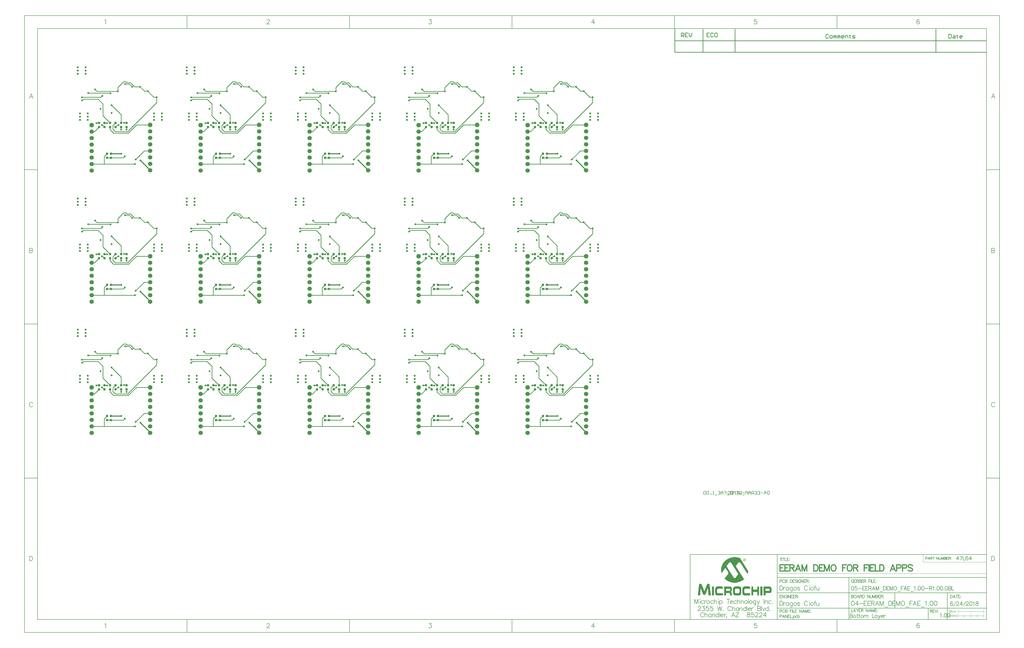
<source format=gbl>
G04*
G04 #@! TF.GenerationSoftware,Altium Limited,Altium Designer,18.1.7 (191)*
G04*
G04 Layer_Physical_Order=2*
G04 Layer_Color=16711680*
%FSLAX43Y43*%
%MOMM*%
G71*
G01*
G75*
%ADD10C,0.150*%
%ADD11C,0.178*%
G04:AMPARAMS|DCode=26|XSize=0.9mm|YSize=0.8mm|CornerRadius=0.2mm|HoleSize=0mm|Usage=FLASHONLY|Rotation=0.000|XOffset=0mm|YOffset=0mm|HoleType=Round|Shape=RoundedRectangle|*
%AMROUNDEDRECTD26*
21,1,0.900,0.400,0,0,0.0*
21,1,0.500,0.800,0,0,0.0*
1,1,0.400,0.250,-0.200*
1,1,0.400,-0.250,-0.200*
1,1,0.400,-0.250,0.200*
1,1,0.400,0.250,0.200*
%
%ADD26ROUNDEDRECTD26*%
%ADD29C,0.381*%
%ADD30C,0.250*%
%ADD31C,0.127*%
%ADD32C,0.254*%
%ADD33C,0.100*%
%ADD34C,0.200*%
%ADD35C,0.178*%
%ADD36C,1.700*%
%ADD37P,1.840X8X292.5*%
%ADD38C,0.787*%
%ADD39C,0.700*%
G36*
X259343Y-135552D02*
X259427Y-135580D01*
X259540Y-135622D01*
X259639Y-135679D01*
X259724Y-135777D01*
X259780Y-135919D01*
X259808Y-136088D01*
X259808Y-136116D01*
X259794Y-136172D01*
X259780Y-136271D01*
X259738Y-136370D01*
X259681Y-136483D01*
X259582Y-136568D01*
X259441Y-136638D01*
X259258Y-136666D01*
X259216Y-136666D01*
X259173Y-136652D01*
X259117Y-136638D01*
X258976Y-136596D01*
X258905Y-136553D01*
X258835Y-136497D01*
X258835Y-136483D01*
X258806Y-136469D01*
X258750Y-136384D01*
X258694Y-136257D01*
X258679Y-136172D01*
X258665Y-136088D01*
X258665Y-136074D01*
X258665Y-136045D01*
X258679Y-136003D01*
X258694Y-135961D01*
X258750Y-135834D01*
X258792Y-135763D01*
X258849Y-135707D01*
X258863Y-135693D01*
X258877Y-135679D01*
X258962Y-135622D01*
X259089Y-135566D01*
X259173Y-135538D01*
X259286Y-135538D01*
X259343Y-135552D01*
X259343Y-135552D02*
G37*
G36*
X255731Y-135058D02*
X255843Y-135072D01*
X255985Y-135072D01*
X256126Y-135100D01*
X256450Y-135142D01*
X256803Y-135227D01*
X257156Y-135326D01*
X257508Y-135467D01*
X260669Y-140504D01*
X260669Y-140518D01*
X260669Y-140546D01*
X260655Y-140603D01*
X260655Y-140659D01*
X260641Y-140744D01*
X260627Y-140843D01*
X260584Y-141054D01*
X260584Y-141069D01*
X260570Y-141111D01*
X260556Y-141167D01*
X260542Y-141238D01*
X260514Y-141337D01*
X260486Y-141435D01*
X260415Y-141675D01*
X257664Y-137372D01*
X257649Y-137358D01*
X257635Y-137315D01*
X257579Y-137259D01*
X257522Y-137202D01*
X257452Y-137146D01*
X257367Y-137090D01*
X257283Y-137047D01*
X257170Y-137033D01*
X257127Y-137033D01*
X257085Y-137047D01*
X257029Y-137076D01*
X256958Y-137118D01*
X256873Y-137174D01*
X256803Y-137245D01*
X256718Y-137358D01*
X255801Y-138613D01*
X259032Y-143707D01*
X259018Y-143721D01*
X258962Y-143764D01*
X258877Y-143834D01*
X258764Y-143919D01*
X258609Y-144032D01*
X258425Y-144144D01*
X258228Y-144271D01*
X257988Y-144398D01*
X257734Y-144525D01*
X257438Y-144652D01*
X257142Y-144765D01*
X256803Y-144878D01*
X256450Y-144963D01*
X256083Y-145033D01*
X255702Y-145076D01*
X255293Y-145090D01*
X255194Y-145090D01*
X255081Y-145076D01*
X254926Y-145062D01*
X254729Y-145033D01*
X254503Y-145005D01*
X254263Y-144949D01*
X253981Y-144878D01*
X253699Y-144794D01*
X253388Y-144681D01*
X253064Y-144554D01*
X252739Y-144398D01*
X252415Y-144201D01*
X252090Y-143989D01*
X251780Y-143735D01*
X251469Y-143439D01*
X252838Y-141548D01*
X252852Y-141534D01*
X252866Y-141478D01*
X252894Y-141393D01*
X252909Y-141323D01*
X252923Y-141238D01*
X252923Y-141210D01*
X252909Y-141139D01*
X252866Y-141012D01*
X252782Y-140857D01*
X251766Y-139263D01*
X250256Y-141365D01*
X250256Y-141351D01*
X250242Y-141337D01*
X250228Y-141252D01*
X250200Y-141125D01*
X250171Y-140956D01*
X250129Y-140744D01*
X250101Y-140518D01*
X250087Y-140250D01*
X250073Y-139982D01*
X250073Y-139954D01*
X250073Y-139897D01*
X250087Y-139785D01*
X250101Y-139658D01*
X250115Y-139488D01*
X250143Y-139291D01*
X250200Y-139065D01*
X250256Y-138825D01*
X250327Y-138571D01*
X250425Y-138289D01*
X250552Y-138007D01*
X250679Y-137725D01*
X250849Y-137442D01*
X251046Y-137146D01*
X251272Y-136864D01*
X251526Y-136596D01*
X251540Y-136582D01*
X251596Y-136525D01*
X251681Y-136455D01*
X251808Y-136356D01*
X251963Y-136229D01*
X252147Y-136102D01*
X252358Y-135961D01*
X252598Y-135820D01*
X252866Y-135679D01*
X253163Y-135538D01*
X253487Y-135396D01*
X253826Y-135284D01*
X254193Y-135185D01*
X254588Y-135114D01*
X254997Y-135058D01*
X255434Y-135044D01*
X255632Y-135044D01*
X255731Y-135058D01*
X255731Y-135058D02*
G37*
G36*
X260979Y-146515D02*
X261050Y-146529D01*
X261106Y-146543D01*
X261120Y-146543D01*
X261149Y-146557D01*
X261247Y-146600D01*
X261304Y-146656D01*
X261346Y-146712D01*
X261389Y-146783D01*
X261417Y-146882D01*
X261417Y-146896D01*
X261431Y-146910D01*
X261431Y-146952D01*
X261445Y-147023D01*
X261445Y-147093D01*
X261459Y-147192D01*
X261459Y-147305D01*
X261459Y-147432D01*
X259568Y-147390D01*
X259554Y-147390D01*
X259498Y-147404D01*
X259427Y-147418D01*
X259357Y-147474D01*
X259272Y-147545D01*
X259202Y-147672D01*
X259173Y-147757D01*
X259145Y-147855D01*
X259131Y-147954D01*
X259131Y-148081D01*
X259131Y-148462D01*
X259131Y-148476D01*
X259131Y-148490D01*
X259145Y-148575D01*
X259159Y-148674D01*
X259187Y-148801D01*
X259230Y-148928D01*
X259314Y-149041D01*
X259413Y-149125D01*
X259484Y-149139D01*
X259554Y-149153D01*
X261487Y-149153D01*
X261487Y-149182D01*
X261487Y-149238D01*
X261487Y-149337D01*
X261473Y-149450D01*
X261459Y-149563D01*
X261445Y-149675D01*
X261417Y-149774D01*
X261374Y-149845D01*
X261374Y-149859D01*
X261346Y-149873D01*
X261304Y-149901D01*
X261247Y-149929D01*
X261163Y-149972D01*
X261050Y-150000D01*
X260909Y-150014D01*
X260739Y-150028D01*
X259329Y-150028D01*
X259216Y-150014D01*
X259075Y-149986D01*
X258933Y-149944D01*
X258778Y-149873D01*
X258651Y-149788D01*
X258552Y-149661D01*
X258552Y-149647D01*
X258524Y-149605D01*
X258496Y-149534D01*
X258468Y-149450D01*
X258440Y-149323D01*
X258411Y-149182D01*
X258397Y-148998D01*
X258383Y-148801D01*
X258383Y-147757D01*
X258383Y-147742D01*
X258383Y-147714D01*
X258383Y-147672D01*
X258397Y-147615D01*
X258411Y-147474D01*
X258440Y-147291D01*
X258482Y-147107D01*
X258567Y-146924D01*
X258665Y-146769D01*
X258736Y-146698D01*
X258806Y-146642D01*
X258821Y-146642D01*
X258849Y-146614D01*
X258891Y-146600D01*
X258962Y-146571D01*
X259046Y-146543D01*
X259159Y-146529D01*
X259286Y-146501D01*
X260810Y-146501D01*
X260979Y-146515D01*
X260979Y-146515D02*
G37*
G36*
X264902Y-150000D02*
X264182Y-150000D01*
X264182Y-148688D01*
X262616Y-148688D01*
X262616Y-150000D01*
X261939Y-150000D01*
X261939Y-146543D01*
X262616Y-146543D01*
X262616Y-147757D01*
X264182Y-147757D01*
X264182Y-146543D01*
X264902Y-146543D01*
X264902Y-150000D01*
X264902Y-150000D02*
G37*
G36*
X245205Y-145414D02*
X245275Y-145428D01*
X245360Y-145471D01*
X245430Y-145527D01*
X245501Y-145626D01*
X245572Y-145753D01*
X245600Y-145936D01*
X246065Y-150000D01*
X245191Y-150000D01*
X244951Y-147079D01*
X244937Y-147079D01*
X244048Y-149421D01*
X244048Y-149436D01*
X244019Y-149478D01*
X243977Y-149548D01*
X243921Y-149619D01*
X243850Y-149690D01*
X243766Y-149760D01*
X243667Y-149802D01*
X243540Y-149817D01*
X243483Y-149817D01*
X243413Y-149788D01*
X243328Y-149760D01*
X243229Y-149718D01*
X243145Y-149647D01*
X243074Y-149548D01*
X243004Y-149421D01*
X242115Y-147122D01*
X242101Y-147122D01*
X241847Y-150000D01*
X241000Y-150000D01*
X241437Y-145894D01*
X241437Y-145866D01*
X241452Y-145809D01*
X241480Y-145739D01*
X241522Y-145640D01*
X241579Y-145555D01*
X241663Y-145471D01*
X241776Y-145414D01*
X241903Y-145400D01*
X241974Y-145400D01*
X242058Y-145428D01*
X242157Y-145457D01*
X242256Y-145513D01*
X242369Y-145598D01*
X242453Y-145711D01*
X242538Y-145866D01*
X243526Y-148377D01*
X243540Y-148377D01*
X244527Y-145866D01*
X244542Y-145852D01*
X244556Y-145795D01*
X244612Y-145725D01*
X244669Y-145626D01*
X244753Y-145541D01*
X244866Y-145471D01*
X244993Y-145414D01*
X245148Y-145400D01*
X245162Y-145400D01*
X245205Y-145414D01*
X245205Y-145414D02*
G37*
G36*
X269036Y-146557D02*
X269149Y-146571D01*
X269276Y-146614D01*
X269417Y-146684D01*
X269544Y-146783D01*
X269657Y-146924D01*
X269741Y-147122D01*
X269741Y-147136D01*
X269756Y-147164D01*
X269756Y-147220D01*
X269770Y-147291D01*
X269784Y-147376D01*
X269784Y-147474D01*
X269798Y-147601D01*
X269798Y-147728D01*
X269798Y-147996D01*
X269798Y-148025D01*
X269798Y-148095D01*
X269784Y-148208D01*
X269770Y-148335D01*
X269741Y-148490D01*
X269713Y-148645D01*
X269657Y-148772D01*
X269586Y-148899D01*
X269586Y-148914D01*
X269558Y-148928D01*
X269516Y-148970D01*
X269473Y-149012D01*
X269403Y-149055D01*
X269318Y-149083D01*
X269234Y-149111D01*
X269121Y-149125D01*
X267399Y-149125D01*
X267399Y-150000D01*
X266694Y-150000D01*
X266694Y-146543D01*
X268965Y-146543D01*
X269036Y-146557D01*
X269036Y-146557D02*
G37*
G36*
X266228Y-150000D02*
X265410Y-150000D01*
X265410Y-146543D01*
X266228Y-146543D01*
X266228Y-150000D01*
X266228Y-150000D02*
G37*
G36*
X253727Y-146557D02*
X253840Y-146600D01*
X253967Y-146670D01*
X254023Y-146727D01*
X254094Y-146797D01*
X254150Y-146882D01*
X254193Y-146981D01*
X254249Y-147093D01*
X254277Y-147234D01*
X254291Y-147390D01*
X254305Y-147573D01*
X254305Y-147785D01*
X254305Y-147799D01*
X254305Y-147813D01*
X254305Y-147898D01*
X254291Y-148025D01*
X254263Y-148166D01*
X254207Y-148307D01*
X254136Y-148448D01*
X254037Y-148561D01*
X253910Y-148645D01*
X253910Y-148660D01*
X253924Y-148660D01*
X253967Y-148688D01*
X254037Y-148730D01*
X254108Y-148801D01*
X254178Y-148899D01*
X254249Y-149026D01*
X254291Y-149196D01*
X254305Y-149421D01*
X254305Y-150000D01*
X253572Y-150000D01*
X253572Y-149591D01*
X253572Y-149577D01*
X253572Y-149548D01*
X253572Y-149492D01*
X253572Y-149436D01*
X253558Y-149323D01*
X253558Y-149266D01*
X253544Y-149224D01*
X253529Y-149210D01*
X253487Y-149153D01*
X253417Y-149111D01*
X253290Y-149097D01*
X252006Y-149097D01*
X252006Y-150000D01*
X251272Y-150000D01*
X251272Y-146543D01*
X253642Y-146543D01*
X253727Y-146557D01*
X253727Y-146557D02*
G37*
G36*
X247307Y-150000D02*
X246503Y-150000D01*
X246503Y-146543D01*
X247307Y-146543D01*
X247307Y-150000D01*
X247307Y-150000D02*
G37*
G36*
X257156Y-146515D02*
X257283Y-146543D01*
X257410Y-146571D01*
X257551Y-146628D01*
X257664Y-146712D01*
X257762Y-146811D01*
X257776Y-146825D01*
X257805Y-146868D01*
X257833Y-146938D01*
X257875Y-147037D01*
X257918Y-147178D01*
X257960Y-147333D01*
X257974Y-147517D01*
X257988Y-147742D01*
X257988Y-148787D01*
X257988Y-148801D01*
X257988Y-148829D01*
X257988Y-148871D01*
X257974Y-148942D01*
X257960Y-149097D01*
X257932Y-149294D01*
X257861Y-149492D01*
X257776Y-149690D01*
X257649Y-149845D01*
X257565Y-149915D01*
X257480Y-149958D01*
X257466Y-149958D01*
X257438Y-149972D01*
X257395Y-149986D01*
X257339Y-149986D01*
X257268Y-150000D01*
X257184Y-150014D01*
X256958Y-150028D01*
X255688Y-150028D01*
X255575Y-150014D01*
X255448Y-149986D01*
X255307Y-149944D01*
X255166Y-149887D01*
X255039Y-149802D01*
X254926Y-149690D01*
X254912Y-149675D01*
X254898Y-149633D01*
X254870Y-149563D01*
X254842Y-149464D01*
X254799Y-149351D01*
X254771Y-149196D01*
X254757Y-148998D01*
X254743Y-148787D01*
X254743Y-147742D01*
X254743Y-147728D01*
X254743Y-147700D01*
X254743Y-147644D01*
X254757Y-147573D01*
X254771Y-147404D01*
X254813Y-147206D01*
X254884Y-146995D01*
X254997Y-146811D01*
X255067Y-146727D01*
X255138Y-146656D01*
X255237Y-146600D01*
X255335Y-146557D01*
X255350Y-146557D01*
X255364Y-146543D01*
X255406Y-146543D01*
X255462Y-146529D01*
X255604Y-146515D01*
X255787Y-146501D01*
X257057Y-146501D01*
X257156Y-146515D01*
X257156Y-146515D02*
G37*
G36*
X250087Y-146515D02*
X250256Y-146515D01*
X250411Y-146529D01*
X250538Y-146557D01*
X250581Y-146571D01*
X250609Y-146585D01*
X250623Y-146585D01*
X250637Y-146614D01*
X250665Y-146656D01*
X250707Y-146727D01*
X250750Y-146825D01*
X250778Y-146966D01*
X250792Y-147150D01*
X250806Y-147390D01*
X248901Y-147390D01*
X248817Y-147404D01*
X248718Y-147446D01*
X248619Y-147531D01*
X248605Y-147559D01*
X248591Y-147587D01*
X248563Y-147644D01*
X248549Y-147714D01*
X248520Y-147813D01*
X248506Y-147940D01*
X248506Y-148081D01*
X248506Y-148462D01*
X248506Y-148476D01*
X248506Y-148533D01*
X248506Y-148603D01*
X248520Y-148674D01*
X248535Y-148857D01*
X248549Y-148928D01*
X248563Y-148984D01*
X248577Y-149012D01*
X248633Y-149069D01*
X248690Y-149097D01*
X248746Y-149125D01*
X248831Y-149139D01*
X248916Y-149153D01*
X250849Y-149153D01*
X250849Y-149182D01*
X250849Y-149238D01*
X250849Y-149323D01*
X250834Y-149421D01*
X250806Y-149647D01*
X250778Y-149746D01*
X250750Y-149817D01*
X250750Y-149831D01*
X250722Y-149845D01*
X250679Y-149887D01*
X250623Y-149915D01*
X250524Y-149958D01*
X250411Y-150000D01*
X250270Y-150014D01*
X250101Y-150028D01*
X248704Y-150028D01*
X248605Y-150014D01*
X248478Y-149986D01*
X248337Y-149958D01*
X248196Y-149915D01*
X248069Y-149845D01*
X247970Y-149746D01*
X247956Y-149732D01*
X247942Y-149690D01*
X247900Y-149619D01*
X247857Y-149520D01*
X247815Y-149393D01*
X247787Y-149224D01*
X247759Y-149026D01*
X247744Y-148787D01*
X247744Y-147742D01*
X247744Y-147728D01*
X247744Y-147700D01*
X247744Y-147644D01*
X247759Y-147573D01*
X247787Y-147390D01*
X247829Y-147178D01*
X247914Y-146966D01*
X248041Y-146769D01*
X248125Y-146684D01*
X248224Y-146614D01*
X248323Y-146557D01*
X248450Y-146529D01*
X248478Y-146529D01*
X248549Y-146515D01*
X248662Y-146501D01*
X249917Y-146501D01*
X250087Y-146515D01*
X250087Y-146515D02*
G37*
%LPC*%
G36*
X259258Y-135636D02*
X259187Y-135636D01*
X259103Y-135665D01*
X259018Y-135693D01*
X258919Y-135749D01*
X258849Y-135820D01*
X258792Y-135933D01*
X258764Y-136088D01*
X258764Y-136102D01*
X258764Y-136116D01*
X258778Y-136201D01*
X258821Y-136314D01*
X258905Y-136441D01*
X258933Y-136469D01*
X259004Y-136511D01*
X259117Y-136553D01*
X259258Y-136582D01*
X259272Y-136582D01*
X259329Y-136568D01*
X259399Y-136553D01*
X259498Y-136525D01*
X259582Y-136455D01*
X259653Y-136370D01*
X259709Y-136257D01*
X259724Y-136088D01*
X259724Y-136074D01*
X259724Y-136017D01*
X259695Y-135947D01*
X259667Y-135862D01*
X259611Y-135777D01*
X259526Y-135707D01*
X259413Y-135650D01*
X259258Y-135636D01*
X259258Y-135636D02*
G37*
%LPD*%
G36*
X259385Y-135792D02*
X259456Y-135848D01*
X259484Y-135890D01*
X259498Y-135961D01*
X259498Y-135975D01*
X259498Y-135989D01*
X259484Y-136060D01*
X259427Y-136116D01*
X259385Y-136144D01*
X259329Y-136158D01*
X259512Y-136441D01*
X259399Y-136441D01*
X259230Y-136158D01*
X259117Y-136158D01*
X259117Y-136441D01*
X259018Y-136441D01*
X259018Y-135763D01*
X259300Y-135763D01*
X259385Y-135792D01*
X259385Y-135792D02*
G37*
%LPC*%
G36*
X259286Y-135862D02*
X259117Y-135862D01*
X259117Y-136074D01*
X259300Y-136074D01*
X259343Y-136060D01*
X259371Y-136031D01*
X259385Y-135961D01*
X259385Y-135947D01*
X259371Y-135904D01*
X259343Y-135876D01*
X259286Y-135862D01*
X259286Y-135862D02*
G37*
G36*
X253600Y-137019D02*
X253558Y-137019D01*
X253501Y-137033D01*
X253445Y-137061D01*
X253374Y-137104D01*
X253290Y-137160D01*
X253205Y-137231D01*
X253120Y-137344D01*
X252231Y-138599D01*
X254926Y-142875D01*
X254940Y-142889D01*
X254969Y-142931D01*
X255011Y-143002D01*
X255067Y-143058D01*
X255138Y-143129D01*
X255223Y-143199D01*
X255293Y-143241D01*
X255378Y-143256D01*
X255420Y-143256D01*
X255477Y-143241D01*
X255533Y-143213D01*
X255604Y-143185D01*
X255688Y-143143D01*
X255773Y-143072D01*
X255843Y-142973D01*
X256789Y-141619D01*
X254080Y-137358D01*
X254066Y-137344D01*
X254037Y-137301D01*
X253995Y-137245D01*
X253939Y-137188D01*
X253868Y-137132D01*
X253783Y-137076D01*
X253699Y-137033D01*
X253600Y-137019D01*
X253600Y-137019D02*
G37*
G36*
X268768Y-147376D02*
X267399Y-147376D01*
X267399Y-148250D01*
X268853Y-148250D01*
X268881Y-148236D01*
X268923Y-148208D01*
X268965Y-148166D01*
X269008Y-148095D01*
X269022Y-148011D01*
X269036Y-147898D01*
X269036Y-147757D01*
X269036Y-147742D01*
X269036Y-147700D01*
X269022Y-147630D01*
X269008Y-147559D01*
X268965Y-147503D01*
X268923Y-147432D01*
X268853Y-147390D01*
X268768Y-147376D01*
X268768Y-147376D02*
G37*
G36*
X253261Y-147376D02*
X252006Y-147376D01*
X252006Y-148236D01*
X253374Y-148236D01*
X253417Y-148222D01*
X253473Y-148194D01*
X253529Y-148152D01*
X253572Y-148081D01*
X253600Y-147996D01*
X253614Y-147869D01*
X253614Y-147757D01*
X253614Y-147742D01*
X253614Y-147700D01*
X253600Y-147630D01*
X253572Y-147559D01*
X253529Y-147503D01*
X253459Y-147432D01*
X253374Y-147390D01*
X253261Y-147376D01*
X253261Y-147376D02*
G37*
G36*
X256859Y-147376D02*
X255900Y-147376D01*
X255815Y-147390D01*
X255702Y-147446D01*
X255646Y-147474D01*
X255604Y-147531D01*
X255589Y-147559D01*
X255575Y-147601D01*
X255547Y-147658D01*
X255533Y-147728D01*
X255505Y-147827D01*
X255491Y-147940D01*
X255491Y-148081D01*
X255491Y-148462D01*
X255491Y-148476D01*
X255491Y-148533D01*
X255491Y-148589D01*
X255505Y-148674D01*
X255519Y-148857D01*
X255533Y-148942D01*
X255561Y-149012D01*
X255575Y-149041D01*
X255632Y-149083D01*
X255731Y-149125D01*
X255801Y-149153D01*
X256831Y-149153D01*
X256888Y-149139D01*
X256958Y-149111D01*
X257043Y-149069D01*
X257127Y-148984D01*
X257198Y-148857D01*
X257226Y-148787D01*
X257254Y-148688D01*
X257268Y-148589D01*
X257268Y-148462D01*
X257268Y-148081D01*
X257268Y-148067D01*
X257268Y-148011D01*
X257268Y-147954D01*
X257254Y-147869D01*
X257212Y-147686D01*
X257170Y-147601D01*
X257127Y-147531D01*
X257127Y-147517D01*
X257099Y-147503D01*
X257029Y-147446D01*
X256930Y-147404D01*
X256859Y-147376D01*
X256859Y-147376D02*
G37*
%LPD*%
D10*
X300500Y-157250D02*
X300500Y-158750D01*
X300500Y-157250D02*
X301143Y-157250D01*
X301357Y-157322D01*
X301428Y-157393D01*
X301500Y-157536D01*
X301500Y-157679D01*
X301428Y-157822D01*
X301357Y-157893D01*
X301143Y-157964D01*
X300500Y-157964D02*
X301143Y-157964D01*
X301357Y-158036D01*
X301428Y-158107D01*
X301500Y-158250D01*
X301500Y-158464D01*
X301428Y-158607D01*
X301357Y-158679D01*
X301143Y-158750D01*
X300500Y-158750D01*
X302193Y-157750D02*
X302050Y-157822D01*
X301907Y-157964D01*
X301835Y-158179D01*
X301835Y-158322D01*
X301907Y-158536D01*
X302050Y-158679D01*
X302193Y-158750D01*
X302407Y-158750D01*
X302550Y-158679D01*
X302692Y-158536D01*
X302764Y-158322D01*
X302764Y-158179D01*
X302692Y-157964D01*
X302550Y-157822D01*
X302407Y-157750D01*
X302193Y-157750D01*
X303307Y-157250D02*
X303307Y-158464D01*
X303378Y-158679D01*
X303521Y-158750D01*
X303664Y-158750D01*
X303092Y-157750D02*
X303592Y-157750D01*
X304092Y-157250D02*
X304092Y-158464D01*
X304164Y-158679D01*
X304306Y-158750D01*
X304449Y-158750D01*
X303878Y-157750D02*
X304378Y-157750D01*
X305020Y-157750D02*
X304878Y-157822D01*
X304735Y-157964D01*
X304663Y-158179D01*
X304663Y-158322D01*
X304735Y-158536D01*
X304878Y-158679D01*
X305020Y-158750D01*
X305235Y-158750D01*
X305378Y-158679D01*
X305520Y-158536D01*
X305592Y-158322D01*
X305592Y-158179D01*
X305520Y-157964D01*
X305378Y-157822D01*
X305235Y-157750D01*
X305020Y-157750D01*
X305920Y-157750D02*
X305920Y-158750D01*
X305920Y-158036D02*
X306135Y-157822D01*
X306277Y-157750D01*
X306492Y-157750D01*
X306634Y-157822D01*
X306706Y-158036D01*
X306706Y-158750D01*
X306706Y-158036D02*
X306920Y-157822D01*
X307063Y-157750D01*
X307277Y-157750D01*
X307420Y-157822D01*
X307491Y-158036D01*
X307491Y-158750D01*
X309141Y-157250D02*
X309141Y-158750D01*
X309998Y-158750D01*
X311019Y-157750D02*
X311019Y-158750D01*
X311019Y-157964D02*
X310876Y-157822D01*
X310734Y-157750D01*
X310519Y-157750D01*
X310376Y-157822D01*
X310234Y-157964D01*
X310162Y-158179D01*
X310162Y-158322D01*
X310234Y-158536D01*
X310376Y-158679D01*
X310519Y-158750D01*
X310734Y-158750D01*
X310876Y-158679D01*
X311019Y-158536D01*
X311491Y-157750D02*
X311919Y-158750D01*
X312347Y-157750D02*
X311919Y-158750D01*
X311776Y-159036D01*
X311633Y-159178D01*
X311491Y-159250D01*
X311419Y-159250D01*
X312597Y-158179D02*
X313454Y-158179D01*
X313454Y-158036D01*
X313383Y-157893D01*
X313312Y-157822D01*
X313169Y-157750D01*
X312954Y-157750D01*
X312812Y-157822D01*
X312669Y-157964D01*
X312597Y-158179D01*
X312597Y-158322D01*
X312669Y-158536D01*
X312812Y-158679D01*
X312954Y-158750D01*
X313169Y-158750D01*
X313312Y-158679D01*
X313454Y-158536D01*
X313776Y-157750D02*
X313776Y-158750D01*
X313776Y-158179D02*
X313847Y-157964D01*
X313990Y-157822D01*
X314133Y-157750D01*
X314347Y-157750D01*
X330000Y-135524D02*
X330428Y-135524D01*
X330571Y-135476D01*
X330619Y-135429D01*
X330667Y-135333D01*
X330667Y-135191D01*
X330619Y-135095D01*
X330571Y-135048D01*
X330428Y-135000D01*
X330000Y-135000D01*
X330000Y-136000D01*
X331652Y-136000D02*
X331271Y-135000D01*
X330890Y-136000D01*
X331033Y-135667D02*
X331509Y-135667D01*
X331885Y-135000D02*
X331885Y-136000D01*
X331885Y-135000D02*
X332314Y-135000D01*
X332457Y-135048D01*
X332504Y-135095D01*
X332552Y-135191D01*
X332552Y-135286D01*
X332504Y-135381D01*
X332457Y-135429D01*
X332314Y-135476D01*
X331885Y-135476D01*
X332219Y-135476D02*
X332552Y-136000D01*
X333109Y-135000D02*
X333109Y-136000D01*
X332776Y-135000D02*
X333442Y-135000D01*
X334347Y-135000D02*
X334347Y-136000D01*
X334347Y-135000D02*
X335013Y-136000D01*
X335013Y-135000D02*
X335013Y-136000D01*
X335289Y-135000D02*
X335289Y-135714D01*
X335337Y-135857D01*
X335432Y-135952D01*
X335575Y-136000D01*
X335670Y-136000D01*
X335813Y-135952D01*
X335908Y-135857D01*
X335956Y-135714D01*
X335956Y-135000D01*
X336232Y-135000D02*
X336232Y-136000D01*
X336232Y-135000D02*
X336613Y-136000D01*
X336994Y-135000D02*
X336613Y-136000D01*
X336994Y-135000D02*
X336994Y-136000D01*
X337279Y-135000D02*
X337279Y-136000D01*
X337279Y-135000D02*
X337708Y-135000D01*
X337851Y-135048D01*
X337898Y-135095D01*
X337946Y-135191D01*
X337946Y-135286D01*
X337898Y-135381D01*
X337851Y-135429D01*
X337708Y-135476D01*
X337279Y-135476D02*
X337708Y-135476D01*
X337851Y-135524D01*
X337898Y-135571D01*
X337946Y-135667D01*
X337946Y-135810D01*
X337898Y-135905D01*
X337851Y-135952D01*
X337708Y-136000D01*
X337279Y-136000D01*
X338789Y-135000D02*
X338170Y-135000D01*
X338170Y-136000D01*
X338789Y-136000D01*
X338170Y-135476D02*
X338551Y-135476D01*
X338955Y-135000D02*
X338955Y-136000D01*
X338955Y-135000D02*
X339384Y-135000D01*
X339527Y-135048D01*
X339574Y-135095D01*
X339622Y-135191D01*
X339622Y-135286D01*
X339574Y-135381D01*
X339527Y-135429D01*
X339384Y-135476D01*
X338955Y-135476D01*
X339289Y-135476D02*
X339622Y-136000D01*
X339893Y-135333D02*
X339846Y-135381D01*
X339893Y-135429D01*
X339941Y-135381D01*
X339893Y-135333D01*
X339893Y-135905D02*
X339846Y-135952D01*
X339893Y-136000D01*
X339941Y-135952D01*
X339893Y-135905D01*
X340557Y-152715D02*
X340486Y-152572D01*
X340271Y-152500D01*
X340128Y-152500D01*
X339914Y-152572D01*
X339771Y-152786D01*
X339700Y-153143D01*
X339700Y-153500D01*
X339771Y-153786D01*
X339914Y-153929D01*
X340128Y-154000D01*
X340200Y-154000D01*
X340414Y-153929D01*
X340557Y-153786D01*
X340628Y-153572D01*
X340628Y-153500D01*
X340557Y-153286D01*
X340414Y-153143D01*
X340200Y-153072D01*
X340128Y-153072D01*
X339914Y-153143D01*
X339771Y-153286D01*
X339700Y-153500D01*
X340957Y-154214D02*
X341957Y-152500D01*
X342128Y-152857D02*
X342128Y-152786D01*
X342199Y-152643D01*
X342271Y-152572D01*
X342414Y-152500D01*
X342699Y-152500D01*
X342842Y-152572D01*
X342914Y-152643D01*
X342985Y-152786D01*
X342985Y-152929D01*
X342914Y-153072D01*
X342771Y-153286D01*
X342057Y-154000D01*
X343056Y-154000D01*
X344106Y-152500D02*
X343392Y-153500D01*
X344463Y-153500D01*
X344106Y-152500D02*
X344106Y-154000D01*
X344728Y-154214D02*
X345727Y-152500D01*
X345899Y-152857D02*
X345899Y-152786D01*
X345970Y-152643D01*
X346042Y-152572D01*
X346184Y-152500D01*
X346470Y-152500D01*
X346613Y-152572D01*
X346684Y-152643D01*
X346756Y-152786D01*
X346756Y-152929D01*
X346684Y-153072D01*
X346541Y-153286D01*
X345827Y-154000D01*
X346827Y-154000D01*
X347591Y-152500D02*
X347377Y-152572D01*
X347234Y-152786D01*
X347163Y-153143D01*
X347163Y-153357D01*
X347234Y-153714D01*
X347377Y-153929D01*
X347591Y-154000D01*
X347734Y-154000D01*
X347948Y-153929D01*
X348091Y-153714D01*
X348162Y-153357D01*
X348162Y-153143D01*
X348091Y-152786D01*
X347948Y-152572D01*
X347734Y-152500D01*
X347591Y-152500D01*
X348498Y-152786D02*
X348641Y-152715D01*
X348855Y-152500D01*
X348855Y-154000D01*
X349955Y-152500D02*
X349741Y-152572D01*
X349669Y-152715D01*
X349669Y-152857D01*
X349741Y-153000D01*
X349884Y-153072D01*
X350169Y-153143D01*
X350383Y-153214D01*
X350526Y-153357D01*
X350598Y-153500D01*
X350598Y-153714D01*
X350526Y-153857D01*
X350455Y-153929D01*
X350241Y-154000D01*
X349955Y-154000D01*
X349741Y-153929D01*
X349669Y-153857D01*
X349598Y-153714D01*
X349598Y-153500D01*
X349669Y-153357D01*
X349812Y-153214D01*
X350026Y-153143D01*
X350312Y-153072D01*
X350455Y-153000D01*
X350526Y-152857D01*
X350526Y-152715D01*
X350455Y-152572D01*
X350241Y-152500D01*
X349955Y-152500D01*
D11*
X335678Y-157358D02*
X335821Y-157287D01*
X336035Y-157073D01*
X336035Y-158572D01*
X336849Y-158429D02*
X336778Y-158501D01*
X336849Y-158572D01*
X336920Y-158501D01*
X336849Y-158429D01*
X337677Y-157073D02*
X337463Y-157144D01*
X337320Y-157358D01*
X337249Y-157715D01*
X337249Y-157930D01*
X337320Y-158287D01*
X337463Y-158501D01*
X337677Y-158572D01*
X337820Y-158572D01*
X338034Y-158501D01*
X338177Y-158287D01*
X338249Y-157930D01*
X338249Y-157715D01*
X338177Y-157358D01*
X338034Y-157144D01*
X337820Y-157073D01*
X337677Y-157073D01*
X339013Y-157073D02*
X338799Y-157144D01*
X338656Y-157358D01*
X338584Y-157715D01*
X338584Y-157930D01*
X338656Y-158287D01*
X338799Y-158501D01*
X339013Y-158572D01*
X339156Y-158572D01*
X339370Y-158501D01*
X339513Y-158287D01*
X339584Y-157930D01*
X339584Y-157715D01*
X339513Y-157358D01*
X339370Y-157144D01*
X339156Y-157073D01*
X339013Y-157073D01*
X335678Y-157358D02*
X335821Y-157287D01*
X336035Y-157073D01*
X336035Y-158572D01*
X336849Y-158429D02*
X336778Y-158501D01*
X336849Y-158572D01*
X336920Y-158501D01*
X336849Y-158429D01*
X337677Y-157073D02*
X337463Y-157144D01*
X337320Y-157358D01*
X337249Y-157715D01*
X337249Y-157930D01*
X337320Y-158287D01*
X337463Y-158501D01*
X337677Y-158572D01*
X337820Y-158572D01*
X338034Y-158501D01*
X338177Y-158287D01*
X338249Y-157930D01*
X338249Y-157715D01*
X338177Y-157358D01*
X338034Y-157144D01*
X337820Y-157073D01*
X337677Y-157073D01*
X339013Y-157073D02*
X338799Y-157144D01*
X338656Y-157358D01*
X338584Y-157715D01*
X338584Y-157930D01*
X338656Y-158287D01*
X338799Y-158501D01*
X339013Y-158572D01*
X339156Y-158572D01*
X339370Y-158501D01*
X339513Y-158287D01*
X339584Y-157930D01*
X339584Y-157715D01*
X339513Y-157358D01*
X339370Y-157144D01*
X339156Y-157073D01*
X339013Y-157073D01*
X335678Y-157358D02*
X335821Y-157287D01*
X336035Y-157073D01*
X336035Y-158572D01*
X336849Y-158429D02*
X336778Y-158501D01*
X336849Y-158572D01*
X336920Y-158501D01*
X336849Y-158429D01*
X337677Y-157073D02*
X337463Y-157144D01*
X337320Y-157358D01*
X337249Y-157715D01*
X337249Y-157930D01*
X337320Y-158287D01*
X337463Y-158501D01*
X337677Y-158572D01*
X337820Y-158572D01*
X338034Y-158501D01*
X338177Y-158287D01*
X338249Y-157930D01*
X338249Y-157715D01*
X338177Y-157358D01*
X338034Y-157144D01*
X337820Y-157073D01*
X337677Y-157073D01*
X339013Y-157073D02*
X338799Y-157144D01*
X338656Y-157358D01*
X338584Y-157715D01*
X338584Y-157930D01*
X338656Y-158287D01*
X338799Y-158501D01*
X339013Y-158572D01*
X339156Y-158572D01*
X339370Y-158501D01*
X339513Y-158287D01*
X339584Y-157930D01*
X339584Y-157715D01*
X339513Y-157358D01*
X339370Y-157144D01*
X339156Y-157073D01*
X339013Y-157073D01*
X301428Y-146500D02*
X301214Y-146572D01*
X301071Y-146786D01*
X301000Y-147143D01*
X301000Y-147357D01*
X301071Y-147714D01*
X301214Y-147929D01*
X301428Y-148000D01*
X301571Y-148000D01*
X301786Y-147929D01*
X301928Y-147714D01*
X302000Y-147357D01*
X302000Y-147143D01*
X301928Y-146786D01*
X301786Y-146572D01*
X301571Y-146500D01*
X301428Y-146500D01*
X303192Y-146500D02*
X302478Y-146500D01*
X302407Y-147143D01*
X302478Y-147072D01*
X302693Y-147000D01*
X302907Y-147000D01*
X303121Y-147072D01*
X303264Y-147214D01*
X303335Y-147429D01*
X303335Y-147572D01*
X303264Y-147786D01*
X303121Y-147929D01*
X302907Y-148000D01*
X302693Y-148000D01*
X302478Y-147929D01*
X302407Y-147857D01*
X302335Y-147714D01*
X303671Y-147357D02*
X304956Y-147357D01*
X306327Y-146500D02*
X305399Y-146500D01*
X305399Y-148000D01*
X306327Y-148000D01*
X305399Y-147214D02*
X305970Y-147214D01*
X307506Y-146500D02*
X306577Y-146500D01*
X306577Y-148000D01*
X307506Y-148000D01*
X306577Y-147214D02*
X307149Y-147214D01*
X307756Y-146500D02*
X307756Y-148000D01*
X307756Y-146500D02*
X308398Y-146500D01*
X308613Y-146572D01*
X308684Y-146643D01*
X308755Y-146786D01*
X308755Y-146929D01*
X308684Y-147072D01*
X308613Y-147143D01*
X308398Y-147214D01*
X307756Y-147214D01*
X308256Y-147214D02*
X308755Y-148000D01*
X310234Y-148000D02*
X309662Y-146500D01*
X309091Y-148000D01*
X309305Y-147500D02*
X310020Y-147500D01*
X310584Y-146500D02*
X310584Y-148000D01*
X310584Y-146500D02*
X311155Y-148000D01*
X311726Y-146500D02*
X311155Y-148000D01*
X311726Y-146500D02*
X311726Y-148000D01*
X312155Y-148500D02*
X313297Y-148500D01*
X313490Y-146500D02*
X313490Y-148000D01*
X313490Y-146500D02*
X313990Y-146500D01*
X314204Y-146572D01*
X314347Y-146715D01*
X314419Y-146857D01*
X314490Y-147072D01*
X314490Y-147429D01*
X314419Y-147643D01*
X314347Y-147786D01*
X314204Y-147929D01*
X313990Y-148000D01*
X313490Y-148000D01*
X315754Y-146500D02*
X314826Y-146500D01*
X314826Y-148000D01*
X315754Y-148000D01*
X314826Y-147214D02*
X315397Y-147214D01*
X316004Y-146500D02*
X316004Y-148000D01*
X316004Y-146500D02*
X316575Y-148000D01*
X317147Y-146500D02*
X316575Y-148000D01*
X317147Y-146500D02*
X317147Y-148000D01*
X318004Y-146500D02*
X317861Y-146572D01*
X317718Y-146715D01*
X317646Y-146857D01*
X317575Y-147072D01*
X317575Y-147429D01*
X317646Y-147643D01*
X317718Y-147786D01*
X317861Y-147929D01*
X318004Y-148000D01*
X318289Y-148000D01*
X318432Y-147929D01*
X318575Y-147786D01*
X318646Y-147643D01*
X318718Y-147429D01*
X318718Y-147072D01*
X318646Y-146857D01*
X318575Y-146715D01*
X318432Y-146572D01*
X318289Y-146500D01*
X318004Y-146500D01*
X319068Y-148500D02*
X320210Y-148500D01*
X320403Y-146500D02*
X320403Y-148000D01*
X320403Y-146500D02*
X321331Y-146500D01*
X320403Y-147214D02*
X320974Y-147214D01*
X322645Y-148000D02*
X322074Y-146500D01*
X321503Y-148000D01*
X321717Y-147500D02*
X322431Y-147500D01*
X323924Y-146500D02*
X322995Y-146500D01*
X322995Y-148000D01*
X323924Y-148000D01*
X322995Y-147214D02*
X323567Y-147214D01*
X324174Y-148500D02*
X325316Y-148500D01*
X325509Y-146786D02*
X325652Y-146715D01*
X325866Y-146500D01*
X325866Y-148000D01*
X326680Y-147857D02*
X326609Y-147929D01*
X326680Y-148000D01*
X326752Y-147929D01*
X326680Y-147857D01*
X327509Y-146500D02*
X327294Y-146572D01*
X327152Y-146786D01*
X327080Y-147143D01*
X327080Y-147357D01*
X327152Y-147714D01*
X327294Y-147929D01*
X327509Y-148000D01*
X327651Y-148000D01*
X327866Y-147929D01*
X328009Y-147714D01*
X328080Y-147357D01*
X328080Y-147143D01*
X328009Y-146786D01*
X327866Y-146572D01*
X327651Y-146500D01*
X327509Y-146500D01*
X328844Y-146500D02*
X328630Y-146572D01*
X328487Y-146786D01*
X328416Y-147143D01*
X328416Y-147357D01*
X328487Y-147714D01*
X328630Y-147929D01*
X328844Y-148000D01*
X328987Y-148000D01*
X329201Y-147929D01*
X329344Y-147714D01*
X329415Y-147357D01*
X329415Y-147143D01*
X329344Y-146786D01*
X329201Y-146572D01*
X328987Y-146500D01*
X328844Y-146500D01*
X329751Y-147357D02*
X331036Y-147357D01*
X331479Y-146500D02*
X331479Y-148000D01*
X331479Y-146500D02*
X332122Y-146500D01*
X332336Y-146572D01*
X332408Y-146643D01*
X332479Y-146786D01*
X332479Y-146929D01*
X332408Y-147072D01*
X332336Y-147143D01*
X332122Y-147214D01*
X331479Y-147214D01*
X331979Y-147214D02*
X332479Y-148000D01*
X332815Y-146786D02*
X332957Y-146715D01*
X333172Y-146500D01*
X333172Y-148000D01*
X333986Y-147857D02*
X333914Y-147929D01*
X333986Y-148000D01*
X334057Y-147929D01*
X333986Y-147857D01*
X334814Y-146500D02*
X334600Y-146572D01*
X334457Y-146786D01*
X334386Y-147143D01*
X334386Y-147357D01*
X334457Y-147714D01*
X334600Y-147929D01*
X334814Y-148000D01*
X334957Y-148000D01*
X335171Y-147929D01*
X335314Y-147714D01*
X335385Y-147357D01*
X335385Y-147143D01*
X335314Y-146786D01*
X335171Y-146572D01*
X334957Y-146500D01*
X334814Y-146500D01*
X336150Y-146500D02*
X335935Y-146572D01*
X335793Y-146786D01*
X335721Y-147143D01*
X335721Y-147357D01*
X335793Y-147714D01*
X335935Y-147929D01*
X336150Y-148000D01*
X336292Y-148000D01*
X336507Y-147929D01*
X336650Y-147714D01*
X336721Y-147357D01*
X336721Y-147143D01*
X336650Y-146786D01*
X336507Y-146572D01*
X336292Y-146500D01*
X336150Y-146500D01*
X337128Y-147857D02*
X337057Y-147929D01*
X337128Y-148000D01*
X337199Y-147929D01*
X337128Y-147857D01*
X338599Y-146857D02*
X338528Y-146715D01*
X338385Y-146572D01*
X338242Y-146500D01*
X337956Y-146500D01*
X337814Y-146572D01*
X337671Y-146715D01*
X337599Y-146857D01*
X337528Y-147072D01*
X337528Y-147429D01*
X337599Y-147643D01*
X337671Y-147786D01*
X337814Y-147929D01*
X337956Y-148000D01*
X338242Y-148000D01*
X338385Y-147929D01*
X338528Y-147786D01*
X338599Y-147643D01*
X338599Y-147429D01*
X338242Y-147429D02*
X338599Y-147429D01*
X338942Y-146500D02*
X338942Y-148000D01*
X338942Y-146500D02*
X339585Y-146500D01*
X339799Y-146572D01*
X339870Y-146643D01*
X339942Y-146786D01*
X339942Y-146929D01*
X339870Y-147072D01*
X339799Y-147143D01*
X339585Y-147214D01*
X338942Y-147214D02*
X339585Y-147214D01*
X339799Y-147286D01*
X339870Y-147357D01*
X339942Y-147500D01*
X339942Y-147714D01*
X339870Y-147857D01*
X339799Y-147929D01*
X339585Y-148000D01*
X338942Y-148000D01*
X340277Y-146500D02*
X340277Y-148000D01*
X341134Y-148000D01*
X273000Y-152222D02*
X273000Y-154000D01*
X273000Y-152222D02*
X273593Y-152222D01*
X273846Y-152307D01*
X274016Y-152476D01*
X274100Y-152646D01*
X274185Y-152900D01*
X274185Y-153323D01*
X274100Y-153577D01*
X274016Y-153746D01*
X273846Y-153915D01*
X273593Y-154000D01*
X273000Y-154000D01*
X274583Y-152815D02*
X274583Y-154000D01*
X274583Y-153323D02*
X274668Y-153069D01*
X274837Y-152900D01*
X275006Y-152815D01*
X275260Y-152815D01*
X276437Y-152815D02*
X276437Y-154000D01*
X276437Y-153069D02*
X276267Y-152900D01*
X276098Y-152815D01*
X275844Y-152815D01*
X275675Y-152900D01*
X275506Y-153069D01*
X275421Y-153323D01*
X275421Y-153492D01*
X275506Y-153746D01*
X275675Y-153915D01*
X275844Y-154000D01*
X276098Y-154000D01*
X276267Y-153915D01*
X276437Y-153746D01*
X277927Y-152815D02*
X277927Y-154169D01*
X277842Y-154423D01*
X277757Y-154508D01*
X277588Y-154593D01*
X277334Y-154593D01*
X277165Y-154508D01*
X277927Y-153069D02*
X277757Y-152900D01*
X277588Y-152815D01*
X277334Y-152815D01*
X277165Y-152900D01*
X276995Y-153069D01*
X276911Y-153323D01*
X276911Y-153492D01*
X276995Y-153746D01*
X277165Y-153915D01*
X277334Y-154000D01*
X277588Y-154000D01*
X277757Y-153915D01*
X277927Y-153746D01*
X278824Y-152815D02*
X278655Y-152900D01*
X278485Y-153069D01*
X278401Y-153323D01*
X278401Y-153492D01*
X278485Y-153746D01*
X278655Y-153915D01*
X278824Y-154000D01*
X279078Y-154000D01*
X279247Y-153915D01*
X279416Y-153746D01*
X279501Y-153492D01*
X279501Y-153323D01*
X279416Y-153069D01*
X279247Y-152900D01*
X279078Y-152815D01*
X278824Y-152815D01*
X280822Y-153069D02*
X280737Y-152900D01*
X280483Y-152815D01*
X280229Y-152815D01*
X279975Y-152900D01*
X279890Y-153069D01*
X279975Y-153238D01*
X280144Y-153323D01*
X280568Y-153407D01*
X280737Y-153492D01*
X280822Y-153661D01*
X280822Y-153746D01*
X280737Y-153915D01*
X280483Y-154000D01*
X280229Y-154000D01*
X279975Y-153915D01*
X279890Y-153746D01*
X283860Y-152646D02*
X283776Y-152476D01*
X283606Y-152307D01*
X283437Y-152222D01*
X283099Y-152222D01*
X282929Y-152307D01*
X282760Y-152476D01*
X282675Y-152646D01*
X282591Y-152900D01*
X282591Y-153323D01*
X282675Y-153577D01*
X282760Y-153746D01*
X282929Y-153915D01*
X283099Y-154000D01*
X283437Y-154000D01*
X283606Y-153915D01*
X283776Y-153746D01*
X283860Y-153577D01*
X284529Y-152222D02*
X284614Y-152307D01*
X284698Y-152222D01*
X284614Y-152138D01*
X284529Y-152222D01*
X284614Y-152815D02*
X284614Y-154000D01*
X285435Y-152815D02*
X285266Y-152900D01*
X285096Y-153069D01*
X285012Y-153323D01*
X285012Y-153492D01*
X285096Y-153746D01*
X285266Y-153915D01*
X285435Y-154000D01*
X285689Y-154000D01*
X285858Y-153915D01*
X286027Y-153746D01*
X286112Y-153492D01*
X286112Y-153323D01*
X286027Y-153069D01*
X285858Y-152900D01*
X285689Y-152815D01*
X285435Y-152815D01*
X287179Y-152222D02*
X287009Y-152222D01*
X286840Y-152307D01*
X286755Y-152561D01*
X286755Y-154000D01*
X286501Y-152815D02*
X287094Y-152815D01*
X287433Y-152815D02*
X287433Y-153661D01*
X287517Y-153915D01*
X287687Y-154000D01*
X287940Y-154000D01*
X288110Y-153915D01*
X288364Y-153661D01*
X288364Y-152815D02*
X288364Y-154000D01*
X273000Y-146222D02*
X273000Y-148000D01*
X273000Y-146222D02*
X273593Y-146222D01*
X273846Y-146307D01*
X274016Y-146476D01*
X274100Y-146646D01*
X274185Y-146900D01*
X274185Y-147323D01*
X274100Y-147577D01*
X274016Y-147746D01*
X273846Y-147915D01*
X273593Y-148000D01*
X273000Y-148000D01*
X274583Y-146815D02*
X274583Y-148000D01*
X274583Y-147323D02*
X274668Y-147069D01*
X274837Y-146900D01*
X275006Y-146815D01*
X275260Y-146815D01*
X276437Y-146815D02*
X276437Y-148000D01*
X276437Y-147069D02*
X276267Y-146900D01*
X276098Y-146815D01*
X275844Y-146815D01*
X275675Y-146900D01*
X275506Y-147069D01*
X275421Y-147323D01*
X275421Y-147492D01*
X275506Y-147746D01*
X275675Y-147915D01*
X275844Y-148000D01*
X276098Y-148000D01*
X276267Y-147915D01*
X276437Y-147746D01*
X277927Y-146815D02*
X277927Y-148169D01*
X277842Y-148423D01*
X277757Y-148508D01*
X277588Y-148593D01*
X277334Y-148593D01*
X277165Y-148508D01*
X277927Y-147069D02*
X277757Y-146900D01*
X277588Y-146815D01*
X277334Y-146815D01*
X277165Y-146900D01*
X276995Y-147069D01*
X276911Y-147323D01*
X276911Y-147492D01*
X276995Y-147746D01*
X277165Y-147915D01*
X277334Y-148000D01*
X277588Y-148000D01*
X277757Y-147915D01*
X277927Y-147746D01*
X278824Y-146815D02*
X278655Y-146900D01*
X278485Y-147069D01*
X278401Y-147323D01*
X278401Y-147492D01*
X278485Y-147746D01*
X278655Y-147915D01*
X278824Y-148000D01*
X279078Y-148000D01*
X279247Y-147915D01*
X279416Y-147746D01*
X279501Y-147492D01*
X279501Y-147323D01*
X279416Y-147069D01*
X279247Y-146900D01*
X279078Y-146815D01*
X278824Y-146815D01*
X280822Y-147069D02*
X280737Y-146900D01*
X280483Y-146815D01*
X280229Y-146815D01*
X279975Y-146900D01*
X279890Y-147069D01*
X279975Y-147238D01*
X280144Y-147323D01*
X280568Y-147407D01*
X280737Y-147492D01*
X280822Y-147661D01*
X280822Y-147746D01*
X280737Y-147915D01*
X280483Y-148000D01*
X280229Y-148000D01*
X279975Y-147915D01*
X279890Y-147746D01*
X283860Y-146646D02*
X283776Y-146476D01*
X283606Y-146307D01*
X283437Y-146222D01*
X283099Y-146222D01*
X282929Y-146307D01*
X282760Y-146476D01*
X282675Y-146646D01*
X282591Y-146900D01*
X282591Y-147323D01*
X282675Y-147577D01*
X282760Y-147746D01*
X282929Y-147915D01*
X283099Y-148000D01*
X283437Y-148000D01*
X283606Y-147915D01*
X283776Y-147746D01*
X283860Y-147577D01*
X284529Y-146222D02*
X284614Y-146307D01*
X284698Y-146222D01*
X284614Y-146138D01*
X284529Y-146222D01*
X284614Y-146815D02*
X284614Y-148000D01*
X285435Y-146815D02*
X285266Y-146900D01*
X285096Y-147069D01*
X285012Y-147323D01*
X285012Y-147492D01*
X285096Y-147746D01*
X285266Y-147915D01*
X285435Y-148000D01*
X285689Y-148000D01*
X285858Y-147915D01*
X286027Y-147746D01*
X286112Y-147492D01*
X286112Y-147323D01*
X286027Y-147069D01*
X285858Y-146900D01*
X285689Y-146815D01*
X285435Y-146815D01*
X287179Y-146222D02*
X287009Y-146222D01*
X286840Y-146307D01*
X286755Y-146561D01*
X286755Y-148000D01*
X286501Y-146815D02*
X287094Y-146815D01*
X287433Y-146815D02*
X287433Y-147661D01*
X287517Y-147915D01*
X287687Y-148000D01*
X287940Y-148000D01*
X288110Y-147915D01*
X288364Y-147661D01*
X288364Y-146815D02*
X288364Y-148000D01*
X239770Y-151482D02*
X239770Y-153260D01*
X239770Y-151482D02*
X240447Y-153260D01*
X241124Y-151482D02*
X240447Y-153260D01*
X241124Y-151482D02*
X241124Y-153260D01*
X241802Y-151482D02*
X241886Y-151567D01*
X241971Y-151482D01*
X241886Y-151398D01*
X241802Y-151482D01*
X241886Y-152075D02*
X241886Y-153260D01*
X243300Y-152329D02*
X243131Y-152160D01*
X242961Y-152075D01*
X242707Y-152075D01*
X242538Y-152160D01*
X242369Y-152329D01*
X242284Y-152583D01*
X242284Y-152752D01*
X242369Y-153006D01*
X242538Y-153175D01*
X242707Y-153260D01*
X242961Y-153260D01*
X243131Y-153175D01*
X243300Y-153006D01*
X243681Y-152075D02*
X243681Y-153260D01*
X243681Y-152583D02*
X243765Y-152329D01*
X243935Y-152160D01*
X244104Y-152075D01*
X244358Y-152075D01*
X244942Y-152075D02*
X244773Y-152160D01*
X244603Y-152329D01*
X244519Y-152583D01*
X244519Y-152752D01*
X244603Y-153006D01*
X244773Y-153175D01*
X244942Y-153260D01*
X245196Y-153260D01*
X245365Y-153175D01*
X245535Y-153006D01*
X245619Y-152752D01*
X245619Y-152583D01*
X245535Y-152329D01*
X245365Y-152160D01*
X245196Y-152075D01*
X244942Y-152075D01*
X247024Y-152329D02*
X246855Y-152160D01*
X246686Y-152075D01*
X246432Y-152075D01*
X246263Y-152160D01*
X246093Y-152329D01*
X246009Y-152583D01*
X246009Y-152752D01*
X246093Y-153006D01*
X246263Y-153175D01*
X246432Y-153260D01*
X246686Y-153260D01*
X246855Y-153175D01*
X247024Y-153006D01*
X247405Y-151482D02*
X247405Y-153260D01*
X247405Y-152413D02*
X247659Y-152160D01*
X247829Y-152075D01*
X248083Y-152075D01*
X248252Y-152160D01*
X248336Y-152413D01*
X248336Y-153260D01*
X248971Y-151482D02*
X249056Y-151567D01*
X249141Y-151482D01*
X249056Y-151398D01*
X248971Y-151482D01*
X249056Y-152075D02*
X249056Y-153260D01*
X249454Y-152075D02*
X249454Y-153853D01*
X249454Y-152329D02*
X249623Y-152160D01*
X249792Y-152075D01*
X250046Y-152075D01*
X250216Y-152160D01*
X250385Y-152329D01*
X250470Y-152583D01*
X250470Y-152752D01*
X250385Y-153006D01*
X250216Y-153175D01*
X250046Y-153260D01*
X249792Y-153260D01*
X249623Y-153175D01*
X249454Y-153006D01*
X252840Y-151482D02*
X252840Y-153260D01*
X252247Y-151482D02*
X253432Y-151482D01*
X253644Y-152583D02*
X254660Y-152583D01*
X254660Y-152413D01*
X254575Y-152244D01*
X254490Y-152160D01*
X254321Y-152075D01*
X254067Y-152075D01*
X253898Y-152160D01*
X253729Y-152329D01*
X253644Y-152583D01*
X253644Y-152752D01*
X253729Y-153006D01*
X253898Y-153175D01*
X254067Y-153260D01*
X254321Y-153260D01*
X254490Y-153175D01*
X254660Y-153006D01*
X256056Y-152329D02*
X255887Y-152160D01*
X255718Y-152075D01*
X255464Y-152075D01*
X255295Y-152160D01*
X255125Y-152329D01*
X255041Y-152583D01*
X255041Y-152752D01*
X255125Y-153006D01*
X255295Y-153175D01*
X255464Y-153260D01*
X255718Y-153260D01*
X255887Y-153175D01*
X256056Y-153006D01*
X256437Y-151482D02*
X256437Y-153260D01*
X256437Y-152413D02*
X256691Y-152160D01*
X256861Y-152075D01*
X257115Y-152075D01*
X257284Y-152160D01*
X257368Y-152413D01*
X257368Y-153260D01*
X257834Y-152075D02*
X257834Y-153260D01*
X257834Y-152413D02*
X258088Y-152160D01*
X258257Y-152075D01*
X258511Y-152075D01*
X258680Y-152160D01*
X258765Y-152413D01*
X258765Y-153260D01*
X259654Y-152075D02*
X259485Y-152160D01*
X259315Y-152329D01*
X259231Y-152583D01*
X259231Y-152752D01*
X259315Y-153006D01*
X259485Y-153175D01*
X259654Y-153260D01*
X259908Y-153260D01*
X260077Y-153175D01*
X260246Y-153006D01*
X260331Y-152752D01*
X260331Y-152583D01*
X260246Y-152329D01*
X260077Y-152160D01*
X259908Y-152075D01*
X259654Y-152075D01*
X260721Y-151482D02*
X260721Y-153260D01*
X261516Y-152075D02*
X261347Y-152160D01*
X261178Y-152329D01*
X261093Y-152583D01*
X261093Y-152752D01*
X261178Y-153006D01*
X261347Y-153175D01*
X261516Y-153260D01*
X261770Y-153260D01*
X261939Y-153175D01*
X262109Y-153006D01*
X262193Y-152752D01*
X262193Y-152583D01*
X262109Y-152329D01*
X261939Y-152160D01*
X261770Y-152075D01*
X261516Y-152075D01*
X263599Y-152075D02*
X263599Y-153429D01*
X263514Y-153683D01*
X263429Y-153768D01*
X263260Y-153853D01*
X263006Y-153853D01*
X262837Y-153768D01*
X263599Y-152329D02*
X263429Y-152160D01*
X263260Y-152075D01*
X263006Y-152075D01*
X262837Y-152160D01*
X262667Y-152329D01*
X262583Y-152583D01*
X262583Y-152752D01*
X262667Y-153006D01*
X262837Y-153175D01*
X263006Y-153260D01*
X263260Y-153260D01*
X263429Y-153175D01*
X263599Y-153006D01*
X264157Y-152075D02*
X264665Y-153260D01*
X265173Y-152075D02*
X264665Y-153260D01*
X264496Y-153599D01*
X264327Y-153768D01*
X264157Y-153853D01*
X264073Y-153853D01*
X266866Y-151482D02*
X266866Y-153260D01*
X267238Y-152075D02*
X267238Y-153260D01*
X267238Y-152413D02*
X267492Y-152160D01*
X267662Y-152075D01*
X267916Y-152075D01*
X268085Y-152160D01*
X268170Y-152413D01*
X268170Y-153260D01*
X269651Y-152329D02*
X269482Y-152160D01*
X269312Y-152075D01*
X269058Y-152075D01*
X268889Y-152160D01*
X268720Y-152329D01*
X268635Y-152583D01*
X268635Y-152752D01*
X268720Y-153006D01*
X268889Y-153175D01*
X269058Y-153260D01*
X269312Y-153260D01*
X269482Y-153175D01*
X269651Y-153006D01*
X270117Y-153091D02*
X270032Y-153175D01*
X270117Y-153260D01*
X270201Y-153175D01*
X270117Y-153091D01*
X241085Y-154646D02*
X241085Y-154561D01*
X241169Y-154392D01*
X241254Y-154307D01*
X241423Y-154222D01*
X241762Y-154222D01*
X241931Y-154307D01*
X242016Y-154392D01*
X242100Y-154561D01*
X242100Y-154730D01*
X242016Y-154900D01*
X241846Y-155154D01*
X241000Y-156000D01*
X242185Y-156000D01*
X242752Y-154222D02*
X243683Y-154222D01*
X243175Y-154900D01*
X243429Y-154900D01*
X243599Y-154984D01*
X243683Y-155069D01*
X243768Y-155323D01*
X243768Y-155492D01*
X243683Y-155746D01*
X243514Y-155915D01*
X243260Y-156000D01*
X243006Y-156000D01*
X242752Y-155915D01*
X242668Y-155831D01*
X242583Y-155661D01*
X245182Y-154222D02*
X244335Y-154222D01*
X244251Y-154984D01*
X244335Y-154900D01*
X244589Y-154815D01*
X244843Y-154815D01*
X245097Y-154900D01*
X245266Y-155069D01*
X245351Y-155323D01*
X245351Y-155492D01*
X245266Y-155746D01*
X245097Y-155915D01*
X244843Y-156000D01*
X244589Y-156000D01*
X244335Y-155915D01*
X244251Y-155831D01*
X244166Y-155661D01*
X246765Y-154222D02*
X245918Y-154222D01*
X245833Y-154984D01*
X245918Y-154900D01*
X246172Y-154815D01*
X246426Y-154815D01*
X246680Y-154900D01*
X246849Y-155069D01*
X246934Y-155323D01*
X246934Y-155492D01*
X246849Y-155746D01*
X246680Y-155915D01*
X246426Y-156000D01*
X246172Y-156000D01*
X245918Y-155915D01*
X245833Y-155831D01*
X245749Y-155661D01*
X248728Y-154222D02*
X249152Y-156000D01*
X249575Y-154222D02*
X249152Y-156000D01*
X249575Y-154222D02*
X249998Y-156000D01*
X250421Y-154222D02*
X249998Y-156000D01*
X250862Y-155831D02*
X250777Y-155915D01*
X250862Y-156000D01*
X250946Y-155915D01*
X250862Y-155831D01*
X254002Y-154646D02*
X253917Y-154476D01*
X253748Y-154307D01*
X253579Y-154222D01*
X253240Y-154222D01*
X253071Y-154307D01*
X252902Y-154476D01*
X252817Y-154646D01*
X252732Y-154900D01*
X252732Y-155323D01*
X252817Y-155577D01*
X252902Y-155746D01*
X253071Y-155915D01*
X253240Y-156000D01*
X253579Y-156000D01*
X253748Y-155915D01*
X253917Y-155746D01*
X254002Y-155577D01*
X254501Y-154222D02*
X254501Y-156000D01*
X254501Y-155154D02*
X254755Y-154900D01*
X254925Y-154815D01*
X255179Y-154815D01*
X255348Y-154900D01*
X255433Y-155154D01*
X255433Y-156000D01*
X256914Y-154815D02*
X256914Y-156000D01*
X256914Y-155069D02*
X256745Y-154900D01*
X256575Y-154815D01*
X256321Y-154815D01*
X256152Y-154900D01*
X255983Y-155069D01*
X255898Y-155323D01*
X255898Y-155492D01*
X255983Y-155746D01*
X256152Y-155915D01*
X256321Y-156000D01*
X256575Y-156000D01*
X256745Y-155915D01*
X256914Y-155746D01*
X257388Y-154815D02*
X257388Y-156000D01*
X257388Y-155154D02*
X257642Y-154900D01*
X257811Y-154815D01*
X258065Y-154815D01*
X258234Y-154900D01*
X258319Y-155154D01*
X258319Y-156000D01*
X259800Y-154222D02*
X259800Y-156000D01*
X259800Y-155069D02*
X259631Y-154900D01*
X259462Y-154815D01*
X259208Y-154815D01*
X259039Y-154900D01*
X258869Y-155069D01*
X258785Y-155323D01*
X258785Y-155492D01*
X258869Y-155746D01*
X259039Y-155915D01*
X259208Y-156000D01*
X259462Y-156000D01*
X259631Y-155915D01*
X259800Y-155746D01*
X260274Y-154222D02*
X260274Y-156000D01*
X260647Y-155323D02*
X261663Y-155323D01*
X261663Y-155154D01*
X261578Y-154984D01*
X261493Y-154900D01*
X261324Y-154815D01*
X261070Y-154815D01*
X260901Y-154900D01*
X260732Y-155069D01*
X260647Y-155323D01*
X260647Y-155492D01*
X260732Y-155746D01*
X260901Y-155915D01*
X261070Y-156000D01*
X261324Y-156000D01*
X261493Y-155915D01*
X261663Y-155746D01*
X262044Y-154815D02*
X262044Y-156000D01*
X262044Y-155323D02*
X262128Y-155069D01*
X262298Y-154900D01*
X262467Y-154815D01*
X262721Y-154815D01*
X264278Y-154222D02*
X264278Y-156000D01*
X264278Y-154222D02*
X265040Y-154222D01*
X265294Y-154307D01*
X265379Y-154392D01*
X265463Y-154561D01*
X265463Y-154730D01*
X265379Y-154900D01*
X265294Y-154984D01*
X265040Y-155069D01*
X264278Y-155069D02*
X265040Y-155069D01*
X265294Y-155154D01*
X265379Y-155238D01*
X265463Y-155407D01*
X265463Y-155661D01*
X265379Y-155831D01*
X265294Y-155915D01*
X265040Y-156000D01*
X264278Y-156000D01*
X265861Y-154222D02*
X265861Y-156000D01*
X266234Y-154815D02*
X266742Y-156000D01*
X267250Y-154815D02*
X266742Y-156000D01*
X268553Y-154222D02*
X268553Y-156000D01*
X268553Y-155069D02*
X268384Y-154900D01*
X268215Y-154815D01*
X267961Y-154815D01*
X267791Y-154900D01*
X267622Y-155069D01*
X267537Y-155323D01*
X267537Y-155492D01*
X267622Y-155746D01*
X267791Y-155915D01*
X267961Y-156000D01*
X268215Y-156000D01*
X268384Y-155915D01*
X268553Y-155746D01*
X269112Y-155831D02*
X269027Y-155915D01*
X269112Y-156000D01*
X269196Y-155915D01*
X269112Y-155831D01*
X243270Y-157146D02*
X243185Y-156976D01*
X243016Y-156807D01*
X242846Y-156722D01*
X242508Y-156722D01*
X242339Y-156807D01*
X242169Y-156976D01*
X242085Y-157146D01*
X242000Y-157400D01*
X242000Y-157823D01*
X242085Y-158077D01*
X242169Y-158246D01*
X242339Y-158415D01*
X242508Y-158500D01*
X242846Y-158500D01*
X243016Y-158415D01*
X243185Y-158246D01*
X243270Y-158077D01*
X243769Y-156722D02*
X243769Y-158500D01*
X243769Y-157654D02*
X244023Y-157400D01*
X244192Y-157315D01*
X244446Y-157315D01*
X244616Y-157400D01*
X244700Y-157654D01*
X244700Y-158500D01*
X246182Y-157315D02*
X246182Y-158500D01*
X246182Y-157569D02*
X246012Y-157400D01*
X245843Y-157315D01*
X245589Y-157315D01*
X245420Y-157400D01*
X245251Y-157569D01*
X245166Y-157823D01*
X245166Y-157992D01*
X245251Y-158246D01*
X245420Y-158415D01*
X245589Y-158500D01*
X245843Y-158500D01*
X246012Y-158415D01*
X246182Y-158246D01*
X246656Y-157315D02*
X246656Y-158500D01*
X246656Y-157654D02*
X246910Y-157400D01*
X247079Y-157315D01*
X247333Y-157315D01*
X247502Y-157400D01*
X247587Y-157654D01*
X247587Y-158500D01*
X249068Y-156722D02*
X249068Y-158500D01*
X249068Y-157569D02*
X248899Y-157400D01*
X248730Y-157315D01*
X248476Y-157315D01*
X248306Y-157400D01*
X248137Y-157569D01*
X248052Y-157823D01*
X248052Y-157992D01*
X248137Y-158246D01*
X248306Y-158415D01*
X248476Y-158500D01*
X248730Y-158500D01*
X248899Y-158415D01*
X249068Y-158246D01*
X249542Y-156722D02*
X249542Y-158500D01*
X249915Y-157823D02*
X250930Y-157823D01*
X250930Y-157654D01*
X250846Y-157484D01*
X250761Y-157400D01*
X250592Y-157315D01*
X250338Y-157315D01*
X250169Y-157400D01*
X249999Y-157569D01*
X249915Y-157823D01*
X249915Y-157992D01*
X249999Y-158246D01*
X250169Y-158415D01*
X250338Y-158500D01*
X250592Y-158500D01*
X250761Y-158415D01*
X250930Y-158246D01*
X251311Y-157315D02*
X251311Y-158500D01*
X251311Y-157823D02*
X251396Y-157569D01*
X251565Y-157400D01*
X251735Y-157315D01*
X251989Y-157315D01*
X252319Y-158415D02*
X252234Y-158500D01*
X252149Y-158415D01*
X252234Y-158331D01*
X252319Y-158415D01*
X252319Y-158585D01*
X252234Y-158754D01*
X252149Y-158839D01*
X255459Y-158500D02*
X254782Y-156722D01*
X254105Y-158500D01*
X254359Y-157907D02*
X255205Y-157907D01*
X257059Y-156722D02*
X255874Y-158500D01*
X255874Y-156722D02*
X257059Y-156722D01*
X255874Y-158500D02*
X257059Y-158500D01*
X260673Y-156722D02*
X260420Y-156807D01*
X260335Y-156976D01*
X260335Y-157146D01*
X260420Y-157315D01*
X260589Y-157400D01*
X260927Y-157484D01*
X261181Y-157569D01*
X261351Y-157738D01*
X261435Y-157907D01*
X261435Y-158161D01*
X261351Y-158331D01*
X261266Y-158415D01*
X261012Y-158500D01*
X260673Y-158500D01*
X260420Y-158415D01*
X260335Y-158331D01*
X260250Y-158161D01*
X260250Y-157907D01*
X260335Y-157738D01*
X260504Y-157569D01*
X260758Y-157484D01*
X261097Y-157400D01*
X261266Y-157315D01*
X261351Y-157146D01*
X261351Y-156976D01*
X261266Y-156807D01*
X261012Y-156722D01*
X260673Y-156722D01*
X262849Y-156722D02*
X262002Y-156722D01*
X261918Y-157484D01*
X262002Y-157400D01*
X262256Y-157315D01*
X262510Y-157315D01*
X262764Y-157400D01*
X262934Y-157569D01*
X263018Y-157823D01*
X263018Y-157992D01*
X262934Y-158246D01*
X262764Y-158415D01*
X262510Y-158500D01*
X262256Y-158500D01*
X262002Y-158415D01*
X261918Y-158331D01*
X261833Y-158161D01*
X263501Y-157146D02*
X263501Y-157061D01*
X263585Y-156892D01*
X263670Y-156807D01*
X263839Y-156722D01*
X264178Y-156722D01*
X264347Y-156807D01*
X264432Y-156892D01*
X264517Y-157061D01*
X264517Y-157230D01*
X264432Y-157400D01*
X264263Y-157654D01*
X263416Y-158500D01*
X264601Y-158500D01*
X265084Y-157146D02*
X265084Y-157061D01*
X265168Y-156892D01*
X265253Y-156807D01*
X265422Y-156722D01*
X265761Y-156722D01*
X265930Y-156807D01*
X266015Y-156892D01*
X266099Y-157061D01*
X266099Y-157230D01*
X266015Y-157400D01*
X265845Y-157654D01*
X264999Y-158500D01*
X266184Y-158500D01*
X267428Y-156722D02*
X266582Y-157907D01*
X267852Y-157907D01*
X267428Y-156722D02*
X267428Y-158500D01*
X327582Y-161198D02*
X327497Y-161029D01*
X327243Y-160944D01*
X327074Y-160944D01*
X326820Y-161029D01*
X326650Y-161283D01*
X326566Y-161706D01*
X326566Y-162129D01*
X326650Y-162468D01*
X326820Y-162637D01*
X327074Y-162722D01*
X327158Y-162722D01*
X327412Y-162637D01*
X327582Y-162468D01*
X327666Y-162214D01*
X327666Y-162129D01*
X327582Y-161876D01*
X327412Y-161706D01*
X327158Y-161622D01*
X327074Y-161622D01*
X326820Y-161706D01*
X326650Y-161876D01*
X326566Y-162129D01*
X263955Y-160944D02*
X263108Y-160944D01*
X263023Y-161706D01*
X263108Y-161622D01*
X263362Y-161537D01*
X263616Y-161537D01*
X263870Y-161622D01*
X264039Y-161791D01*
X264124Y-162045D01*
X264124Y-162214D01*
X264039Y-162468D01*
X263870Y-162637D01*
X263616Y-162722D01*
X263362Y-162722D01*
X263108Y-162637D01*
X263023Y-162553D01*
X262939Y-162383D01*
X200311Y-160944D02*
X199464Y-162129D01*
X200734Y-162129D01*
X200311Y-160944D02*
X200311Y-162722D01*
X135964Y-160944D02*
X136896Y-160944D01*
X136388Y-161622D01*
X136642Y-161622D01*
X136811Y-161706D01*
X136896Y-161791D01*
X136980Y-162045D01*
X136980Y-162214D01*
X136896Y-162468D01*
X136726Y-162637D01*
X136472Y-162722D01*
X136218Y-162722D01*
X135964Y-162637D01*
X135880Y-162553D01*
X135795Y-162383D01*
X72650Y-161368D02*
X72650Y-161283D01*
X72735Y-161114D01*
X72820Y-161029D01*
X72989Y-160944D01*
X73328Y-160944D01*
X73497Y-161029D01*
X73582Y-161114D01*
X73666Y-161283D01*
X73666Y-161452D01*
X73582Y-161622D01*
X73412Y-161876D01*
X72566Y-162722D01*
X73751Y-162722D01*
X9176Y-161283D02*
X9345Y-161198D01*
X9599Y-160944D01*
X9599Y-162722D01*
X-20195Y-134732D02*
X-20195Y-136509D01*
X-20195Y-134732D02*
X-19602Y-134732D01*
X-19348Y-134816D01*
X-19179Y-134986D01*
X-19095Y-135155D01*
X-19010Y-135409D01*
X-19010Y-135832D01*
X-19095Y-136086D01*
X-19179Y-136255D01*
X-19348Y-136425D01*
X-19602Y-136509D01*
X-20195Y-136509D01*
X-18925Y-74957D02*
X-19010Y-74788D01*
X-19179Y-74618D01*
X-19348Y-74534D01*
X-19687Y-74534D01*
X-19856Y-74618D01*
X-20026Y-74788D01*
X-20110Y-74957D01*
X-20195Y-75211D01*
X-20195Y-75634D01*
X-20110Y-75888D01*
X-20026Y-76057D01*
X-19856Y-76227D01*
X-19687Y-76311D01*
X-19348Y-76311D01*
X-19179Y-76227D01*
X-19010Y-76057D01*
X-18925Y-75888D01*
X-20195Y-14209D02*
X-20195Y-15986D01*
X-20195Y-14209D02*
X-19433Y-14209D01*
X-19179Y-14293D01*
X-19095Y-14378D01*
X-19010Y-14547D01*
X-19010Y-14716D01*
X-19095Y-14886D01*
X-19179Y-14970D01*
X-19433Y-15055D01*
X-20195Y-15055D02*
X-19433Y-15055D01*
X-19179Y-15140D01*
X-19095Y-15224D01*
X-19010Y-15394D01*
X-19010Y-15648D01*
X-19095Y-15817D01*
X-19179Y-15902D01*
X-19433Y-15986D01*
X-20195Y-15986D01*
X-18841Y44466D02*
X-19518Y46243D01*
X-20195Y44466D01*
X-19941Y45058D02*
X-19095Y45058D01*
X355725Y-134732D02*
X355725Y-136509D01*
X355725Y-134732D02*
X356318Y-134732D01*
X356572Y-134816D01*
X356741Y-134986D01*
X356825Y-135155D01*
X356910Y-135409D01*
X356910Y-135832D01*
X356825Y-136086D01*
X356741Y-136255D01*
X356572Y-136425D01*
X356318Y-136509D01*
X355725Y-136509D01*
X356995Y-74957D02*
X356910Y-74788D01*
X356741Y-74618D01*
X356572Y-74534D01*
X356233Y-74534D01*
X356064Y-74618D01*
X355894Y-74788D01*
X355810Y-74957D01*
X355725Y-75211D01*
X355725Y-75634D01*
X355810Y-75888D01*
X355894Y-76057D01*
X356064Y-76227D01*
X356233Y-76311D01*
X356572Y-76311D01*
X356741Y-76227D01*
X356910Y-76057D01*
X356995Y-75888D01*
X355725Y-14209D02*
X355725Y-15986D01*
X355725Y-14209D02*
X356487Y-14209D01*
X356741Y-14293D01*
X356825Y-14378D01*
X356910Y-14547D01*
X356910Y-14716D01*
X356825Y-14886D01*
X356741Y-14970D01*
X356487Y-15055D01*
X355725Y-15055D02*
X356487Y-15055D01*
X356741Y-15140D01*
X356825Y-15224D01*
X356910Y-15394D01*
X356910Y-15648D01*
X356825Y-15817D01*
X356741Y-15902D01*
X356487Y-15986D01*
X355725Y-15986D01*
X357079Y44466D02*
X356402Y46243D01*
X355725Y44466D01*
X355979Y45058D02*
X356825Y45058D01*
X327582Y75022D02*
X327497Y75191D01*
X327243Y75276D01*
X327074Y75276D01*
X326820Y75191D01*
X326650Y74937D01*
X326566Y74514D01*
X326566Y74091D01*
X326650Y73752D01*
X326820Y73583D01*
X327074Y73498D01*
X327158Y73498D01*
X327412Y73583D01*
X327582Y73752D01*
X327666Y74006D01*
X327666Y74091D01*
X327582Y74344D01*
X327412Y74514D01*
X327158Y74598D01*
X327074Y74598D01*
X326820Y74514D01*
X326650Y74344D01*
X326566Y74091D01*
X263955Y75276D02*
X263108Y75276D01*
X263023Y74514D01*
X263108Y74598D01*
X263362Y74683D01*
X263616Y74683D01*
X263870Y74598D01*
X264039Y74429D01*
X264124Y74175D01*
X264124Y74006D01*
X264039Y73752D01*
X263870Y73583D01*
X263616Y73498D01*
X263362Y73498D01*
X263108Y73583D01*
X263023Y73667D01*
X262939Y73837D01*
X200311Y75276D02*
X199464Y74091D01*
X200734Y74091D01*
X200311Y75276D02*
X200311Y73498D01*
X135964Y75276D02*
X136896Y75276D01*
X136388Y74598D01*
X136642Y74598D01*
X136811Y74514D01*
X136896Y74429D01*
X136980Y74175D01*
X136980Y74006D01*
X136896Y73752D01*
X136726Y73583D01*
X136472Y73498D01*
X136218Y73498D01*
X135964Y73583D01*
X135880Y73667D01*
X135795Y73837D01*
X72650Y74852D02*
X72650Y74937D01*
X72735Y75106D01*
X72820Y75191D01*
X72989Y75276D01*
X73328Y75276D01*
X73497Y75191D01*
X73582Y75106D01*
X73666Y74937D01*
X73666Y74768D01*
X73582Y74598D01*
X73412Y74344D01*
X72566Y73498D01*
X73751Y73498D01*
X9176Y74937D02*
X9345Y75022D01*
X9599Y75276D01*
X9599Y73498D01*
D26*
X13463Y-67847D02*
D03*
X13463Y-69447D02*
D03*
X9145Y-67847D02*
D03*
X9145Y-69447D02*
D03*
X6986Y-67847D02*
D03*
X6986Y-69447D02*
D03*
X11304Y-67847D02*
D03*
X11304Y-69447D02*
D03*
X11622Y-81439D02*
D03*
X11622Y-79839D02*
D03*
X10098Y-81439D02*
D03*
X10098Y-79839D02*
D03*
X15622Y-69447D02*
D03*
X15622Y-67847D02*
D03*
X17781Y-69447D02*
D03*
X17781Y-67847D02*
D03*
X56062Y-67847D02*
D03*
X56062Y-69447D02*
D03*
X51744Y-67847D02*
D03*
X51744Y-69447D02*
D03*
X49585Y-67847D02*
D03*
X49585Y-69447D02*
D03*
X53903Y-67847D02*
D03*
X53903Y-69447D02*
D03*
X54221Y-81439D02*
D03*
X54221Y-79839D02*
D03*
X52697Y-81439D02*
D03*
X52697Y-79839D02*
D03*
X58221Y-69447D02*
D03*
X58221Y-67847D02*
D03*
X60380Y-69447D02*
D03*
X60380Y-67847D02*
D03*
X98661Y-67847D02*
D03*
X98661Y-69447D02*
D03*
X94343Y-67847D02*
D03*
X94343Y-69447D02*
D03*
X92184Y-67847D02*
D03*
X92184Y-69447D02*
D03*
X96502Y-67847D02*
D03*
X96502Y-69447D02*
D03*
X96820Y-81439D02*
D03*
X96820Y-79839D02*
D03*
X95296Y-81439D02*
D03*
X95296Y-79839D02*
D03*
X100820Y-69447D02*
D03*
X100820Y-67847D02*
D03*
X102979Y-69447D02*
D03*
X102979Y-67847D02*
D03*
X141259Y-67847D02*
D03*
X141259Y-69447D02*
D03*
X136941Y-67847D02*
D03*
X136941Y-69447D02*
D03*
X134782Y-67847D02*
D03*
X134782Y-69447D02*
D03*
X139100Y-67847D02*
D03*
X139100Y-69447D02*
D03*
X139418Y-81439D02*
D03*
X139418Y-79839D02*
D03*
X137894Y-81439D02*
D03*
X137894Y-79839D02*
D03*
X143418Y-69447D02*
D03*
X143418Y-67847D02*
D03*
X145577Y-69447D02*
D03*
X145577Y-67847D02*
D03*
X183858Y-67847D02*
D03*
X183858Y-69447D02*
D03*
X179540Y-67847D02*
D03*
X179540Y-69447D02*
D03*
X177381Y-67847D02*
D03*
X177381Y-69447D02*
D03*
X181699Y-67847D02*
D03*
X181699Y-69447D02*
D03*
X182017Y-81439D02*
D03*
X182017Y-79839D02*
D03*
X180493Y-81439D02*
D03*
X180493Y-79839D02*
D03*
X186017Y-69447D02*
D03*
X186017Y-67847D02*
D03*
X188176Y-69447D02*
D03*
X188176Y-67847D02*
D03*
X13463Y-16536D02*
D03*
X13463Y-18136D02*
D03*
X9145Y-16536D02*
D03*
X9145Y-18136D02*
D03*
X6986Y-16536D02*
D03*
X6986Y-18136D02*
D03*
X11304Y-16536D02*
D03*
X11304Y-18136D02*
D03*
X11622Y-30128D02*
D03*
X11622Y-28528D02*
D03*
X10098Y-30128D02*
D03*
X10098Y-28528D02*
D03*
X15622Y-18136D02*
D03*
X15622Y-16536D02*
D03*
X17781Y-18136D02*
D03*
X17781Y-16536D02*
D03*
X56062Y-16536D02*
D03*
X56062Y-18136D02*
D03*
X51744Y-16536D02*
D03*
X51744Y-18136D02*
D03*
X49585Y-16536D02*
D03*
X49585Y-18136D02*
D03*
X53903Y-16536D02*
D03*
X53903Y-18136D02*
D03*
X54221Y-30128D02*
D03*
X54221Y-28528D02*
D03*
X52697Y-30128D02*
D03*
X52697Y-28528D02*
D03*
X58221Y-18136D02*
D03*
X58221Y-16536D02*
D03*
X60380Y-18136D02*
D03*
X60380Y-16536D02*
D03*
X98661Y-16536D02*
D03*
X98661Y-18136D02*
D03*
X94343Y-16536D02*
D03*
X94343Y-18136D02*
D03*
X92184Y-16536D02*
D03*
X92184Y-18136D02*
D03*
X96502Y-16536D02*
D03*
X96502Y-18136D02*
D03*
X96820Y-30128D02*
D03*
X96820Y-28528D02*
D03*
X95296Y-30128D02*
D03*
X95296Y-28528D02*
D03*
X100820Y-18136D02*
D03*
X100820Y-16536D02*
D03*
X102979Y-18136D02*
D03*
X102979Y-16536D02*
D03*
X141259Y-16536D02*
D03*
X141259Y-18136D02*
D03*
X136941Y-16536D02*
D03*
X136941Y-18136D02*
D03*
X134782Y-16536D02*
D03*
X134782Y-18136D02*
D03*
X139100Y-16536D02*
D03*
X139100Y-18136D02*
D03*
X139418Y-30128D02*
D03*
X139418Y-28528D02*
D03*
X137894Y-30128D02*
D03*
X137894Y-28528D02*
D03*
X143418Y-18136D02*
D03*
X143418Y-16536D02*
D03*
X145577Y-18136D02*
D03*
X145577Y-16536D02*
D03*
X183858Y-16536D02*
D03*
X183858Y-18136D02*
D03*
X179540Y-16536D02*
D03*
X179540Y-18136D02*
D03*
X177381Y-16536D02*
D03*
X177381Y-18136D02*
D03*
X181699Y-16536D02*
D03*
X181699Y-18136D02*
D03*
X182017Y-30128D02*
D03*
X182017Y-28528D02*
D03*
X180493Y-30128D02*
D03*
X180493Y-28528D02*
D03*
X186017Y-18136D02*
D03*
X186017Y-16536D02*
D03*
X188176Y-18136D02*
D03*
X188176Y-16536D02*
D03*
X13463Y34775D02*
D03*
X13463Y33175D02*
D03*
X9145Y34775D02*
D03*
X9145Y33175D02*
D03*
X6986Y34775D02*
D03*
X6986Y33175D02*
D03*
X11304Y34775D02*
D03*
X11304Y33175D02*
D03*
X11622Y21183D02*
D03*
X11622Y22783D02*
D03*
X10098Y21183D02*
D03*
X10098Y22783D02*
D03*
X15622Y33175D02*
D03*
X15622Y34775D02*
D03*
X17781Y33175D02*
D03*
X17781Y34775D02*
D03*
X56062Y34775D02*
D03*
X56062Y33175D02*
D03*
X51744Y34775D02*
D03*
X51744Y33175D02*
D03*
X49585Y34775D02*
D03*
X49585Y33175D02*
D03*
X53903Y34775D02*
D03*
X53903Y33175D02*
D03*
X54221Y21183D02*
D03*
X54221Y22783D02*
D03*
X52697Y21183D02*
D03*
X52697Y22783D02*
D03*
X58221Y33175D02*
D03*
X58221Y34775D02*
D03*
X60380Y33175D02*
D03*
X60380Y34775D02*
D03*
X98661Y34775D02*
D03*
X98661Y33175D02*
D03*
X94343Y34775D02*
D03*
X94343Y33175D02*
D03*
X92184Y34775D02*
D03*
X92184Y33175D02*
D03*
X96502Y34775D02*
D03*
X96502Y33175D02*
D03*
X96820Y21183D02*
D03*
X96820Y22783D02*
D03*
X95296Y21183D02*
D03*
X95296Y22783D02*
D03*
X100820Y33175D02*
D03*
X100820Y34775D02*
D03*
X102979Y33175D02*
D03*
X102979Y34775D02*
D03*
X141259Y34775D02*
D03*
X141259Y33175D02*
D03*
X136941Y34775D02*
D03*
X136941Y33175D02*
D03*
X134782Y34775D02*
D03*
X134782Y33175D02*
D03*
X139100Y34775D02*
D03*
X139100Y33175D02*
D03*
X139418Y21183D02*
D03*
X139418Y22783D02*
D03*
X137894Y21183D02*
D03*
X137894Y22783D02*
D03*
X143418Y33175D02*
D03*
X143418Y34775D02*
D03*
X145577Y33175D02*
D03*
X145577Y34775D02*
D03*
X183858Y34775D02*
D03*
X183858Y33175D02*
D03*
X179540Y34775D02*
D03*
X179540Y33175D02*
D03*
X177381Y34775D02*
D03*
X177381Y33175D02*
D03*
X181699Y34775D02*
D03*
X181699Y33175D02*
D03*
X182017Y21183D02*
D03*
X182017Y22783D02*
D03*
X180493Y21183D02*
D03*
X180493Y22783D02*
D03*
X186017Y33175D02*
D03*
X186017Y34775D02*
D03*
X188176Y33175D02*
D03*
X188176Y34775D02*
D03*
D29*
X26976Y-86401D02*
X26976Y-86283D01*
X23183Y-82490D02*
X26976Y-86283D01*
X11622Y-79839D02*
X15749Y-79839D01*
X69575Y-86401D02*
X69575Y-86283D01*
X65781Y-82490D02*
X69575Y-86283D01*
X54221Y-79839D02*
X58348Y-79839D01*
X112173Y-86401D02*
X112173Y-86283D01*
X108380Y-82490D02*
X112173Y-86283D01*
X96820Y-79839D02*
X100947Y-79839D01*
X154772Y-86401D02*
X154772Y-86283D01*
X150979Y-82490D02*
X154772Y-86283D01*
X139418Y-79839D02*
X143545Y-79839D01*
X197371Y-86401D02*
X197371Y-86283D01*
X193577Y-82490D02*
X197371Y-86283D01*
X182017Y-79839D02*
X186144Y-79839D01*
X26976Y-35091D02*
X26976Y-34972D01*
X23183Y-31179D02*
X26976Y-34972D01*
X11622Y-28528D02*
X15749Y-28528D01*
X69575Y-35091D02*
X69575Y-34972D01*
X65781Y-31179D02*
X69575Y-34972D01*
X54221Y-28528D02*
X58348Y-28528D01*
X112173Y-35091D02*
X112173Y-34972D01*
X108380Y-31179D02*
X112173Y-34972D01*
X96820Y-28528D02*
X100947Y-28528D01*
X154772Y-35091D02*
X154772Y-34972D01*
X150979Y-31179D02*
X154772Y-34972D01*
X139418Y-28528D02*
X143545Y-28528D01*
X197371Y-35091D02*
X197371Y-34972D01*
X193577Y-31179D02*
X197371Y-34972D01*
X182017Y-28528D02*
X186144Y-28528D01*
X26976Y16220D02*
X26976Y16338D01*
X23183Y20132D02*
X26976Y16338D01*
X11622Y22783D02*
X15749Y22783D01*
X69575Y16220D02*
X69575Y16338D01*
X65781Y20132D02*
X69575Y16338D01*
X54221Y22783D02*
X58348Y22783D01*
X112173Y16220D02*
X112173Y16338D01*
X108380Y20132D02*
X112173Y16338D01*
X96820Y22783D02*
X100947Y22783D01*
X154772Y16220D02*
X154772Y16338D01*
X150979Y20132D02*
X154772Y16338D01*
X139418Y22783D02*
X143545Y22783D01*
X197371Y16220D02*
X197371Y16338D01*
X193577Y20132D02*
X197371Y16338D01*
X182017Y22783D02*
X186144Y22783D01*
X274547Y-138001D02*
X273000Y-138001D01*
X273000Y-140500D01*
X274547Y-140500D01*
X273000Y-139191D02*
X273952Y-139191D01*
X276511Y-138001D02*
X274964Y-138001D01*
X274964Y-140500D01*
X276511Y-140500D01*
X274964Y-139191D02*
X275916Y-139191D01*
X276928Y-138001D02*
X276928Y-140500D01*
X276928Y-138001D02*
X277999Y-138001D01*
X278356Y-138120D01*
X278475Y-138239D01*
X278594Y-138477D01*
X278594Y-138715D01*
X278475Y-138953D01*
X278356Y-139072D01*
X277999Y-139191D01*
X276928Y-139191D01*
X277761Y-139191D02*
X278594Y-140500D01*
X281058Y-140500D02*
X280106Y-138001D01*
X279153Y-140500D01*
X279511Y-139667D02*
X280701Y-139667D01*
X281641Y-138001D02*
X281641Y-140500D01*
X281641Y-138001D02*
X282593Y-140500D01*
X283545Y-138001D02*
X282593Y-140500D01*
X283545Y-138001D02*
X283545Y-140500D01*
X286223Y-138001D02*
X286223Y-140500D01*
X286223Y-138001D02*
X287057Y-138001D01*
X287414Y-138120D01*
X287652Y-138358D01*
X287771Y-138596D01*
X287890Y-138953D01*
X287890Y-139548D01*
X287771Y-139905D01*
X287652Y-140143D01*
X287414Y-140381D01*
X287057Y-140500D01*
X286223Y-140500D01*
X289996Y-138001D02*
X288449Y-138001D01*
X288449Y-140500D01*
X289996Y-140500D01*
X288449Y-139191D02*
X289401Y-139191D01*
X290413Y-138001D02*
X290413Y-140500D01*
X290413Y-138001D02*
X291365Y-140500D01*
X292317Y-138001D02*
X291365Y-140500D01*
X292317Y-138001D02*
X292317Y-140500D01*
X293746Y-138001D02*
X293508Y-138120D01*
X293269Y-138358D01*
X293150Y-138596D01*
X293031Y-138953D01*
X293031Y-139548D01*
X293150Y-139905D01*
X293269Y-140143D01*
X293508Y-140381D01*
X293746Y-140500D01*
X294222Y-140500D01*
X294460Y-140381D01*
X294698Y-140143D01*
X294817Y-139905D01*
X294936Y-139548D01*
X294936Y-138953D01*
X294817Y-138596D01*
X294698Y-138358D01*
X294460Y-138120D01*
X294222Y-138001D01*
X293746Y-138001D01*
X297483Y-138001D02*
X297483Y-140500D01*
X297483Y-138001D02*
X299030Y-138001D01*
X297483Y-139191D02*
X298435Y-139191D01*
X300030Y-138001D02*
X299792Y-138120D01*
X299554Y-138358D01*
X299435Y-138596D01*
X299316Y-138953D01*
X299316Y-139548D01*
X299435Y-139905D01*
X299554Y-140143D01*
X299792Y-140381D01*
X300030Y-140500D01*
X300506Y-140500D01*
X300744Y-140381D01*
X300982Y-140143D01*
X301101Y-139905D01*
X301220Y-139548D01*
X301220Y-138953D01*
X301101Y-138596D01*
X300982Y-138358D01*
X300744Y-138120D01*
X300506Y-138001D01*
X300030Y-138001D01*
X301803Y-138001D02*
X301803Y-140500D01*
X301803Y-138001D02*
X302875Y-138001D01*
X303232Y-138120D01*
X303351Y-138239D01*
X303470Y-138477D01*
X303470Y-138715D01*
X303351Y-138953D01*
X303232Y-139072D01*
X302875Y-139191D01*
X301803Y-139191D01*
X302637Y-139191D02*
X303470Y-140500D01*
X305993Y-138001D02*
X305993Y-140500D01*
X305993Y-138001D02*
X307540Y-138001D01*
X305993Y-139191D02*
X306945Y-139191D01*
X307826Y-138001D02*
X307826Y-140500D01*
X309897Y-138001D02*
X308350Y-138001D01*
X308350Y-140500D01*
X309897Y-140500D01*
X308350Y-139191D02*
X309302Y-139191D01*
X310313Y-138001D02*
X310313Y-140500D01*
X311742Y-140500D01*
X312015Y-138001D02*
X312015Y-140500D01*
X312015Y-138001D02*
X312849Y-138001D01*
X313206Y-138120D01*
X313444Y-138358D01*
X313563Y-138596D01*
X313682Y-138953D01*
X313682Y-139548D01*
X313563Y-139905D01*
X313444Y-140143D01*
X313206Y-140381D01*
X312849Y-140500D01*
X312015Y-140500D01*
X318109Y-140500D02*
X317157Y-138001D01*
X316205Y-140500D01*
X316562Y-139667D02*
X317752Y-139667D01*
X318693Y-139310D02*
X319764Y-139310D01*
X320121Y-139191D01*
X320240Y-139072D01*
X320359Y-138834D01*
X320359Y-138477D01*
X320240Y-138239D01*
X320121Y-138120D01*
X319764Y-138001D01*
X318693Y-138001D01*
X318693Y-140500D01*
X320918Y-139310D02*
X321990Y-139310D01*
X322347Y-139191D01*
X322466Y-139072D01*
X322585Y-138834D01*
X322585Y-138477D01*
X322466Y-138239D01*
X322347Y-138120D01*
X321990Y-138001D01*
X320918Y-138001D01*
X320918Y-140500D01*
X324810Y-138358D02*
X324572Y-138120D01*
X324215Y-138001D01*
X323739Y-138001D01*
X323382Y-138120D01*
X323144Y-138358D01*
X323144Y-138596D01*
X323263Y-138834D01*
X323382Y-138953D01*
X323620Y-139072D01*
X324334Y-139310D01*
X324572Y-139429D01*
X324691Y-139548D01*
X324810Y-139786D01*
X324810Y-140143D01*
X324572Y-140381D01*
X324215Y-140500D01*
X323739Y-140500D01*
X323382Y-140381D01*
X323144Y-140143D01*
D30*
X21337Y-82109D02*
X24665Y-78781D01*
X26976Y-78781D01*
X10098Y-81439D02*
X10098Y-81439D01*
X11622Y-81439D01*
X9018Y-83871D02*
X21083Y-83871D01*
X4108Y-83871D02*
X9018Y-83871D01*
X9018Y-80919D02*
X10098Y-79839D01*
X9018Y-83871D02*
X9018Y-80919D01*
X21617Y-68621D02*
X26976Y-68621D01*
X18416Y-71822D02*
X21617Y-68621D01*
X12701Y-71822D02*
X18416Y-71822D01*
X29503Y-59846D02*
X29503Y-57733D01*
X18162Y-71187D02*
X29503Y-59846D01*
X13336Y-71187D02*
X18162Y-71187D01*
X11622Y-81439D02*
X14924Y-81439D01*
X11622Y-81439D02*
X11622Y-81439D01*
X14924Y-81439D02*
X14924Y-81439D01*
X16448Y-81439D01*
X7748Y-57733D02*
X8256Y-57225D01*
X382Y-59003D02*
X890Y-58495D01*
X351Y-57849D02*
X468Y-57733D01*
X7748Y-57733D01*
X28359Y-57733D02*
X29503Y-57733D01*
X26036Y-55410D02*
X28359Y-57733D01*
X5451Y-54726D02*
X6172Y-55447D01*
X14352Y-55447D01*
X14352Y-53923D01*
X16638Y-51637D01*
X17493Y-51637D01*
X17915Y-52059D01*
X19318Y-52059D01*
X20903Y-53644D01*
X23010Y-53644D01*
X24777Y-55410D01*
X26036Y-55410D01*
X18793Y-52559D02*
X19940Y-53706D01*
X17123Y-52559D02*
X18793Y-52559D01*
X11394Y-56120D02*
X11483Y-56209D01*
X2798Y-56120D02*
X11394Y-56120D01*
X17048Y-80839D02*
X17098Y-80839D01*
X16448Y-81439D02*
X17048Y-80839D01*
X5262Y-71171D02*
X6986Y-69447D01*
X4108Y-71171D02*
X5262Y-71171D01*
X8345Y-68647D02*
X9145Y-69447D01*
X8129Y-68647D02*
X8345Y-68647D01*
X15622Y-70425D02*
X15622Y-69447D01*
X17781Y-70425D02*
X17781Y-69447D01*
X14263Y-68647D02*
X14606Y-68647D01*
X13463Y-69447D02*
X14263Y-68647D01*
X15622Y-67847D02*
X15622Y-64583D01*
X11939Y-60900D02*
X15622Y-64583D01*
X16765Y-67758D02*
X17692Y-67758D01*
X17781Y-67847D01*
X6008Y-67847D02*
X6986Y-67847D01*
X5970Y-67885D02*
X6008Y-67847D01*
X9145Y-67847D02*
X9183Y-67885D01*
X10161Y-67885D01*
X8510Y-65053D02*
X11304Y-67847D01*
X8510Y-65053D02*
X8510Y-60392D01*
X6613Y-58495D02*
X8510Y-60392D01*
X890Y-58495D02*
X6613Y-58495D01*
X11304Y-70425D02*
X11304Y-69447D01*
X11304Y-70425D02*
X12701Y-71822D01*
X12447Y-68863D02*
X13463Y-67847D01*
X12447Y-70298D02*
X12447Y-68863D01*
X12447Y-70298D02*
X13336Y-71187D01*
X63936Y-82109D02*
X67263Y-78781D01*
X69575Y-78781D01*
X52697Y-81439D02*
X52697Y-81439D01*
X54221Y-81439D01*
X51617Y-83871D02*
X63682Y-83871D01*
X46707Y-83871D02*
X51617Y-83871D01*
X51617Y-80919D02*
X52697Y-79839D01*
X51617Y-83871D02*
X51617Y-80919D01*
X64215Y-68621D02*
X69575Y-68621D01*
X61015Y-71822D02*
X64215Y-68621D01*
X55300Y-71822D02*
X61015Y-71822D01*
X72102Y-59846D02*
X72102Y-57733D01*
X60761Y-71187D02*
X72102Y-59846D01*
X55935Y-71187D02*
X60761Y-71187D01*
X54221Y-81439D02*
X57523Y-81439D01*
X54221Y-81439D02*
X54221Y-81439D01*
X57523Y-81439D02*
X57523Y-81439D01*
X59047Y-81439D01*
X50347Y-57733D02*
X50855Y-57225D01*
X42981Y-59003D02*
X43489Y-58495D01*
X42950Y-57849D02*
X43066Y-57733D01*
X50347Y-57733D01*
X70957Y-57733D02*
X72102Y-57733D01*
X68635Y-55410D02*
X70957Y-57733D01*
X48049Y-54726D02*
X48770Y-55447D01*
X56951Y-55447D01*
X56951Y-53923D01*
X59237Y-51637D01*
X60092Y-51637D01*
X60513Y-52059D01*
X61917Y-52059D01*
X63502Y-53644D01*
X65609Y-53644D01*
X67375Y-55410D01*
X68635Y-55410D01*
X61391Y-52559D02*
X62539Y-53706D01*
X59722Y-52559D02*
X61391Y-52559D01*
X53993Y-56120D02*
X54082Y-56209D01*
X45397Y-56120D02*
X53993Y-56120D01*
X59647Y-80839D02*
X59697Y-80839D01*
X59047Y-81439D02*
X59647Y-80839D01*
X47861Y-71171D02*
X49585Y-69447D01*
X46707Y-71171D02*
X47861Y-71171D01*
X50944Y-68647D02*
X51744Y-69447D01*
X50728Y-68647D02*
X50944Y-68647D01*
X58221Y-70425D02*
X58221Y-69447D01*
X60380Y-70425D02*
X60380Y-69447D01*
X56862Y-68647D02*
X57205Y-68647D01*
X56062Y-69447D02*
X56862Y-68647D01*
X58221Y-67847D02*
X58221Y-64583D01*
X54538Y-60900D02*
X58221Y-64583D01*
X59364Y-67758D02*
X60291Y-67758D01*
X60380Y-67847D01*
X48607Y-67847D02*
X49585Y-67847D01*
X48569Y-67885D02*
X48607Y-67847D01*
X51744Y-67847D02*
X51782Y-67885D01*
X52760Y-67885D01*
X51109Y-65053D02*
X53903Y-67847D01*
X51109Y-65053D02*
X51109Y-60392D01*
X49212Y-58495D02*
X51109Y-60392D01*
X43489Y-58495D02*
X49212Y-58495D01*
X53903Y-70425D02*
X53903Y-69447D01*
X53903Y-70425D02*
X55300Y-71822D01*
X55046Y-68863D02*
X56062Y-67847D01*
X55046Y-70298D02*
X55046Y-68863D01*
X55046Y-70298D02*
X55935Y-71187D01*
X106535Y-82109D02*
X109862Y-78781D01*
X112173Y-78781D01*
X95296Y-81439D02*
X95296Y-81439D01*
X96820Y-81439D01*
X94216Y-83871D02*
X106281Y-83871D01*
X89306Y-83871D02*
X94216Y-83871D01*
X94216Y-80919D02*
X95296Y-79839D01*
X94216Y-83871D02*
X94216Y-80919D01*
X106814Y-68621D02*
X112173Y-68621D01*
X103614Y-71822D02*
X106814Y-68621D01*
X97899Y-71822D02*
X103614Y-71822D01*
X114701Y-59846D02*
X114701Y-57733D01*
X103360Y-71187D02*
X114701Y-59846D01*
X98534Y-71187D02*
X103360Y-71187D01*
X96820Y-81439D02*
X100122Y-81439D01*
X96820Y-81439D02*
X96820Y-81439D01*
X100122Y-81439D02*
X100122Y-81439D01*
X101646Y-81439D01*
X92946Y-57733D02*
X93454Y-57225D01*
X85580Y-59003D02*
X86088Y-58495D01*
X85549Y-57849D02*
X85665Y-57733D01*
X92946Y-57733D01*
X113556Y-57733D02*
X114701Y-57733D01*
X111234Y-55410D02*
X113556Y-57733D01*
X90648Y-54726D02*
X91369Y-55447D01*
X99550Y-55447D01*
X99550Y-53923D01*
X101836Y-51637D01*
X102690Y-51637D01*
X103112Y-52059D01*
X104515Y-52059D01*
X106101Y-53644D01*
X108208Y-53644D01*
X109974Y-55410D01*
X111234Y-55410D01*
X103990Y-52559D02*
X105137Y-53706D01*
X102321Y-52559D02*
X103990Y-52559D01*
X96592Y-56120D02*
X96680Y-56209D01*
X87996Y-56120D02*
X96592Y-56120D01*
X102246Y-80839D02*
X102296Y-80839D01*
X101646Y-81439D02*
X102246Y-80839D01*
X90460Y-71171D02*
X92184Y-69447D01*
X89306Y-71171D02*
X90460Y-71171D01*
X93543Y-68647D02*
X94343Y-69447D01*
X93327Y-68647D02*
X93543Y-68647D01*
X100820Y-70425D02*
X100820Y-69447D01*
X102979Y-70425D02*
X102979Y-69447D01*
X99461Y-68647D02*
X99804Y-68647D01*
X98661Y-69447D02*
X99461Y-68647D01*
X100820Y-67847D02*
X100820Y-64583D01*
X97137Y-60900D02*
X100820Y-64583D01*
X101963Y-67758D02*
X102890Y-67758D01*
X102979Y-67847D01*
X91206Y-67847D02*
X92184Y-67847D01*
X91168Y-67885D02*
X91206Y-67847D01*
X94343Y-67847D02*
X94381Y-67885D01*
X95359Y-67885D01*
X93708Y-65053D02*
X96502Y-67847D01*
X93708Y-65053D02*
X93708Y-60392D01*
X91811Y-58495D02*
X93708Y-60392D01*
X86088Y-58495D02*
X91811Y-58495D01*
X96502Y-70425D02*
X96502Y-69447D01*
X96502Y-70425D02*
X97899Y-71822D01*
X97645Y-68863D02*
X98661Y-67847D01*
X97645Y-70298D02*
X97645Y-68863D01*
X97645Y-70298D02*
X98534Y-71187D01*
X149133Y-82109D02*
X152461Y-78781D01*
X154772Y-78781D01*
X137894Y-81439D02*
X137894Y-81439D01*
X139418Y-81439D01*
X136814Y-83871D02*
X148879Y-83871D01*
X131904Y-83871D02*
X136814Y-83871D01*
X136814Y-80919D02*
X137894Y-79839D01*
X136814Y-83871D02*
X136814Y-80919D01*
X149413Y-68621D02*
X154772Y-68621D01*
X146212Y-71822D02*
X149413Y-68621D01*
X140497Y-71822D02*
X146212Y-71822D01*
X157300Y-59846D02*
X157300Y-57733D01*
X145958Y-71187D02*
X157300Y-59846D01*
X141132Y-71187D02*
X145958Y-71187D01*
X139418Y-81439D02*
X142720Y-81439D01*
X139418Y-81439D02*
X139418Y-81439D01*
X142720Y-81439D02*
X142720Y-81439D01*
X144244Y-81439D01*
X135544Y-57733D02*
X136052Y-57225D01*
X128178Y-59003D02*
X128686Y-58495D01*
X128147Y-57849D02*
X128264Y-57733D01*
X135544Y-57733D01*
X156155Y-57733D02*
X157300Y-57733D01*
X153832Y-55410D02*
X156155Y-57733D01*
X133247Y-54726D02*
X133968Y-55447D01*
X142148Y-55447D01*
X142148Y-53923D01*
X144434Y-51637D01*
X145289Y-51637D01*
X145711Y-52059D01*
X147114Y-52059D01*
X148700Y-53644D01*
X150806Y-53644D01*
X152573Y-55410D01*
X153832Y-55410D01*
X146589Y-52559D02*
X147736Y-53706D01*
X144919Y-52559D02*
X146589Y-52559D01*
X139190Y-56120D02*
X139279Y-56209D01*
X130594Y-56120D02*
X139190Y-56120D01*
X144844Y-80839D02*
X144894Y-80839D01*
X144244Y-81439D02*
X144844Y-80839D01*
X133058Y-71171D02*
X134782Y-69447D01*
X131904Y-71171D02*
X133058Y-71171D01*
X136141Y-68647D02*
X136941Y-69447D01*
X135925Y-68647D02*
X136141Y-68647D01*
X143418Y-70425D02*
X143418Y-69447D01*
X145577Y-70425D02*
X145577Y-69447D01*
X142059Y-68647D02*
X142402Y-68647D01*
X141259Y-69447D02*
X142059Y-68647D01*
X143418Y-67847D02*
X143418Y-64583D01*
X139735Y-60900D02*
X143418Y-64583D01*
X144561Y-67758D02*
X145488Y-67758D01*
X145577Y-67847D01*
X133804Y-67847D02*
X134782Y-67847D01*
X133766Y-67885D02*
X133804Y-67847D01*
X136941Y-67847D02*
X136979Y-67885D01*
X137957Y-67885D01*
X136306Y-65053D02*
X139100Y-67847D01*
X136306Y-65053D02*
X136306Y-60392D01*
X134409Y-58495D02*
X136306Y-60392D01*
X128686Y-58495D02*
X134409Y-58495D01*
X139100Y-70425D02*
X139100Y-69447D01*
X139100Y-70425D02*
X140497Y-71822D01*
X140243Y-68863D02*
X141259Y-67847D01*
X140243Y-70298D02*
X140243Y-68863D01*
X140243Y-70298D02*
X141132Y-71187D01*
X191732Y-82109D02*
X195059Y-78781D01*
X197371Y-78781D01*
X180493Y-81439D02*
X180493Y-81439D01*
X182017Y-81439D01*
X179413Y-83871D02*
X191478Y-83871D01*
X174503Y-83871D02*
X179413Y-83871D01*
X179413Y-80919D02*
X180493Y-79839D01*
X179413Y-83871D02*
X179413Y-80919D01*
X192011Y-68621D02*
X197371Y-68621D01*
X188811Y-71822D02*
X192011Y-68621D01*
X183096Y-71822D02*
X188811Y-71822D01*
X199898Y-59846D02*
X199898Y-57733D01*
X188557Y-71187D02*
X199898Y-59846D01*
X183731Y-71187D02*
X188557Y-71187D01*
X182017Y-81439D02*
X185319Y-81439D01*
X182017Y-81439D02*
X182017Y-81439D01*
X185319Y-81439D02*
X185319Y-81439D01*
X186843Y-81439D01*
X178143Y-57733D02*
X178651Y-57225D01*
X170777Y-59003D02*
X171285Y-58495D01*
X170746Y-57849D02*
X170863Y-57733D01*
X178143Y-57733D01*
X198753Y-57733D02*
X199898Y-57733D01*
X196431Y-55410D02*
X198753Y-57733D01*
X175846Y-54726D02*
X176567Y-55447D01*
X184747Y-55447D01*
X184747Y-53923D01*
X187033Y-51637D01*
X187888Y-51637D01*
X188309Y-52059D01*
X189713Y-52059D01*
X191298Y-53644D01*
X193405Y-53644D01*
X195171Y-55410D01*
X196431Y-55410D01*
X189188Y-52559D02*
X190335Y-53706D01*
X187518Y-52559D02*
X189188Y-52559D01*
X181789Y-56120D02*
X181878Y-56209D01*
X173193Y-56120D02*
X181789Y-56120D01*
X187443Y-80839D02*
X187493Y-80839D01*
X186843Y-81439D02*
X187443Y-80839D01*
X175657Y-71171D02*
X177381Y-69447D01*
X174503Y-71171D02*
X175657Y-71171D01*
X178740Y-68647D02*
X179540Y-69447D01*
X178524Y-68647D02*
X178740Y-68647D01*
X186017Y-70425D02*
X186017Y-69447D01*
X188176Y-70425D02*
X188176Y-69447D01*
X184658Y-68647D02*
X185001Y-68647D01*
X183858Y-69447D02*
X184658Y-68647D01*
X186017Y-67847D02*
X186017Y-64583D01*
X182334Y-60900D02*
X186017Y-64583D01*
X187160Y-67758D02*
X188087Y-67758D01*
X188176Y-67847D01*
X176403Y-67847D02*
X177381Y-67847D01*
X176365Y-67885D02*
X176403Y-67847D01*
X179540Y-67847D02*
X179578Y-67885D01*
X180556Y-67885D01*
X178905Y-65053D02*
X181699Y-67847D01*
X178905Y-65053D02*
X178905Y-60392D01*
X177008Y-58495D02*
X178905Y-60392D01*
X171285Y-58495D02*
X177008Y-58495D01*
X181699Y-70425D02*
X181699Y-69447D01*
X181699Y-70425D02*
X183096Y-71822D01*
X182842Y-68863D02*
X183858Y-67847D01*
X182842Y-70298D02*
X182842Y-68863D01*
X182842Y-70298D02*
X183731Y-71187D01*
X21337Y-30798D02*
X24665Y-27471D01*
X26976Y-27471D01*
X10098Y-30128D02*
X10098Y-30128D01*
X11622Y-30128D01*
X9018Y-32560D02*
X21083Y-32560D01*
X4108Y-32560D02*
X9018Y-32560D01*
X9018Y-29608D02*
X10098Y-28528D01*
X9018Y-32560D02*
X9018Y-29608D01*
X21617Y-17311D02*
X26976Y-17311D01*
X18416Y-20511D02*
X21617Y-17311D01*
X12701Y-20511D02*
X18416Y-20511D01*
X29503Y-8535D02*
X29503Y-6422D01*
X18162Y-19876D02*
X29503Y-8535D01*
X13336Y-19876D02*
X18162Y-19876D01*
X11622Y-30128D02*
X14924Y-30128D01*
X11622Y-30128D02*
X11622Y-30128D01*
X14924Y-30128D02*
X14924Y-30128D01*
X16448Y-30128D01*
X7748Y-6422D02*
X8256Y-5914D01*
X382Y-7692D02*
X890Y-7184D01*
X351Y-6539D02*
X468Y-6422D01*
X7748Y-6422D01*
X28359Y-6422D02*
X29503Y-6422D01*
X26036Y-4100D02*
X28359Y-6422D01*
X5451Y-3415D02*
X6172Y-4136D01*
X14352Y-4136D01*
X14352Y-2612D01*
X16638Y-326D01*
X17493Y-326D01*
X17915Y-748D01*
X19318Y-748D01*
X20903Y-2333D01*
X23010Y-2333D01*
X24777Y-4100D01*
X26036Y-4100D01*
X18793Y-1248D02*
X19940Y-2395D01*
X17123Y-1248D02*
X18793Y-1248D01*
X11394Y-4809D02*
X11483Y-4898D01*
X2798Y-4809D02*
X11394Y-4809D01*
X17048Y-29528D02*
X17098Y-29528D01*
X16448Y-30128D02*
X17048Y-29528D01*
X5262Y-19860D02*
X6986Y-18136D01*
X4108Y-19860D02*
X5262Y-19860D01*
X8345Y-17336D02*
X9145Y-18136D01*
X8129Y-17336D02*
X8345Y-17336D01*
X15622Y-19114D02*
X15622Y-18136D01*
X17781Y-19114D02*
X17781Y-18136D01*
X14263Y-17336D02*
X14606Y-17336D01*
X13463Y-18136D02*
X14263Y-17336D01*
X15622Y-16536D02*
X15622Y-13272D01*
X11939Y-9589D02*
X15622Y-13272D01*
X16765Y-16447D02*
X17692Y-16447D01*
X17781Y-16536D01*
X6008Y-16536D02*
X6986Y-16536D01*
X5970Y-16574D02*
X6008Y-16536D01*
X9145Y-16536D02*
X9183Y-16574D01*
X10161Y-16574D01*
X8510Y-13742D02*
X11304Y-16536D01*
X8510Y-13742D02*
X8510Y-9081D01*
X6613Y-7184D02*
X8510Y-9081D01*
X890Y-7184D02*
X6613Y-7184D01*
X11304Y-19114D02*
X11304Y-18136D01*
X11304Y-19114D02*
X12701Y-20511D01*
X12447Y-17552D02*
X13463Y-16536D01*
X12447Y-18987D02*
X12447Y-17552D01*
X12447Y-18987D02*
X13336Y-19876D01*
X63936Y-30798D02*
X67263Y-27471D01*
X69575Y-27471D01*
X52697Y-30128D02*
X52697Y-30128D01*
X54221Y-30128D01*
X51617Y-32560D02*
X63682Y-32560D01*
X46707Y-32560D02*
X51617Y-32560D01*
X51617Y-29608D02*
X52697Y-28528D01*
X51617Y-32560D02*
X51617Y-29608D01*
X64215Y-17311D02*
X69575Y-17311D01*
X61015Y-20511D02*
X64215Y-17311D01*
X55300Y-20511D02*
X61015Y-20511D01*
X72102Y-8535D02*
X72102Y-6422D01*
X60761Y-19876D02*
X72102Y-8535D01*
X55935Y-19876D02*
X60761Y-19876D01*
X54221Y-30128D02*
X57523Y-30128D01*
X54221Y-30128D02*
X54221Y-30128D01*
X57523Y-30128D02*
X57523Y-30128D01*
X59047Y-30128D01*
X50347Y-6422D02*
X50855Y-5914D01*
X42981Y-7692D02*
X43489Y-7184D01*
X42950Y-6539D02*
X43066Y-6422D01*
X50347Y-6422D01*
X70957Y-6422D02*
X72102Y-6422D01*
X68635Y-4100D02*
X70957Y-6422D01*
X48049Y-3415D02*
X48770Y-4136D01*
X56951Y-4136D01*
X56951Y-2612D01*
X59237Y-326D01*
X60092Y-326D01*
X60513Y-748D01*
X61917Y-748D01*
X63502Y-2333D01*
X65609Y-2333D01*
X67375Y-4100D01*
X68635Y-4100D01*
X61391Y-1248D02*
X62539Y-2395D01*
X59722Y-1248D02*
X61391Y-1248D01*
X53993Y-4809D02*
X54082Y-4898D01*
X45397Y-4809D02*
X53993Y-4809D01*
X59647Y-29528D02*
X59697Y-29528D01*
X59047Y-30128D02*
X59647Y-29528D01*
X47861Y-19860D02*
X49585Y-18136D01*
X46707Y-19860D02*
X47861Y-19860D01*
X50944Y-17336D02*
X51744Y-18136D01*
X50728Y-17336D02*
X50944Y-17336D01*
X58221Y-19114D02*
X58221Y-18136D01*
X60380Y-19114D02*
X60380Y-18136D01*
X56862Y-17336D02*
X57205Y-17336D01*
X56062Y-18136D02*
X56862Y-17336D01*
X58221Y-16536D02*
X58221Y-13272D01*
X54538Y-9589D02*
X58221Y-13272D01*
X59364Y-16447D02*
X60291Y-16447D01*
X60380Y-16536D01*
X48607Y-16536D02*
X49585Y-16536D01*
X48569Y-16574D02*
X48607Y-16536D01*
X51744Y-16536D02*
X51782Y-16574D01*
X52760Y-16574D01*
X51109Y-13742D02*
X53903Y-16536D01*
X51109Y-13742D02*
X51109Y-9081D01*
X49212Y-7184D02*
X51109Y-9081D01*
X43489Y-7184D02*
X49212Y-7184D01*
X53903Y-19114D02*
X53903Y-18136D01*
X53903Y-19114D02*
X55300Y-20511D01*
X55046Y-17552D02*
X56062Y-16536D01*
X55046Y-18987D02*
X55046Y-17552D01*
X55046Y-18987D02*
X55935Y-19876D01*
X106535Y-30798D02*
X109862Y-27471D01*
X112173Y-27471D01*
X95296Y-30128D02*
X95296Y-30128D01*
X96820Y-30128D01*
X94216Y-32560D02*
X106281Y-32560D01*
X89306Y-32560D02*
X94216Y-32560D01*
X94216Y-29608D02*
X95296Y-28528D01*
X94216Y-32560D02*
X94216Y-29608D01*
X106814Y-17311D02*
X112173Y-17311D01*
X103614Y-20511D02*
X106814Y-17311D01*
X97899Y-20511D02*
X103614Y-20511D01*
X114701Y-8535D02*
X114701Y-6422D01*
X103360Y-19876D02*
X114701Y-8535D01*
X98534Y-19876D02*
X103360Y-19876D01*
X96820Y-30128D02*
X100122Y-30128D01*
X96820Y-30128D02*
X96820Y-30128D01*
X100122Y-30128D02*
X100122Y-30128D01*
X101646Y-30128D01*
X92946Y-6422D02*
X93454Y-5914D01*
X85580Y-7692D02*
X86088Y-7184D01*
X85549Y-6539D02*
X85665Y-6422D01*
X92946Y-6422D01*
X113556Y-6422D02*
X114701Y-6422D01*
X111234Y-4100D02*
X113556Y-6422D01*
X90648Y-3415D02*
X91369Y-4136D01*
X99550Y-4136D01*
X99550Y-2612D01*
X101836Y-326D01*
X102690Y-326D01*
X103112Y-748D01*
X104515Y-748D01*
X106101Y-2333D01*
X108208Y-2333D01*
X109974Y-4100D01*
X111234Y-4100D01*
X103990Y-1248D02*
X105137Y-2395D01*
X102321Y-1248D02*
X103990Y-1248D01*
X96592Y-4809D02*
X96680Y-4898D01*
X87996Y-4809D02*
X96592Y-4809D01*
X102246Y-29528D02*
X102296Y-29528D01*
X101646Y-30128D02*
X102246Y-29528D01*
X90460Y-19860D02*
X92184Y-18136D01*
X89306Y-19860D02*
X90460Y-19860D01*
X93543Y-17336D02*
X94343Y-18136D01*
X93327Y-17336D02*
X93543Y-17336D01*
X100820Y-19114D02*
X100820Y-18136D01*
X102979Y-19114D02*
X102979Y-18136D01*
X99461Y-17336D02*
X99804Y-17336D01*
X98661Y-18136D02*
X99461Y-17336D01*
X100820Y-16536D02*
X100820Y-13272D01*
X97137Y-9589D02*
X100820Y-13272D01*
X101963Y-16447D02*
X102890Y-16447D01*
X102979Y-16536D01*
X91206Y-16536D02*
X92184Y-16536D01*
X91168Y-16574D02*
X91206Y-16536D01*
X94343Y-16536D02*
X94381Y-16574D01*
X95359Y-16574D01*
X93708Y-13742D02*
X96502Y-16536D01*
X93708Y-13742D02*
X93708Y-9081D01*
X91811Y-7184D02*
X93708Y-9081D01*
X86088Y-7184D02*
X91811Y-7184D01*
X96502Y-19114D02*
X96502Y-18136D01*
X96502Y-19114D02*
X97899Y-20511D01*
X97645Y-17552D02*
X98661Y-16536D01*
X97645Y-18987D02*
X97645Y-17552D01*
X97645Y-18987D02*
X98534Y-19876D01*
X149133Y-30798D02*
X152461Y-27471D01*
X154772Y-27471D01*
X137894Y-30128D02*
X137894Y-30128D01*
X139418Y-30128D01*
X136814Y-32560D02*
X148879Y-32560D01*
X131904Y-32560D02*
X136814Y-32560D01*
X136814Y-29608D02*
X137894Y-28528D01*
X136814Y-32560D02*
X136814Y-29608D01*
X149413Y-17311D02*
X154772Y-17311D01*
X146212Y-20511D02*
X149413Y-17311D01*
X140497Y-20511D02*
X146212Y-20511D01*
X157300Y-8535D02*
X157300Y-6422D01*
X145958Y-19876D02*
X157300Y-8535D01*
X141132Y-19876D02*
X145958Y-19876D01*
X139418Y-30128D02*
X142720Y-30128D01*
X139418Y-30128D02*
X139418Y-30128D01*
X142720Y-30128D02*
X142720Y-30128D01*
X144244Y-30128D01*
X135544Y-6422D02*
X136052Y-5914D01*
X128178Y-7692D02*
X128686Y-7184D01*
X128147Y-6539D02*
X128264Y-6422D01*
X135544Y-6422D01*
X156155Y-6422D02*
X157300Y-6422D01*
X153832Y-4100D02*
X156155Y-6422D01*
X133247Y-3415D02*
X133968Y-4136D01*
X142148Y-4136D01*
X142148Y-2612D01*
X144434Y-326D01*
X145289Y-326D01*
X145711Y-748D01*
X147114Y-748D01*
X148700Y-2333D01*
X150806Y-2333D01*
X152573Y-4100D01*
X153832Y-4100D01*
X146589Y-1248D02*
X147736Y-2395D01*
X144919Y-1248D02*
X146589Y-1248D01*
X139190Y-4809D02*
X139279Y-4898D01*
X130594Y-4809D02*
X139190Y-4809D01*
X144844Y-29528D02*
X144894Y-29528D01*
X144244Y-30128D02*
X144844Y-29528D01*
X133058Y-19860D02*
X134782Y-18136D01*
X131904Y-19860D02*
X133058Y-19860D01*
X136141Y-17336D02*
X136941Y-18136D01*
X135925Y-17336D02*
X136141Y-17336D01*
X143418Y-19114D02*
X143418Y-18136D01*
X145577Y-19114D02*
X145577Y-18136D01*
X142059Y-17336D02*
X142402Y-17336D01*
X141259Y-18136D02*
X142059Y-17336D01*
X143418Y-16536D02*
X143418Y-13272D01*
X139735Y-9589D02*
X143418Y-13272D01*
X144561Y-16447D02*
X145488Y-16447D01*
X145577Y-16536D01*
X133804Y-16536D02*
X134782Y-16536D01*
X133766Y-16574D02*
X133804Y-16536D01*
X136941Y-16536D02*
X136979Y-16574D01*
X137957Y-16574D01*
X136306Y-13742D02*
X139100Y-16536D01*
X136306Y-13742D02*
X136306Y-9081D01*
X134409Y-7184D02*
X136306Y-9081D01*
X128686Y-7184D02*
X134409Y-7184D01*
X139100Y-19114D02*
X139100Y-18136D01*
X139100Y-19114D02*
X140497Y-20511D01*
X140243Y-17552D02*
X141259Y-16536D01*
X140243Y-18987D02*
X140243Y-17552D01*
X140243Y-18987D02*
X141132Y-19876D01*
X191732Y-30798D02*
X195059Y-27471D01*
X197371Y-27471D01*
X180493Y-30128D02*
X180493Y-30128D01*
X182017Y-30128D01*
X179413Y-32560D02*
X191478Y-32560D01*
X174503Y-32560D02*
X179413Y-32560D01*
X179413Y-29608D02*
X180493Y-28528D01*
X179413Y-32560D02*
X179413Y-29608D01*
X192011Y-17311D02*
X197371Y-17311D01*
X188811Y-20511D02*
X192011Y-17311D01*
X183096Y-20511D02*
X188811Y-20511D01*
X199898Y-8535D02*
X199898Y-6422D01*
X188557Y-19876D02*
X199898Y-8535D01*
X183731Y-19876D02*
X188557Y-19876D01*
X182017Y-30128D02*
X185319Y-30128D01*
X182017Y-30128D02*
X182017Y-30128D01*
X185319Y-30128D02*
X185319Y-30128D01*
X186843Y-30128D01*
X178143Y-6422D02*
X178651Y-5914D01*
X170777Y-7692D02*
X171285Y-7184D01*
X170746Y-6539D02*
X170863Y-6422D01*
X178143Y-6422D01*
X198753Y-6422D02*
X199898Y-6422D01*
X196431Y-4100D02*
X198753Y-6422D01*
X175846Y-3415D02*
X176567Y-4136D01*
X184747Y-4136D01*
X184747Y-2612D01*
X187033Y-326D01*
X187888Y-326D01*
X188309Y-748D01*
X189713Y-748D01*
X191298Y-2333D01*
X193405Y-2333D01*
X195171Y-4100D01*
X196431Y-4100D01*
X189188Y-1248D02*
X190335Y-2395D01*
X187518Y-1248D02*
X189188Y-1248D01*
X181789Y-4809D02*
X181878Y-4898D01*
X173193Y-4809D02*
X181789Y-4809D01*
X187443Y-29528D02*
X187493Y-29528D01*
X186843Y-30128D02*
X187443Y-29528D01*
X175657Y-19860D02*
X177381Y-18136D01*
X174503Y-19860D02*
X175657Y-19860D01*
X178740Y-17336D02*
X179540Y-18136D01*
X178524Y-17336D02*
X178740Y-17336D01*
X186017Y-19114D02*
X186017Y-18136D01*
X188176Y-19114D02*
X188176Y-18136D01*
X184658Y-17336D02*
X185001Y-17336D01*
X183858Y-18136D02*
X184658Y-17336D01*
X186017Y-16536D02*
X186017Y-13272D01*
X182334Y-9589D02*
X186017Y-13272D01*
X187160Y-16447D02*
X188087Y-16447D01*
X188176Y-16536D01*
X176403Y-16536D02*
X177381Y-16536D01*
X176365Y-16574D02*
X176403Y-16536D01*
X179540Y-16536D02*
X179578Y-16574D01*
X180556Y-16574D01*
X178905Y-13742D02*
X181699Y-16536D01*
X178905Y-13742D02*
X178905Y-9081D01*
X177008Y-7184D02*
X178905Y-9081D01*
X171285Y-7184D02*
X177008Y-7184D01*
X181699Y-19114D02*
X181699Y-18136D01*
X181699Y-19114D02*
X183096Y-20511D01*
X182842Y-17552D02*
X183858Y-16536D01*
X182842Y-18987D02*
X182842Y-17552D01*
X182842Y-18987D02*
X183731Y-19876D01*
X21337Y20513D02*
X24665Y23840D01*
X26976Y23840D01*
X10098Y21183D02*
X10098Y21183D01*
X11622Y21183D01*
X9018Y18751D02*
X21083Y18751D01*
X4108Y18751D02*
X9018Y18751D01*
X9018Y21703D02*
X10098Y22783D01*
X9018Y18751D02*
X9018Y21703D01*
X21617Y34000D02*
X26976Y34000D01*
X18416Y30800D02*
X21617Y34000D01*
X12701Y30800D02*
X18416Y30800D01*
X29503Y42776D02*
X29503Y44889D01*
X18162Y31435D02*
X29503Y42776D01*
X13336Y31435D02*
X18162Y31435D01*
X11622Y21183D02*
X14924Y21183D01*
X11622Y21183D02*
X11622Y21183D01*
X14924Y21183D02*
X14924Y21183D01*
X16448Y21183D01*
X7748Y44889D02*
X8256Y45397D01*
X382Y43619D02*
X890Y44127D01*
X351Y44772D02*
X468Y44889D01*
X7748Y44889D01*
X28359Y44889D02*
X29503Y44889D01*
X26036Y47211D02*
X28359Y44889D01*
X5451Y47896D02*
X6172Y47175D01*
X14352Y47175D01*
X14352Y48699D01*
X16638Y50985D01*
X17493Y50985D01*
X17915Y50563D01*
X19318Y50563D01*
X20903Y48978D01*
X23010Y48978D01*
X24777Y47211D01*
X26036Y47211D01*
X18793Y50063D02*
X19940Y48916D01*
X17123Y50063D02*
X18793Y50063D01*
X11394Y46502D02*
X11483Y46413D01*
X2798Y46502D02*
X11394Y46502D01*
X17048Y21783D02*
X17098Y21783D01*
X16448Y21183D02*
X17048Y21783D01*
X5262Y31451D02*
X6986Y33175D01*
X4108Y31451D02*
X5262Y31451D01*
X8345Y33975D02*
X9145Y33175D01*
X8129Y33975D02*
X8345Y33975D01*
X15622Y32197D02*
X15622Y33175D01*
X17781Y32197D02*
X17781Y33175D01*
X14263Y33975D02*
X14606Y33975D01*
X13463Y33175D02*
X14263Y33975D01*
X15622Y34775D02*
X15622Y38039D01*
X11939Y41722D02*
X15622Y38039D01*
X16765Y34864D02*
X17692Y34864D01*
X17781Y34775D01*
X6008Y34775D02*
X6986Y34775D01*
X5970Y34737D02*
X6008Y34775D01*
X9145Y34775D02*
X9183Y34737D01*
X10161Y34737D01*
X8510Y37569D02*
X11304Y34775D01*
X8510Y37569D02*
X8510Y42230D01*
X6613Y44127D02*
X8510Y42230D01*
X890Y44127D02*
X6613Y44127D01*
X11304Y32197D02*
X11304Y33175D01*
X11304Y32197D02*
X12701Y30800D01*
X12447Y33759D02*
X13463Y34775D01*
X12447Y32324D02*
X12447Y33759D01*
X12447Y32324D02*
X13336Y31435D01*
X63936Y20513D02*
X67263Y23840D01*
X69575Y23840D01*
X52697Y21183D02*
X52697Y21183D01*
X54221Y21183D01*
X51617Y18751D02*
X63682Y18751D01*
X46707Y18751D02*
X51617Y18751D01*
X51617Y21703D02*
X52697Y22783D01*
X51617Y18751D02*
X51617Y21703D01*
X64215Y34000D02*
X69575Y34000D01*
X61015Y30800D02*
X64215Y34000D01*
X55300Y30800D02*
X61015Y30800D01*
X72102Y42776D02*
X72102Y44889D01*
X60761Y31435D02*
X72102Y42776D01*
X55935Y31435D02*
X60761Y31435D01*
X54221Y21183D02*
X57523Y21183D01*
X54221Y21183D02*
X54221Y21183D01*
X57523Y21183D02*
X57523Y21183D01*
X59047Y21183D01*
X50347Y44889D02*
X50855Y45397D01*
X42981Y43619D02*
X43489Y44127D01*
X42950Y44772D02*
X43066Y44889D01*
X50347Y44889D01*
X70957Y44889D02*
X72102Y44889D01*
X68635Y47211D02*
X70957Y44889D01*
X48049Y47896D02*
X48770Y47175D01*
X56951Y47175D01*
X56951Y48699D01*
X59237Y50985D01*
X60092Y50985D01*
X60513Y50563D01*
X61917Y50563D01*
X63502Y48978D01*
X65609Y48978D01*
X67375Y47211D01*
X68635Y47211D01*
X61391Y50063D02*
X62539Y48916D01*
X59722Y50063D02*
X61391Y50063D01*
X53993Y46502D02*
X54082Y46413D01*
X45397Y46502D02*
X53993Y46502D01*
X59647Y21783D02*
X59697Y21783D01*
X59047Y21183D02*
X59647Y21783D01*
X47861Y31451D02*
X49585Y33175D01*
X46707Y31451D02*
X47861Y31451D01*
X50944Y33975D02*
X51744Y33175D01*
X50728Y33975D02*
X50944Y33975D01*
X58221Y32197D02*
X58221Y33175D01*
X60380Y32197D02*
X60380Y33175D01*
X56862Y33975D02*
X57205Y33975D01*
X56062Y33175D02*
X56862Y33975D01*
X58221Y34775D02*
X58221Y38039D01*
X54538Y41722D02*
X58221Y38039D01*
X59364Y34864D02*
X60291Y34864D01*
X60380Y34775D01*
X48607Y34775D02*
X49585Y34775D01*
X48569Y34737D02*
X48607Y34775D01*
X51744Y34775D02*
X51782Y34737D01*
X52760Y34737D01*
X51109Y37569D02*
X53903Y34775D01*
X51109Y37569D02*
X51109Y42230D01*
X49212Y44127D02*
X51109Y42230D01*
X43489Y44127D02*
X49212Y44127D01*
X53903Y32197D02*
X53903Y33175D01*
X53903Y32197D02*
X55300Y30800D01*
X55046Y33759D02*
X56062Y34775D01*
X55046Y32324D02*
X55046Y33759D01*
X55046Y32324D02*
X55935Y31435D01*
X106535Y20513D02*
X109862Y23840D01*
X112173Y23840D01*
X95296Y21183D02*
X95296Y21183D01*
X96820Y21183D01*
X94216Y18751D02*
X106281Y18751D01*
X89306Y18751D02*
X94216Y18751D01*
X94216Y21703D02*
X95296Y22783D01*
X94216Y18751D02*
X94216Y21703D01*
X106814Y34000D02*
X112173Y34000D01*
X103614Y30800D02*
X106814Y34000D01*
X97899Y30800D02*
X103614Y30800D01*
X114701Y42776D02*
X114701Y44889D01*
X103360Y31435D02*
X114701Y42776D01*
X98534Y31435D02*
X103360Y31435D01*
X96820Y21183D02*
X100122Y21183D01*
X96820Y21183D02*
X96820Y21183D01*
X100122Y21183D02*
X100122Y21183D01*
X101646Y21183D01*
X92946Y44889D02*
X93454Y45397D01*
X85580Y43619D02*
X86088Y44127D01*
X85549Y44772D02*
X85665Y44889D01*
X92946Y44889D01*
X113556Y44889D02*
X114701Y44889D01*
X111234Y47211D02*
X113556Y44889D01*
X90648Y47896D02*
X91369Y47175D01*
X99550Y47175D01*
X99550Y48699D01*
X101836Y50985D01*
X102690Y50985D01*
X103112Y50563D01*
X104515Y50563D01*
X106101Y48978D01*
X108208Y48978D01*
X109974Y47211D01*
X111234Y47211D01*
X103990Y50063D02*
X105137Y48916D01*
X102321Y50063D02*
X103990Y50063D01*
X96592Y46502D02*
X96680Y46413D01*
X87996Y46502D02*
X96592Y46502D01*
X102246Y21783D02*
X102296Y21783D01*
X101646Y21183D02*
X102246Y21783D01*
X90460Y31451D02*
X92184Y33175D01*
X89306Y31451D02*
X90460Y31451D01*
X93543Y33975D02*
X94343Y33175D01*
X93327Y33975D02*
X93543Y33975D01*
X100820Y32197D02*
X100820Y33175D01*
X102979Y32197D02*
X102979Y33175D01*
X99461Y33975D02*
X99804Y33975D01*
X98661Y33175D02*
X99461Y33975D01*
X100820Y34775D02*
X100820Y38039D01*
X97137Y41722D02*
X100820Y38039D01*
X101963Y34864D02*
X102890Y34864D01*
X102979Y34775D01*
X91206Y34775D02*
X92184Y34775D01*
X91168Y34737D02*
X91206Y34775D01*
X94343Y34775D02*
X94381Y34737D01*
X95359Y34737D01*
X93708Y37569D02*
X96502Y34775D01*
X93708Y37569D02*
X93708Y42230D01*
X91811Y44127D02*
X93708Y42230D01*
X86088Y44127D02*
X91811Y44127D01*
X96502Y32197D02*
X96502Y33175D01*
X96502Y32197D02*
X97899Y30800D01*
X97645Y33759D02*
X98661Y34775D01*
X97645Y32324D02*
X97645Y33759D01*
X97645Y32324D02*
X98534Y31435D01*
X149133Y20513D02*
X152461Y23840D01*
X154772Y23840D01*
X137894Y21183D02*
X137894Y21183D01*
X139418Y21183D01*
X136814Y18751D02*
X148879Y18751D01*
X131904Y18751D02*
X136814Y18751D01*
X136814Y21703D02*
X137894Y22783D01*
X136814Y18751D02*
X136814Y21703D01*
X149413Y34000D02*
X154772Y34000D01*
X146212Y30800D02*
X149413Y34000D01*
X140497Y30800D02*
X146212Y30800D01*
X157300Y42776D02*
X157300Y44889D01*
X145958Y31435D02*
X157300Y42776D01*
X141132Y31435D02*
X145958Y31435D01*
X139418Y21183D02*
X142720Y21183D01*
X139418Y21183D02*
X139418Y21183D01*
X142720Y21183D02*
X142720Y21183D01*
X144244Y21183D01*
X135544Y44889D02*
X136052Y45397D01*
X128178Y43619D02*
X128686Y44127D01*
X128147Y44772D02*
X128264Y44889D01*
X135544Y44889D01*
X156155Y44889D02*
X157300Y44889D01*
X153832Y47211D02*
X156155Y44889D01*
X133247Y47896D02*
X133968Y47175D01*
X142148Y47175D01*
X142148Y48699D01*
X144434Y50985D01*
X145289Y50985D01*
X145711Y50563D01*
X147114Y50563D01*
X148700Y48978D01*
X150806Y48978D01*
X152573Y47211D01*
X153832Y47211D01*
X146589Y50063D02*
X147736Y48916D01*
X144919Y50063D02*
X146589Y50063D01*
X139190Y46502D02*
X139279Y46413D01*
X130594Y46502D02*
X139190Y46502D01*
X144844Y21783D02*
X144894Y21783D01*
X144244Y21183D02*
X144844Y21783D01*
X133058Y31451D02*
X134782Y33175D01*
X131904Y31451D02*
X133058Y31451D01*
X136141Y33975D02*
X136941Y33175D01*
X135925Y33975D02*
X136141Y33975D01*
X143418Y32197D02*
X143418Y33175D01*
X145577Y32197D02*
X145577Y33175D01*
X142059Y33975D02*
X142402Y33975D01*
X141259Y33175D02*
X142059Y33975D01*
X143418Y34775D02*
X143418Y38039D01*
X139735Y41722D02*
X143418Y38039D01*
X144561Y34864D02*
X145488Y34864D01*
X145577Y34775D01*
X133804Y34775D02*
X134782Y34775D01*
X133766Y34737D02*
X133804Y34775D01*
X136941Y34775D02*
X136979Y34737D01*
X137957Y34737D01*
X136306Y37569D02*
X139100Y34775D01*
X136306Y37569D02*
X136306Y42230D01*
X134409Y44127D02*
X136306Y42230D01*
X128686Y44127D02*
X134409Y44127D01*
X139100Y32197D02*
X139100Y33175D01*
X139100Y32197D02*
X140497Y30800D01*
X140243Y33759D02*
X141259Y34775D01*
X140243Y32324D02*
X140243Y33759D01*
X140243Y32324D02*
X141132Y31435D01*
X191732Y20513D02*
X195059Y23840D01*
X197371Y23840D01*
X180493Y21183D02*
X180493Y21183D01*
X182017Y21183D01*
X179413Y18751D02*
X191478Y18751D01*
X174503Y18751D02*
X179413Y18751D01*
X179413Y21703D02*
X180493Y22783D01*
X179413Y18751D02*
X179413Y21703D01*
X192011Y34000D02*
X197371Y34000D01*
X188811Y30800D02*
X192011Y34000D01*
X183096Y30800D02*
X188811Y30800D01*
X199898Y42776D02*
X199898Y44889D01*
X188557Y31435D02*
X199898Y42776D01*
X183731Y31435D02*
X188557Y31435D01*
X182017Y21183D02*
X185319Y21183D01*
X182017Y21183D02*
X182017Y21183D01*
X185319Y21183D02*
X185319Y21183D01*
X186843Y21183D01*
X178143Y44889D02*
X178651Y45397D01*
X170777Y43619D02*
X171285Y44127D01*
X170746Y44772D02*
X170863Y44889D01*
X178143Y44889D01*
X198753Y44889D02*
X199898Y44889D01*
X196431Y47211D02*
X198753Y44889D01*
X175846Y47896D02*
X176567Y47175D01*
X184747Y47175D01*
X184747Y48699D01*
X187033Y50985D01*
X187888Y50985D01*
X188309Y50563D01*
X189713Y50563D01*
X191298Y48978D01*
X193405Y48978D01*
X195171Y47211D01*
X196431Y47211D01*
X189188Y50063D02*
X190335Y48916D01*
X187518Y50063D02*
X189188Y50063D01*
X181789Y46502D02*
X181878Y46413D01*
X173193Y46502D02*
X181789Y46502D01*
X187443Y21783D02*
X187493Y21783D01*
X186843Y21183D02*
X187443Y21783D01*
X175657Y31451D02*
X177381Y33175D01*
X174503Y31451D02*
X175657Y31451D01*
X178740Y33975D02*
X179540Y33175D01*
X178524Y33975D02*
X178740Y33975D01*
X186017Y32197D02*
X186017Y33175D01*
X188176Y32197D02*
X188176Y33175D01*
X184658Y33975D02*
X185001Y33975D01*
X183858Y33175D02*
X184658Y33975D01*
X186017Y34775D02*
X186017Y38039D01*
X182334Y41722D02*
X186017Y38039D01*
X187160Y34864D02*
X188087Y34864D01*
X188176Y34775D01*
X176403Y34775D02*
X177381Y34775D01*
X176365Y34737D02*
X176403Y34775D01*
X179540Y34775D02*
X179578Y34737D01*
X180556Y34737D01*
X178905Y37569D02*
X181699Y34775D01*
X178905Y37569D02*
X178905Y42230D01*
X177008Y44127D02*
X178905Y42230D01*
X171285Y44127D02*
X177008Y44127D01*
X181699Y32197D02*
X181699Y33175D01*
X181699Y32197D02*
X183096Y30800D01*
X182842Y33759D02*
X183858Y34775D01*
X182842Y32324D02*
X182842Y33759D01*
X182842Y32324D02*
X183731Y31435D01*
D31*
X331000Y-159420D02*
X331000Y-155000D01*
X318000Y-155000D02*
X318000Y-149000D01*
X272000Y-143000D02*
X353820Y-143000D01*
X300000Y-159420D02*
X300000Y-143000D01*
X338500Y-159420D02*
X338500Y-149000D01*
X272000Y-149000D02*
X353820Y-149000D01*
X272000Y-155000D02*
X353820Y-155000D01*
X203960Y-159420D02*
X239520Y-159420D01*
X41400Y-164500D02*
X41400Y-159420D01*
X-22100Y-104175D02*
X-17020Y-104175D01*
X-22100Y-43850D02*
X-17020Y-43850D01*
X-22100Y16475D02*
X-17020Y16475D01*
X-17020Y-159420D02*
X353820Y-159420D01*
X-17020Y-159420D02*
X-17020Y71720D01*
X-22100Y-164500D02*
X358900Y-164500D01*
X-22100Y-164500D02*
X-22100Y76800D01*
X353820Y-159420D02*
X353820Y-128940D01*
X104900Y-164500D02*
X104900Y-159420D01*
X168400Y-164500D02*
X168400Y-159420D01*
X231900Y-164500D02*
X231900Y-159420D01*
X295400Y-164500D02*
X295400Y-159420D01*
X353820Y-104175D02*
X358900Y-104175D01*
X353820Y-43850D02*
X358900Y-43850D01*
X353820Y16475D02*
X358900Y16475D01*
X358900Y-164500D02*
X358900Y76800D01*
X353820Y-159420D02*
X353820Y71720D01*
X41400Y71720D02*
X41400Y76800D01*
X-22100Y76800D02*
X358900Y76800D01*
X-17020Y71720D02*
X353820Y71720D01*
X104900Y71720D02*
X104900Y76800D01*
X168400Y71720D02*
X168400Y76800D01*
X231900Y71720D02*
X231900Y76800D01*
X295400Y71720D02*
X295400Y76800D01*
X238000Y-134000D02*
X353820Y-134000D01*
X238000Y-159420D02*
X238000Y-134000D01*
X272000Y-159420D02*
X272000Y-134000D01*
X331750Y-155607D02*
X331750Y-156750D01*
X331750Y-155607D02*
X332240Y-155607D01*
X332403Y-155662D01*
X332457Y-155716D01*
X332512Y-155825D01*
X332512Y-155934D01*
X332457Y-156043D01*
X332403Y-156097D01*
X332240Y-156151D01*
X331750Y-156151D01*
X332131Y-156151D02*
X332512Y-156750D01*
X333475Y-155607D02*
X332768Y-155607D01*
X332768Y-156750D01*
X333475Y-156750D01*
X332768Y-156151D02*
X333203Y-156151D01*
X333665Y-155607D02*
X334101Y-156750D01*
X334536Y-155607D02*
X334101Y-156750D01*
X334737Y-155988D02*
X334683Y-156043D01*
X334737Y-156097D01*
X334792Y-156043D01*
X334737Y-155988D01*
X334737Y-156641D02*
X334683Y-156696D01*
X334737Y-156750D01*
X334792Y-156696D01*
X334737Y-156641D01*
X301000Y-155357D02*
X301000Y-156500D01*
X301653Y-156500D01*
X302649Y-156500D02*
X302214Y-155357D01*
X301778Y-156500D01*
X301941Y-156119D02*
X302486Y-156119D01*
X302915Y-155357D02*
X303351Y-155901D01*
X303351Y-156500D01*
X303786Y-155357D02*
X303351Y-155901D01*
X304641Y-155357D02*
X303933Y-155357D01*
X303933Y-156500D01*
X304641Y-156500D01*
X303933Y-155901D02*
X304368Y-155901D01*
X304831Y-155357D02*
X304831Y-156500D01*
X304831Y-155357D02*
X305321Y-155357D01*
X305484Y-155412D01*
X305538Y-155466D01*
X305593Y-155575D01*
X305593Y-155684D01*
X305538Y-155793D01*
X305484Y-155847D01*
X305321Y-155901D01*
X304831Y-155901D01*
X305212Y-155901D02*
X305593Y-156500D01*
X306746Y-155357D02*
X306746Y-156500D01*
X306746Y-155357D02*
X307508Y-156500D01*
X307508Y-155357D02*
X307508Y-156500D01*
X308695Y-156500D02*
X308259Y-155357D01*
X307824Y-156500D01*
X307987Y-156119D02*
X308531Y-156119D01*
X308961Y-155357D02*
X308961Y-156500D01*
X308961Y-155357D02*
X309397Y-156500D01*
X309832Y-155357D02*
X309397Y-156500D01*
X309832Y-155357D02*
X309832Y-156500D01*
X310866Y-155357D02*
X310158Y-155357D01*
X310158Y-156500D01*
X310866Y-156500D01*
X310158Y-155901D02*
X310594Y-155901D01*
X311111Y-155738D02*
X311056Y-155793D01*
X311111Y-155847D01*
X311165Y-155793D01*
X311111Y-155738D01*
X311111Y-156391D02*
X311056Y-156446D01*
X311111Y-156500D01*
X311165Y-156446D01*
X311111Y-156391D01*
X339700Y-149857D02*
X339700Y-151000D01*
X339700Y-149857D02*
X340081Y-149857D01*
X340244Y-149912D01*
X340353Y-150020D01*
X340407Y-150129D01*
X340462Y-150293D01*
X340462Y-150565D01*
X340407Y-150728D01*
X340353Y-150837D01*
X340244Y-150946D01*
X340081Y-151000D01*
X339700Y-151000D01*
X341588Y-151000D02*
X341153Y-149857D01*
X340718Y-151000D01*
X340881Y-150619D02*
X341425Y-150619D01*
X342236Y-149857D02*
X342236Y-151000D01*
X341855Y-149857D02*
X342617Y-149857D01*
X343460Y-149857D02*
X342753Y-149857D01*
X342753Y-151000D01*
X343460Y-151000D01*
X342753Y-150401D02*
X343188Y-150401D01*
X343705Y-150238D02*
X343651Y-150293D01*
X343705Y-150347D01*
X343760Y-150293D01*
X343705Y-150238D01*
X343705Y-150891D02*
X343651Y-150946D01*
X343705Y-151000D01*
X343760Y-150946D01*
X343705Y-150891D01*
X301000Y-149857D02*
X301000Y-151000D01*
X301000Y-149857D02*
X301490Y-149857D01*
X301653Y-149912D01*
X301707Y-149966D01*
X301762Y-150075D01*
X301762Y-150184D01*
X301707Y-150293D01*
X301653Y-150347D01*
X301490Y-150401D01*
X301000Y-150401D02*
X301490Y-150401D01*
X301653Y-150456D01*
X301707Y-150510D01*
X301762Y-150619D01*
X301762Y-150782D01*
X301707Y-150891D01*
X301653Y-150946D01*
X301490Y-151000D01*
X301000Y-151000D01*
X302344Y-149857D02*
X302235Y-149912D01*
X302126Y-150020D01*
X302072Y-150129D01*
X302018Y-150293D01*
X302018Y-150565D01*
X302072Y-150728D01*
X302126Y-150837D01*
X302235Y-150946D01*
X302344Y-151000D01*
X302562Y-151000D01*
X302671Y-150946D01*
X302779Y-150837D01*
X302834Y-150728D01*
X302888Y-150565D01*
X302888Y-150293D01*
X302834Y-150129D01*
X302779Y-150020D01*
X302671Y-149912D01*
X302562Y-149857D01*
X302344Y-149857D01*
X304026Y-151000D02*
X303590Y-149857D01*
X303155Y-151000D01*
X303318Y-150619D02*
X303862Y-150619D01*
X304292Y-149857D02*
X304292Y-151000D01*
X304292Y-149857D02*
X304782Y-149857D01*
X304945Y-149912D01*
X305000Y-149966D01*
X305054Y-150075D01*
X305054Y-150184D01*
X305000Y-150293D01*
X304945Y-150347D01*
X304782Y-150401D01*
X304292Y-150401D01*
X304673Y-150401D02*
X305054Y-151000D01*
X305310Y-149857D02*
X305310Y-151000D01*
X305310Y-149857D02*
X305691Y-149857D01*
X305854Y-149912D01*
X305963Y-150020D01*
X306017Y-150129D01*
X306072Y-150293D01*
X306072Y-150565D01*
X306017Y-150728D01*
X305963Y-150837D01*
X305854Y-150946D01*
X305691Y-151000D01*
X305310Y-151000D01*
X307225Y-149857D02*
X307225Y-151000D01*
X307225Y-149857D02*
X307987Y-151000D01*
X307987Y-149857D02*
X307987Y-151000D01*
X308303Y-149857D02*
X308303Y-150673D01*
X308357Y-150837D01*
X308466Y-150946D01*
X308629Y-151000D01*
X308738Y-151000D01*
X308901Y-150946D01*
X309010Y-150837D01*
X309065Y-150673D01*
X309065Y-149857D01*
X309380Y-149857D02*
X309380Y-151000D01*
X309380Y-149857D02*
X309816Y-151000D01*
X310251Y-149857D02*
X309816Y-151000D01*
X310251Y-149857D02*
X310251Y-151000D01*
X310577Y-149857D02*
X310577Y-151000D01*
X310577Y-149857D02*
X311067Y-149857D01*
X311230Y-149912D01*
X311285Y-149966D01*
X311339Y-150075D01*
X311339Y-150184D01*
X311285Y-150293D01*
X311230Y-150347D01*
X311067Y-150401D01*
X310577Y-150401D02*
X311067Y-150401D01*
X311230Y-150456D01*
X311285Y-150510D01*
X311339Y-150619D01*
X311339Y-150782D01*
X311285Y-150891D01*
X311230Y-150946D01*
X311067Y-151000D01*
X310577Y-151000D01*
X312302Y-149857D02*
X311595Y-149857D01*
X311595Y-151000D01*
X312302Y-151000D01*
X311595Y-150401D02*
X312030Y-150401D01*
X312493Y-149857D02*
X312493Y-151000D01*
X312493Y-149857D02*
X312983Y-149857D01*
X313146Y-149912D01*
X313200Y-149966D01*
X313255Y-150075D01*
X313255Y-150184D01*
X313200Y-150293D01*
X313146Y-150347D01*
X312983Y-150401D01*
X312493Y-150401D01*
X312874Y-150401D02*
X313255Y-151000D01*
X313565Y-150238D02*
X313510Y-150293D01*
X313565Y-150347D01*
X313619Y-150293D01*
X313565Y-150238D01*
X313565Y-150891D02*
X313510Y-150946D01*
X313565Y-151000D01*
X313619Y-150946D01*
X313565Y-150891D01*
X273000Y-156206D02*
X273490Y-156206D01*
X273653Y-156151D01*
X273707Y-156097D01*
X273762Y-155988D01*
X273762Y-155825D01*
X273707Y-155716D01*
X273653Y-155662D01*
X273490Y-155607D01*
X273000Y-155607D01*
X273000Y-156750D01*
X274834Y-155879D02*
X274779Y-155770D01*
X274671Y-155662D01*
X274562Y-155607D01*
X274344Y-155607D01*
X274235Y-155662D01*
X274126Y-155770D01*
X274072Y-155879D01*
X274018Y-156043D01*
X274018Y-156315D01*
X274072Y-156478D01*
X274126Y-156587D01*
X274235Y-156696D01*
X274344Y-156750D01*
X274562Y-156750D01*
X274671Y-156696D01*
X274779Y-156587D01*
X274834Y-156478D01*
X275155Y-155607D02*
X275155Y-156750D01*
X275155Y-155607D02*
X275645Y-155607D01*
X275808Y-155662D01*
X275862Y-155716D01*
X275917Y-155825D01*
X275917Y-155934D01*
X275862Y-156043D01*
X275808Y-156097D01*
X275645Y-156151D01*
X275155Y-156151D02*
X275645Y-156151D01*
X275808Y-156206D01*
X275862Y-156260D01*
X275917Y-156369D01*
X275917Y-156532D01*
X275862Y-156641D01*
X275808Y-156696D01*
X275645Y-156750D01*
X275155Y-156750D01*
X277070Y-155607D02*
X277070Y-156750D01*
X277070Y-155607D02*
X277778Y-155607D01*
X277070Y-156151D02*
X277506Y-156151D01*
X277908Y-155607D02*
X277908Y-156750D01*
X278148Y-155607D02*
X278148Y-156750D01*
X278801Y-156750D01*
X279633Y-155607D02*
X278926Y-155607D01*
X278926Y-156750D01*
X279633Y-156750D01*
X278926Y-156151D02*
X279361Y-156151D01*
X280722Y-155607D02*
X280722Y-156750D01*
X280722Y-155607D02*
X281484Y-156750D01*
X281484Y-155607D02*
X281484Y-156750D01*
X282670Y-156750D02*
X282235Y-155607D01*
X281799Y-156750D01*
X281962Y-156369D02*
X282507Y-156369D01*
X282937Y-155607D02*
X282937Y-156750D01*
X282937Y-155607D02*
X283372Y-156750D01*
X283807Y-155607D02*
X283372Y-156750D01*
X283807Y-155607D02*
X283807Y-156750D01*
X284841Y-155607D02*
X284134Y-155607D01*
X284134Y-156750D01*
X284841Y-156750D01*
X284134Y-156151D02*
X284569Y-156151D01*
X285086Y-155988D02*
X285032Y-156043D01*
X285086Y-156097D01*
X285140Y-156043D01*
X285086Y-155988D01*
X285086Y-156641D02*
X285032Y-156696D01*
X285086Y-156750D01*
X285140Y-156696D01*
X285086Y-156641D01*
X273000Y-144456D02*
X273490Y-144456D01*
X273653Y-144401D01*
X273707Y-144347D01*
X273762Y-144238D01*
X273762Y-144075D01*
X273707Y-143966D01*
X273653Y-143912D01*
X273490Y-143857D01*
X273000Y-143857D01*
X273000Y-145000D01*
X274834Y-144129D02*
X274779Y-144020D01*
X274671Y-143912D01*
X274562Y-143857D01*
X274344Y-143857D01*
X274235Y-143912D01*
X274126Y-144020D01*
X274072Y-144129D01*
X274018Y-144293D01*
X274018Y-144565D01*
X274072Y-144728D01*
X274126Y-144837D01*
X274235Y-144946D01*
X274344Y-145000D01*
X274562Y-145000D01*
X274671Y-144946D01*
X274779Y-144837D01*
X274834Y-144728D01*
X275155Y-143857D02*
X275155Y-145000D01*
X275155Y-143857D02*
X275645Y-143857D01*
X275808Y-143912D01*
X275862Y-143966D01*
X275917Y-144075D01*
X275917Y-144184D01*
X275862Y-144293D01*
X275808Y-144347D01*
X275645Y-144401D01*
X275155Y-144401D02*
X275645Y-144401D01*
X275808Y-144456D01*
X275862Y-144510D01*
X275917Y-144619D01*
X275917Y-144782D01*
X275862Y-144891D01*
X275808Y-144946D01*
X275645Y-145000D01*
X275155Y-145000D01*
X277070Y-143857D02*
X277070Y-145000D01*
X277070Y-143857D02*
X277451Y-143857D01*
X277615Y-143912D01*
X277723Y-144020D01*
X277778Y-144129D01*
X277832Y-144293D01*
X277832Y-144565D01*
X277778Y-144728D01*
X277723Y-144837D01*
X277615Y-144946D01*
X277451Y-145000D01*
X277070Y-145000D01*
X278795Y-143857D02*
X278088Y-143857D01*
X278088Y-145000D01*
X278795Y-145000D01*
X278088Y-144401D02*
X278523Y-144401D01*
X279748Y-144020D02*
X279639Y-143912D01*
X279476Y-143857D01*
X279258Y-143857D01*
X279095Y-143912D01*
X278986Y-144020D01*
X278986Y-144129D01*
X279040Y-144238D01*
X279095Y-144293D01*
X279204Y-144347D01*
X279530Y-144456D01*
X279639Y-144510D01*
X279693Y-144565D01*
X279748Y-144673D01*
X279748Y-144837D01*
X279639Y-144946D01*
X279476Y-145000D01*
X279258Y-145000D01*
X279095Y-144946D01*
X278986Y-144837D01*
X280003Y-143857D02*
X280003Y-145000D01*
X281059Y-144129D02*
X281005Y-144020D01*
X280896Y-143912D01*
X280787Y-143857D01*
X280569Y-143857D01*
X280461Y-143912D01*
X280352Y-144020D01*
X280297Y-144129D01*
X280243Y-144293D01*
X280243Y-144565D01*
X280297Y-144728D01*
X280352Y-144837D01*
X280461Y-144946D01*
X280569Y-145000D01*
X280787Y-145000D01*
X280896Y-144946D01*
X281005Y-144837D01*
X281059Y-144728D01*
X281059Y-144565D01*
X280787Y-144565D02*
X281059Y-144565D01*
X281320Y-143857D02*
X281320Y-145000D01*
X281320Y-143857D02*
X282082Y-145000D01*
X282082Y-143857D02*
X282082Y-145000D01*
X283105Y-143857D02*
X282398Y-143857D01*
X282398Y-145000D01*
X283105Y-145000D01*
X282398Y-144401D02*
X282833Y-144401D01*
X283296Y-143857D02*
X283296Y-145000D01*
X283296Y-143857D02*
X283785Y-143857D01*
X283949Y-143912D01*
X284003Y-143966D01*
X284058Y-144075D01*
X284058Y-144184D01*
X284003Y-144293D01*
X283949Y-144347D01*
X283785Y-144401D01*
X283296Y-144401D01*
X283677Y-144401D02*
X284058Y-145000D01*
X284368Y-144238D02*
X284313Y-144293D01*
X284368Y-144347D01*
X284422Y-144293D01*
X284368Y-144238D01*
X284368Y-144891D02*
X284313Y-144946D01*
X284368Y-145000D01*
X284422Y-144946D01*
X284368Y-144891D01*
X273381Y-135357D02*
X273381Y-136500D01*
X273000Y-135357D02*
X273762Y-135357D01*
X273898Y-135357D02*
X273898Y-136500D01*
X274518Y-135357D02*
X274518Y-136500D01*
X274137Y-135357D02*
X274899Y-135357D01*
X275035Y-135357D02*
X275035Y-136500D01*
X275688Y-136500D01*
X276521Y-135357D02*
X275813Y-135357D01*
X275813Y-136500D01*
X276521Y-136500D01*
X275813Y-135901D02*
X276249Y-135901D01*
X276766Y-135738D02*
X276711Y-135793D01*
X276766Y-135847D01*
X276820Y-135793D01*
X276766Y-135738D01*
X276766Y-136391D02*
X276711Y-136446D01*
X276766Y-136500D01*
X276820Y-136446D01*
X276766Y-136391D01*
X273707Y-149857D02*
X273000Y-149857D01*
X273000Y-151000D01*
X273707Y-151000D01*
X273000Y-150401D02*
X273435Y-150401D01*
X273898Y-149857D02*
X273898Y-151000D01*
X273898Y-149857D02*
X274660Y-151000D01*
X274660Y-149857D02*
X274660Y-151000D01*
X275792Y-150129D02*
X275737Y-150020D01*
X275628Y-149912D01*
X275520Y-149857D01*
X275302Y-149857D01*
X275193Y-149912D01*
X275084Y-150020D01*
X275030Y-150129D01*
X274975Y-150293D01*
X274975Y-150565D01*
X275030Y-150728D01*
X275084Y-150837D01*
X275193Y-150946D01*
X275302Y-151000D01*
X275520Y-151000D01*
X275628Y-150946D01*
X275737Y-150837D01*
X275792Y-150728D01*
X275792Y-150565D01*
X275520Y-150565D02*
X275792Y-150565D01*
X276053Y-149857D02*
X276053Y-151000D01*
X276292Y-149857D02*
X276292Y-151000D01*
X276292Y-149857D02*
X277054Y-151000D01*
X277054Y-149857D02*
X277054Y-151000D01*
X278077Y-149857D02*
X277370Y-149857D01*
X277370Y-151000D01*
X278077Y-151000D01*
X277370Y-150401D02*
X277805Y-150401D01*
X278975Y-149857D02*
X278268Y-149857D01*
X278268Y-151000D01*
X278975Y-151000D01*
X278268Y-150401D02*
X278703Y-150401D01*
X279165Y-149857D02*
X279165Y-151000D01*
X279165Y-149857D02*
X279655Y-149857D01*
X279818Y-149912D01*
X279873Y-149966D01*
X279927Y-150075D01*
X279927Y-150184D01*
X279873Y-150293D01*
X279818Y-150347D01*
X279655Y-150401D01*
X279165Y-150401D01*
X279546Y-150401D02*
X279927Y-151000D01*
X280237Y-150238D02*
X280183Y-150293D01*
X280237Y-150347D01*
X280292Y-150293D01*
X280237Y-150238D01*
X280237Y-150891D02*
X280183Y-150946D01*
X280237Y-151000D01*
X280292Y-150946D01*
X280237Y-150891D01*
X273000Y-158206D02*
X273490Y-158206D01*
X273653Y-158151D01*
X273707Y-158097D01*
X273762Y-157988D01*
X273762Y-157825D01*
X273707Y-157716D01*
X273653Y-157662D01*
X273490Y-157607D01*
X273000Y-157607D01*
X273000Y-158750D01*
X274888Y-158750D02*
X274453Y-157607D01*
X274018Y-158750D01*
X274181Y-158369D02*
X274725Y-158369D01*
X275155Y-157607D02*
X275155Y-158750D01*
X275155Y-157607D02*
X275917Y-158750D01*
X275917Y-157607D02*
X275917Y-158750D01*
X276940Y-157607D02*
X276232Y-157607D01*
X276232Y-158750D01*
X276940Y-158750D01*
X276232Y-158151D02*
X276668Y-158151D01*
X277130Y-157607D02*
X277130Y-158750D01*
X277783Y-158750D01*
X277963Y-158641D02*
X277908Y-158696D01*
X277963Y-158750D01*
X278017Y-158696D01*
X277963Y-158641D01*
X278268Y-157988D02*
X278268Y-159131D01*
X278268Y-158151D02*
X278376Y-158043D01*
X278485Y-157988D01*
X278648Y-157988D01*
X278757Y-158043D01*
X278866Y-158151D01*
X278921Y-158315D01*
X278921Y-158423D01*
X278866Y-158587D01*
X278757Y-158696D01*
X278648Y-158750D01*
X278485Y-158750D01*
X278376Y-158696D01*
X278268Y-158587D01*
X279818Y-158151D02*
X279710Y-158043D01*
X279601Y-157988D01*
X279438Y-157988D01*
X279329Y-158043D01*
X279220Y-158151D01*
X279165Y-158315D01*
X279165Y-158423D01*
X279220Y-158587D01*
X279329Y-158696D01*
X279438Y-158750D01*
X279601Y-158750D01*
X279710Y-158696D01*
X279818Y-158587D01*
X280063Y-157607D02*
X280063Y-158750D01*
X280063Y-158151D02*
X280172Y-158043D01*
X280281Y-157988D01*
X280444Y-157988D01*
X280553Y-158043D01*
X280662Y-158151D01*
X280716Y-158315D01*
X280716Y-158423D01*
X280662Y-158587D01*
X280553Y-158696D01*
X280444Y-158750D01*
X280281Y-158750D01*
X280172Y-158696D01*
X280063Y-158587D01*
X301816Y-144129D02*
X301762Y-144020D01*
X301653Y-143912D01*
X301544Y-143857D01*
X301327Y-143857D01*
X301218Y-143912D01*
X301109Y-144020D01*
X301054Y-144129D01*
X301000Y-144293D01*
X301000Y-144565D01*
X301054Y-144728D01*
X301109Y-144837D01*
X301218Y-144946D01*
X301327Y-145000D01*
X301544Y-145000D01*
X301653Y-144946D01*
X301762Y-144837D01*
X301816Y-144728D01*
X301816Y-144565D01*
X301544Y-144565D02*
X301816Y-144565D01*
X302785Y-143857D02*
X302077Y-143857D01*
X302077Y-145000D01*
X302785Y-145000D01*
X302077Y-144401D02*
X302513Y-144401D01*
X302975Y-143857D02*
X302975Y-145000D01*
X302975Y-143857D02*
X303465Y-143857D01*
X303628Y-143912D01*
X303683Y-143966D01*
X303737Y-144075D01*
X303737Y-144184D01*
X303683Y-144293D01*
X303628Y-144347D01*
X303465Y-144401D01*
X302975Y-144401D01*
X303356Y-144401D02*
X303737Y-145000D01*
X303993Y-143857D02*
X303993Y-145000D01*
X303993Y-143857D02*
X304483Y-143857D01*
X304646Y-143912D01*
X304700Y-143966D01*
X304755Y-144075D01*
X304755Y-144184D01*
X304700Y-144293D01*
X304646Y-144347D01*
X304483Y-144401D01*
X303993Y-144401D02*
X304483Y-144401D01*
X304646Y-144456D01*
X304700Y-144510D01*
X304755Y-144619D01*
X304755Y-144782D01*
X304700Y-144891D01*
X304646Y-144946D01*
X304483Y-145000D01*
X303993Y-145000D01*
X305718Y-143857D02*
X305011Y-143857D01*
X305011Y-145000D01*
X305718Y-145000D01*
X305011Y-144401D02*
X305446Y-144401D01*
X305908Y-143857D02*
X305908Y-145000D01*
X305908Y-143857D02*
X306398Y-143857D01*
X306561Y-143912D01*
X306616Y-143966D01*
X306670Y-144075D01*
X306670Y-144184D01*
X306616Y-144293D01*
X306561Y-144347D01*
X306398Y-144401D01*
X305908Y-144401D01*
X306289Y-144401D02*
X306670Y-145000D01*
X307824Y-143857D02*
X307824Y-145000D01*
X307824Y-143857D02*
X308531Y-143857D01*
X307824Y-144401D02*
X308259Y-144401D01*
X308662Y-143857D02*
X308662Y-145000D01*
X308901Y-143857D02*
X308901Y-145000D01*
X309554Y-145000D01*
X310387Y-143857D02*
X309680Y-143857D01*
X309680Y-145000D01*
X310387Y-145000D01*
X309680Y-144401D02*
X310115Y-144401D01*
X310632Y-144238D02*
X310577Y-144293D01*
X310632Y-144347D01*
X310686Y-144293D01*
X310632Y-144238D01*
X310632Y-144891D02*
X310577Y-144946D01*
X310632Y-145000D01*
X310686Y-144946D01*
X310632Y-144891D01*
D32*
X255500Y62500D02*
X255500Y67000D01*
X232000Y67000D02*
X232000Y71500D01*
X232000Y67000D02*
X353500Y67000D01*
X243000Y67000D02*
X243000Y71500D01*
X255500Y67000D02*
X255500Y71500D01*
X334000Y67000D02*
X334000Y71500D01*
X232000Y62500D02*
X232000Y67000D01*
X232000Y62500D02*
X353500Y62500D01*
X334000Y62500D02*
X334000Y67000D01*
X243000Y62500D02*
X243000Y67000D01*
X234500Y68500D02*
X234500Y70024D01*
X235262Y70024D01*
X235516Y69770D01*
X235516Y69262D01*
X235262Y69008D01*
X234500Y69008D01*
X235008Y69008D02*
X235516Y68500D01*
X237039Y70024D02*
X236024Y70024D01*
X236024Y68500D01*
X237039Y68500D01*
X236024Y69262D02*
X236531Y69262D01*
X237547Y70024D02*
X237547Y69008D01*
X238055Y68500D01*
X238563Y69008D01*
X238563Y70024D01*
X245516Y70024D02*
X244500Y70024D01*
X244500Y68500D01*
X245516Y68500D01*
X244500Y69262D02*
X245008Y69262D01*
X247039Y69770D02*
X246785Y70024D01*
X246277Y70024D01*
X246024Y69770D01*
X246024Y68754D01*
X246277Y68500D01*
X246785Y68500D01*
X247039Y68754D01*
X248309Y70024D02*
X247801Y70024D01*
X247547Y69770D01*
X247547Y68754D01*
X247801Y68500D01*
X248309Y68500D01*
X248563Y68754D01*
X248563Y69770D01*
X248309Y70024D01*
X292016Y69270D02*
X291762Y69524D01*
X291254Y69524D01*
X291000Y69270D01*
X291000Y68254D01*
X291254Y68000D01*
X291762Y68000D01*
X292016Y68254D01*
X292777Y68000D02*
X293285Y68000D01*
X293539Y68254D01*
X293539Y68762D01*
X293285Y69016D01*
X292777Y69016D01*
X292524Y68762D01*
X292524Y68254D01*
X292777Y68000D01*
X294047Y68000D02*
X294047Y69016D01*
X294301Y69016D01*
X294555Y68762D01*
X294555Y68000D01*
X294555Y68762D01*
X294809Y69016D01*
X295063Y68762D01*
X295063Y68000D01*
X295571Y68000D02*
X295571Y69016D01*
X295824Y69016D01*
X296078Y68762D01*
X296078Y68000D01*
X296078Y68762D01*
X296332Y69016D01*
X296586Y68762D01*
X296586Y68000D01*
X297856Y68000D02*
X297348Y68000D01*
X297094Y68254D01*
X297094Y68762D01*
X297348Y69016D01*
X297856Y69016D01*
X298110Y68762D01*
X298110Y68508D01*
X297094Y68508D01*
X298618Y68000D02*
X298618Y69016D01*
X299379Y69016D01*
X299633Y68762D01*
X299633Y68000D01*
X300395Y69270D02*
X300395Y69016D01*
X300141Y69016D01*
X300649Y69016D01*
X300395Y69016D01*
X300395Y68254D01*
X300649Y68000D01*
X301411Y68000D02*
X302172Y68000D01*
X302426Y68254D01*
X302172Y68508D01*
X301665Y68508D01*
X301411Y68762D01*
X301665Y69016D01*
X302426Y69016D01*
X339000Y69524D02*
X339000Y68000D01*
X339762Y68000D01*
X340016Y68254D01*
X340016Y69270D01*
X339762Y69524D01*
X339000Y69524D01*
X340777Y69016D02*
X341285Y69016D01*
X341539Y68762D01*
X341539Y68000D01*
X340777Y68000D01*
X340524Y68254D01*
X340777Y68508D01*
X341539Y68508D01*
X342301Y69270D02*
X342301Y69016D01*
X342047Y69016D01*
X342555Y69016D01*
X342301Y69016D01*
X342301Y68254D01*
X342555Y68000D01*
X344078Y68000D02*
X343571Y68000D01*
X343317Y68254D01*
X343317Y68762D01*
X343571Y69016D01*
X344078Y69016D01*
X344332Y68762D01*
X344332Y68508D01*
X343317Y68508D01*
D33*
X342700Y-156300D02*
X352700Y-156300D01*
X342700Y-156800D02*
X342700Y-155800D01*
X352700Y-156800D02*
X352700Y-155800D01*
X342540Y-158000D02*
X352700Y-158000D01*
X342540Y-158635D02*
X342540Y-157365D01*
X352700Y-158635D02*
X352700Y-157365D01*
X345080Y-158635D02*
X345080Y-157365D01*
X347620Y-158635D02*
X347620Y-157365D01*
X350160Y-158635D02*
X350160Y-157365D01*
X347700Y-156600D02*
X347700Y-156000D01*
X329000Y-137000D02*
X353820Y-137000D01*
X353820Y-137000D02*
X353820Y-137000D01*
X329000Y-137000D02*
X329000Y-134000D01*
X272000Y-141500D02*
X353820Y-141500D01*
X339000Y-156033D02*
X339067Y-156000D01*
X339167Y-155900D01*
X339167Y-156600D01*
X339713Y-155900D02*
X339613Y-155933D01*
X339547Y-156033D01*
X339513Y-156200D01*
X339513Y-156300D01*
X339547Y-156467D01*
X339613Y-156567D01*
X339713Y-156600D01*
X339780Y-156600D01*
X339880Y-156567D01*
X339946Y-156467D01*
X339980Y-156300D01*
X339980Y-156200D01*
X339946Y-156033D01*
X339880Y-155933D01*
X339780Y-155900D01*
X339713Y-155900D01*
X340136Y-156133D02*
X340136Y-156600D01*
X340136Y-156267D02*
X340236Y-156167D01*
X340303Y-156133D01*
X340403Y-156133D01*
X340470Y-156167D01*
X340503Y-156267D01*
X340503Y-156600D01*
X340503Y-156267D02*
X340603Y-156167D01*
X340670Y-156133D01*
X340770Y-156133D01*
X340836Y-156167D01*
X340870Y-156267D01*
X340870Y-156600D01*
X341090Y-156133D02*
X341090Y-156600D01*
X341090Y-156267D02*
X341190Y-156167D01*
X341256Y-156133D01*
X341356Y-156133D01*
X341423Y-156167D01*
X341456Y-156267D01*
X341456Y-156600D01*
X341456Y-156267D02*
X341556Y-156167D01*
X341623Y-156133D01*
X341723Y-156133D01*
X341789Y-156167D01*
X341823Y-156267D01*
X341823Y-156600D01*
X339233Y-157600D02*
X338900Y-158067D01*
X339400Y-158067D01*
X339233Y-157600D02*
X339233Y-158300D01*
X339723Y-157600D02*
X339623Y-157633D01*
X339557Y-157733D01*
X339523Y-157900D01*
X339523Y-158000D01*
X339557Y-158167D01*
X339623Y-158267D01*
X339723Y-158300D01*
X339790Y-158300D01*
X339890Y-158267D01*
X339956Y-158167D01*
X339990Y-158000D01*
X339990Y-157900D01*
X339956Y-157733D01*
X339890Y-157633D01*
X339790Y-157600D01*
X339723Y-157600D01*
X340346Y-157600D02*
X340246Y-157633D01*
X340180Y-157733D01*
X340146Y-157900D01*
X340146Y-158000D01*
X340180Y-158167D01*
X340246Y-158267D01*
X340346Y-158300D01*
X340413Y-158300D01*
X340513Y-158267D01*
X340580Y-158167D01*
X340613Y-158000D01*
X340613Y-157900D01*
X340580Y-157733D01*
X340513Y-157633D01*
X340413Y-157600D01*
X340346Y-157600D01*
X340770Y-157833D02*
X340770Y-158300D01*
X340770Y-157967D02*
X340870Y-157867D01*
X340936Y-157833D01*
X341036Y-157833D01*
X341103Y-157867D01*
X341136Y-157967D01*
X341136Y-158300D01*
X341136Y-157967D02*
X341236Y-157867D01*
X341303Y-157833D01*
X341403Y-157833D01*
X341469Y-157867D01*
X341503Y-157967D01*
X341503Y-158300D01*
X341789Y-157600D02*
X341823Y-157633D01*
X341856Y-157600D01*
X341823Y-157567D01*
X341789Y-157600D01*
X341823Y-157833D02*
X341823Y-158300D01*
X341979Y-157600D02*
X341979Y-158300D01*
D34*
X264450Y-109300D02*
X265250Y-109300D01*
X265250Y-110500D01*
X264450Y-110500D01*
X265250Y-109900D02*
X264850Y-109900D01*
X263251Y-109300D02*
X264050Y-109300D01*
X264050Y-110500D01*
X263251Y-110500D01*
X264050Y-109900D02*
X263651Y-109900D01*
X262851Y-110500D02*
X262851Y-109300D01*
X262251Y-109300D01*
X262051Y-109500D01*
X262051Y-109900D01*
X262251Y-110100D01*
X262851Y-110100D01*
X262451Y-110100D02*
X262051Y-110500D01*
X261651Y-110500D02*
X261651Y-109700D01*
X261251Y-109300D01*
X260851Y-109700D01*
X260851Y-110500D01*
X260851Y-109900D01*
X261651Y-109900D01*
X260452Y-110500D02*
X260452Y-109300D01*
X260052Y-109700D01*
X259652Y-109300D01*
X259652Y-110500D01*
X259252Y-110700D02*
X258452Y-110700D01*
X258052Y-109300D02*
X258052Y-110500D01*
X257453Y-110500D01*
X257253Y-110300D01*
X257253Y-109500D01*
X257453Y-109300D01*
X258052Y-109300D01*
X256053Y-109300D02*
X256853Y-109300D01*
X256853Y-110500D01*
X256053Y-110500D01*
X256853Y-109900D02*
X256453Y-109900D01*
X255653Y-110500D02*
X255653Y-109300D01*
X255253Y-109700D01*
X254853Y-109300D01*
X254853Y-110500D01*
X253854Y-109300D02*
X254254Y-109300D01*
X254454Y-109500D01*
X254454Y-110300D01*
X254254Y-110500D01*
X253854Y-110500D01*
X253654Y-110300D01*
X253654Y-109500D01*
X253854Y-109300D01*
X253254Y-110700D02*
X252454Y-110700D01*
X251255Y-109300D02*
X252054Y-109300D01*
X252054Y-109900D01*
X251654Y-109900D01*
X252054Y-109900D01*
X252054Y-110500D01*
X250855Y-110500D02*
X250855Y-109700D01*
X250455Y-109300D01*
X250055Y-109700D01*
X250055Y-110500D01*
X250055Y-109900D01*
X250855Y-109900D01*
X248855Y-109300D02*
X249655Y-109300D01*
X249655Y-110500D01*
X248855Y-110500D01*
X249655Y-109900D02*
X249255Y-109900D01*
X248455Y-110700D02*
X247656Y-110700D01*
X247256Y-110500D02*
X246856Y-110500D01*
X247056Y-110500D01*
X247056Y-109300D01*
X247256Y-109500D01*
X246256Y-110500D02*
X246256Y-110300D01*
X246056Y-110300D01*
X246056Y-110500D01*
X246256Y-110500D01*
X245256Y-109500D02*
X245057Y-109300D01*
X244657Y-109300D01*
X244457Y-109500D01*
X244457Y-110300D01*
X244657Y-110500D01*
X245057Y-110500D01*
X245256Y-110300D01*
X245256Y-109500D01*
X244057Y-109500D02*
X243857Y-109300D01*
X243457Y-109300D01*
X243257Y-109500D01*
X243257Y-110300D01*
X243457Y-110500D01*
X243857Y-110500D01*
X244057Y-110300D01*
X244057Y-109500D01*
X269000Y-109500D02*
X268800Y-109300D01*
X268400Y-109300D01*
X268200Y-109500D01*
X268200Y-110300D01*
X268400Y-110500D01*
X268800Y-110500D01*
X269000Y-110300D01*
X269000Y-109500D01*
X267201Y-110500D02*
X267201Y-109300D01*
X267800Y-109900D01*
X267001Y-109900D01*
X266601Y-109900D02*
X265801Y-109900D01*
X256750Y-110500D02*
X256350Y-110500D01*
X256550Y-110500D01*
X256550Y-109300D01*
X256750Y-109500D01*
X255750Y-110500D02*
X255750Y-110300D01*
X255550Y-110300D01*
X255550Y-110500D01*
X255750Y-110500D01*
X254751Y-109500D02*
X254551Y-109300D01*
X254151Y-109300D01*
X253951Y-109500D01*
X253951Y-110300D01*
X254151Y-110500D01*
X254551Y-110500D01*
X254751Y-110300D01*
X254751Y-109500D01*
X253551Y-109500D02*
X253351Y-109300D01*
X252951Y-109300D01*
X252751Y-109500D01*
X252751Y-110300D01*
X252951Y-110500D01*
X253351Y-110500D01*
X253551Y-110300D01*
X253551Y-109500D01*
X259250Y-109900D02*
X258450Y-109900D01*
X258050Y-110500D02*
X258050Y-109300D01*
X257451Y-109300D01*
X257251Y-109500D01*
X257251Y-109900D01*
X257451Y-110100D01*
X258050Y-110100D01*
X257651Y-110100D02*
X257251Y-110500D01*
X342714Y-134750D02*
X342000Y-135750D01*
X343071Y-135750D01*
X342714Y-134750D02*
X342714Y-136250D01*
X344335Y-134750D02*
X343621Y-136250D01*
X343335Y-134750D02*
X344335Y-134750D01*
X344671Y-134750D02*
X344671Y-136250D01*
X345528Y-136250D01*
X346549Y-134965D02*
X346478Y-134822D01*
X346263Y-134750D01*
X346121Y-134750D01*
X345906Y-134822D01*
X345763Y-135036D01*
X345692Y-135393D01*
X345692Y-135750D01*
X345763Y-136036D01*
X345906Y-136179D01*
X346121Y-136250D01*
X346192Y-136250D01*
X346406Y-136179D01*
X346549Y-136036D01*
X346620Y-135821D01*
X346620Y-135750D01*
X346549Y-135536D01*
X346406Y-135393D01*
X346192Y-135322D01*
X346121Y-135322D01*
X345906Y-135393D01*
X345763Y-135536D01*
X345692Y-135750D01*
X347663Y-134750D02*
X346949Y-135750D01*
X348020Y-135750D01*
X347663Y-134750D02*
X347663Y-136250D01*
D35*
X301508Y-152222D02*
X301254Y-152307D01*
X301085Y-152561D01*
X301000Y-152984D01*
X301000Y-153238D01*
X301085Y-153661D01*
X301254Y-153915D01*
X301508Y-154000D01*
X301677Y-154000D01*
X301931Y-153915D01*
X302100Y-153661D01*
X302185Y-153238D01*
X302185Y-152984D01*
X302100Y-152561D01*
X301931Y-152307D01*
X301677Y-152222D01*
X301508Y-152222D01*
X303429Y-152222D02*
X302583Y-153407D01*
X303853Y-153407D01*
X303429Y-152222D02*
X303429Y-154000D01*
X304166Y-153238D02*
X305690Y-153238D01*
X307100Y-152222D02*
X306000Y-152222D01*
X306000Y-154000D01*
X307100Y-154000D01*
X306000Y-153069D02*
X306677Y-153069D01*
X308497Y-152222D02*
X307397Y-152222D01*
X307397Y-154000D01*
X308497Y-154000D01*
X307397Y-153069D02*
X308074Y-153069D01*
X308793Y-152222D02*
X308793Y-154000D01*
X308793Y-152222D02*
X309555Y-152222D01*
X309809Y-152307D01*
X309894Y-152392D01*
X309978Y-152561D01*
X309978Y-152730D01*
X309894Y-152900D01*
X309809Y-152984D01*
X309555Y-153069D01*
X308793Y-153069D01*
X309386Y-153069D02*
X309978Y-154000D01*
X311731Y-154000D02*
X311054Y-152222D01*
X310376Y-154000D01*
X310630Y-153407D02*
X311477Y-153407D01*
X312145Y-152222D02*
X312145Y-154000D01*
X312145Y-152222D02*
X312823Y-154000D01*
X313500Y-152222D02*
X312823Y-154000D01*
X313500Y-152222D02*
X313500Y-154000D01*
X314008Y-154593D02*
X315362Y-154593D01*
X315591Y-152222D02*
X315591Y-154000D01*
X315591Y-152222D02*
X316183Y-152222D01*
X316437Y-152307D01*
X316606Y-152476D01*
X316691Y-152646D01*
X316776Y-152900D01*
X316776Y-153323D01*
X316691Y-153577D01*
X316606Y-153746D01*
X316437Y-153915D01*
X316183Y-154000D01*
X315591Y-154000D01*
X318274Y-152222D02*
X317174Y-152222D01*
X317174Y-154000D01*
X318274Y-154000D01*
X317174Y-153069D02*
X317851Y-153069D01*
X318570Y-152222D02*
X318570Y-154000D01*
X318570Y-152222D02*
X319247Y-154000D01*
X319925Y-152222D02*
X319247Y-154000D01*
X319925Y-152222D02*
X319925Y-154000D01*
X320940Y-152222D02*
X320771Y-152307D01*
X320602Y-152476D01*
X320517Y-152646D01*
X320433Y-152900D01*
X320433Y-153323D01*
X320517Y-153577D01*
X320602Y-153746D01*
X320771Y-153915D01*
X320940Y-154000D01*
X321279Y-154000D01*
X321448Y-153915D01*
X321618Y-153746D01*
X321702Y-153577D01*
X321787Y-153323D01*
X321787Y-152900D01*
X321702Y-152646D01*
X321618Y-152476D01*
X321448Y-152307D01*
X321279Y-152222D01*
X320940Y-152222D01*
X322202Y-154593D02*
X323556Y-154593D01*
X323785Y-152222D02*
X323785Y-154000D01*
X323785Y-152222D02*
X324885Y-152222D01*
X323785Y-153069D02*
X324462Y-153069D01*
X326443Y-154000D02*
X325765Y-152222D01*
X325088Y-154000D01*
X325342Y-153407D02*
X326189Y-153407D01*
X327958Y-152222D02*
X326857Y-152222D01*
X326857Y-154000D01*
X327958Y-154000D01*
X326857Y-153069D02*
X327535Y-153069D01*
X328254Y-154593D02*
X329608Y-154593D01*
X329837Y-152561D02*
X330006Y-152476D01*
X330260Y-152222D01*
X330260Y-154000D01*
X331225Y-153831D02*
X331141Y-153915D01*
X331225Y-154000D01*
X331310Y-153915D01*
X331225Y-153831D01*
X332207Y-152222D02*
X331953Y-152307D01*
X331784Y-152561D01*
X331699Y-152984D01*
X331699Y-153238D01*
X331784Y-153661D01*
X331953Y-153915D01*
X332207Y-154000D01*
X332376Y-154000D01*
X332630Y-153915D01*
X332800Y-153661D01*
X332884Y-153238D01*
X332884Y-152984D01*
X332800Y-152561D01*
X332630Y-152307D01*
X332376Y-152222D01*
X332207Y-152222D01*
X333790Y-152222D02*
X333536Y-152307D01*
X333367Y-152561D01*
X333282Y-152984D01*
X333282Y-153238D01*
X333367Y-153661D01*
X333536Y-153915D01*
X333790Y-154000D01*
X333959Y-154000D01*
X334213Y-153915D01*
X334383Y-153661D01*
X334467Y-153238D01*
X334467Y-152984D01*
X334383Y-152561D01*
X334213Y-152307D01*
X333959Y-152222D01*
X333790Y-152222D01*
D36*
X26976Y-86401D02*
D03*
X26976Y-83861D02*
D03*
X26976Y-76241D02*
D03*
X26976Y-73701D02*
D03*
X26976Y-71161D02*
D03*
X26976Y-78781D02*
D03*
X26976Y-81321D02*
D03*
X4108Y-86411D02*
D03*
X4108Y-83871D02*
D03*
X4108Y-76251D02*
D03*
X4108Y-73711D02*
D03*
X4108Y-71171D02*
D03*
X4108Y-78791D02*
D03*
X4108Y-81331D02*
D03*
X69575Y-86401D02*
D03*
X69575Y-83861D02*
D03*
X69575Y-76241D02*
D03*
X69575Y-73701D02*
D03*
X69575Y-71161D02*
D03*
X69575Y-78781D02*
D03*
X69575Y-81321D02*
D03*
X46707Y-86411D02*
D03*
X46707Y-83871D02*
D03*
X46707Y-76251D02*
D03*
X46707Y-73711D02*
D03*
X46707Y-71171D02*
D03*
X46707Y-78791D02*
D03*
X46707Y-81331D02*
D03*
X112173Y-86401D02*
D03*
X112173Y-83861D02*
D03*
X112173Y-76241D02*
D03*
X112173Y-73701D02*
D03*
X112173Y-71161D02*
D03*
X112173Y-78781D02*
D03*
X112173Y-81321D02*
D03*
X89306Y-86411D02*
D03*
X89306Y-83871D02*
D03*
X89306Y-76251D02*
D03*
X89306Y-73711D02*
D03*
X89306Y-71171D02*
D03*
X89306Y-78791D02*
D03*
X89306Y-81331D02*
D03*
X154772Y-86401D02*
D03*
X154772Y-83861D02*
D03*
X154772Y-76241D02*
D03*
X154772Y-73701D02*
D03*
X154772Y-71161D02*
D03*
X154772Y-78781D02*
D03*
X154772Y-81321D02*
D03*
X131904Y-86411D02*
D03*
X131904Y-83871D02*
D03*
X131904Y-76251D02*
D03*
X131904Y-73711D02*
D03*
X131904Y-71171D02*
D03*
X131904Y-78791D02*
D03*
X131904Y-81331D02*
D03*
X197371Y-86401D02*
D03*
X197371Y-83861D02*
D03*
X197371Y-76241D02*
D03*
X197371Y-73701D02*
D03*
X197371Y-71161D02*
D03*
X197371Y-78781D02*
D03*
X197371Y-81321D02*
D03*
X174503Y-86411D02*
D03*
X174503Y-83871D02*
D03*
X174503Y-76251D02*
D03*
X174503Y-73711D02*
D03*
X174503Y-71171D02*
D03*
X174503Y-78791D02*
D03*
X174503Y-81331D02*
D03*
X26976Y-35091D02*
D03*
X26976Y-32551D02*
D03*
X26976Y-24931D02*
D03*
X26976Y-22391D02*
D03*
X26976Y-19851D02*
D03*
X26976Y-27471D02*
D03*
X26976Y-30011D02*
D03*
X4108Y-35100D02*
D03*
X4108Y-32560D02*
D03*
X4108Y-24940D02*
D03*
X4108Y-22400D02*
D03*
X4108Y-19860D02*
D03*
X4108Y-27480D02*
D03*
X4108Y-30020D02*
D03*
X69575Y-35091D02*
D03*
X69575Y-32551D02*
D03*
X69575Y-24931D02*
D03*
X69575Y-22391D02*
D03*
X69575Y-19851D02*
D03*
X69575Y-27471D02*
D03*
X69575Y-30011D02*
D03*
X46707Y-35100D02*
D03*
X46707Y-32560D02*
D03*
X46707Y-24940D02*
D03*
X46707Y-22400D02*
D03*
X46707Y-19860D02*
D03*
X46707Y-27480D02*
D03*
X46707Y-30020D02*
D03*
X112173Y-35091D02*
D03*
X112173Y-32551D02*
D03*
X112173Y-24931D02*
D03*
X112173Y-22391D02*
D03*
X112173Y-19851D02*
D03*
X112173Y-27471D02*
D03*
X112173Y-30011D02*
D03*
X89306Y-35100D02*
D03*
X89306Y-32560D02*
D03*
X89306Y-24940D02*
D03*
X89306Y-22400D02*
D03*
X89306Y-19860D02*
D03*
X89306Y-27480D02*
D03*
X89306Y-30020D02*
D03*
X154772Y-35091D02*
D03*
X154772Y-32551D02*
D03*
X154772Y-24931D02*
D03*
X154772Y-22391D02*
D03*
X154772Y-19851D02*
D03*
X154772Y-27471D02*
D03*
X154772Y-30011D02*
D03*
X131904Y-35100D02*
D03*
X131904Y-32560D02*
D03*
X131904Y-24940D02*
D03*
X131904Y-22400D02*
D03*
X131904Y-19860D02*
D03*
X131904Y-27480D02*
D03*
X131904Y-30020D02*
D03*
X197371Y-35091D02*
D03*
X197371Y-32551D02*
D03*
X197371Y-24931D02*
D03*
X197371Y-22391D02*
D03*
X197371Y-19851D02*
D03*
X197371Y-27471D02*
D03*
X197371Y-30011D02*
D03*
X174503Y-35100D02*
D03*
X174503Y-32560D02*
D03*
X174503Y-24940D02*
D03*
X174503Y-22400D02*
D03*
X174503Y-19860D02*
D03*
X174503Y-27480D02*
D03*
X174503Y-30020D02*
D03*
X26976Y16220D02*
D03*
X26976Y18760D02*
D03*
X26976Y26380D02*
D03*
X26976Y28920D02*
D03*
X26976Y31460D02*
D03*
X26976Y23840D02*
D03*
X26976Y21300D02*
D03*
X4108Y16211D02*
D03*
X4108Y18751D02*
D03*
X4108Y26371D02*
D03*
X4108Y28911D02*
D03*
X4108Y31451D02*
D03*
X4108Y23831D02*
D03*
X4108Y21291D02*
D03*
X69575Y16220D02*
D03*
X69575Y18760D02*
D03*
X69575Y26380D02*
D03*
X69575Y28920D02*
D03*
X69575Y31460D02*
D03*
X69575Y23840D02*
D03*
X69575Y21300D02*
D03*
X46707Y16211D02*
D03*
X46707Y18751D02*
D03*
X46707Y26371D02*
D03*
X46707Y28911D02*
D03*
X46707Y31451D02*
D03*
X46707Y23831D02*
D03*
X46707Y21291D02*
D03*
X112173Y16220D02*
D03*
X112173Y18760D02*
D03*
X112173Y26380D02*
D03*
X112173Y28920D02*
D03*
X112173Y31460D02*
D03*
X112173Y23840D02*
D03*
X112173Y21300D02*
D03*
X89306Y16211D02*
D03*
X89306Y18751D02*
D03*
X89306Y26371D02*
D03*
X89306Y28911D02*
D03*
X89306Y31451D02*
D03*
X89306Y23831D02*
D03*
X89306Y21291D02*
D03*
X154772Y16220D02*
D03*
X154772Y18760D02*
D03*
X154772Y26380D02*
D03*
X154772Y28920D02*
D03*
X154772Y31460D02*
D03*
X154772Y23840D02*
D03*
X154772Y21300D02*
D03*
X131904Y16211D02*
D03*
X131904Y18751D02*
D03*
X131904Y26371D02*
D03*
X131904Y28911D02*
D03*
X131904Y31451D02*
D03*
X131904Y23831D02*
D03*
X131904Y21291D02*
D03*
X197371Y16220D02*
D03*
X197371Y18760D02*
D03*
X197371Y26380D02*
D03*
X197371Y28920D02*
D03*
X197371Y31460D02*
D03*
X197371Y23840D02*
D03*
X197371Y21300D02*
D03*
X174503Y16211D02*
D03*
X174503Y18751D02*
D03*
X174503Y26371D02*
D03*
X174503Y28911D02*
D03*
X174503Y31451D02*
D03*
X174503Y23831D02*
D03*
X174503Y21291D02*
D03*
D37*
X26976Y-68621D02*
D03*
X4108Y-68631D02*
D03*
X69575Y-68621D02*
D03*
X46707Y-68631D02*
D03*
X112173Y-68621D02*
D03*
X89306Y-68631D02*
D03*
X154772Y-68621D02*
D03*
X131904Y-68631D02*
D03*
X197371Y-68621D02*
D03*
X174503Y-68631D02*
D03*
X26976Y-17311D02*
D03*
X4108Y-17320D02*
D03*
X69575Y-17311D02*
D03*
X46707Y-17320D02*
D03*
X112173Y-17311D02*
D03*
X89306Y-17320D02*
D03*
X154772Y-17311D02*
D03*
X131904Y-17320D02*
D03*
X197371Y-17311D02*
D03*
X174503Y-17320D02*
D03*
X26976Y34000D02*
D03*
X4108Y33991D02*
D03*
X69575Y34000D02*
D03*
X46707Y33991D02*
D03*
X112173Y34000D02*
D03*
X89306Y33991D02*
D03*
X154772Y34000D02*
D03*
X131904Y33991D02*
D03*
X197371Y34000D02*
D03*
X174503Y33991D02*
D03*
D38*
X28525Y-64100D02*
D03*
X28525Y-65370D02*
D03*
X28525Y-66640D02*
D03*
X31573Y-64100D02*
D03*
X31573Y-65370D02*
D03*
X31573Y-66640D02*
D03*
X2592Y-64100D02*
D03*
X2592Y-65370D02*
D03*
X2592Y-66640D02*
D03*
X-456Y-64100D02*
D03*
X-456Y-65370D02*
D03*
X-456Y-66640D02*
D03*
X1728Y-46041D02*
D03*
X1728Y-47311D02*
D03*
X1728Y-48581D02*
D03*
X-1320Y-46041D02*
D03*
X-1320Y-47311D02*
D03*
X-1320Y-48581D02*
D03*
X71124Y-64100D02*
D03*
X71124Y-65370D02*
D03*
X71124Y-66640D02*
D03*
X74172Y-64100D02*
D03*
X74172Y-65370D02*
D03*
X74172Y-66640D02*
D03*
X45191Y-64100D02*
D03*
X45191Y-65370D02*
D03*
X45191Y-66640D02*
D03*
X42143Y-64100D02*
D03*
X42143Y-65370D02*
D03*
X42143Y-66640D02*
D03*
X44327Y-46041D02*
D03*
X44327Y-47311D02*
D03*
X44327Y-48581D02*
D03*
X41279Y-46041D02*
D03*
X41279Y-47311D02*
D03*
X41279Y-48581D02*
D03*
X113723Y-64100D02*
D03*
X113723Y-65370D02*
D03*
X113723Y-66640D02*
D03*
X116771Y-64100D02*
D03*
X116771Y-65370D02*
D03*
X116771Y-66640D02*
D03*
X87789Y-64100D02*
D03*
X87789Y-65370D02*
D03*
X87789Y-66640D02*
D03*
X84741Y-64100D02*
D03*
X84741Y-65370D02*
D03*
X84741Y-66640D02*
D03*
X86926Y-46041D02*
D03*
X86926Y-47311D02*
D03*
X86926Y-48581D02*
D03*
X83878Y-46041D02*
D03*
X83878Y-47311D02*
D03*
X83878Y-48581D02*
D03*
X156321Y-64100D02*
D03*
X156321Y-65370D02*
D03*
X156321Y-66640D02*
D03*
X159369Y-64100D02*
D03*
X159369Y-65370D02*
D03*
X159369Y-66640D02*
D03*
X130388Y-64100D02*
D03*
X130388Y-65370D02*
D03*
X130388Y-66640D02*
D03*
X127340Y-64100D02*
D03*
X127340Y-65370D02*
D03*
X127340Y-66640D02*
D03*
X129524Y-46041D02*
D03*
X129524Y-47311D02*
D03*
X129524Y-48581D02*
D03*
X126476Y-46041D02*
D03*
X126476Y-47311D02*
D03*
X126476Y-48581D02*
D03*
X198920Y-64100D02*
D03*
X198920Y-65370D02*
D03*
X198920Y-66640D02*
D03*
X201968Y-64100D02*
D03*
X201968Y-65370D02*
D03*
X201968Y-66640D02*
D03*
X172987Y-64100D02*
D03*
X172987Y-65370D02*
D03*
X172987Y-66640D02*
D03*
X169939Y-64100D02*
D03*
X169939Y-65370D02*
D03*
X169939Y-66640D02*
D03*
X172123Y-46041D02*
D03*
X172123Y-47311D02*
D03*
X172123Y-48581D02*
D03*
X169075Y-46041D02*
D03*
X169075Y-47311D02*
D03*
X169075Y-48581D02*
D03*
X28525Y-12789D02*
D03*
X28525Y-14059D02*
D03*
X28525Y-15329D02*
D03*
X31573Y-12789D02*
D03*
X31573Y-14059D02*
D03*
X31573Y-15329D02*
D03*
X2592Y-12789D02*
D03*
X2592Y-14059D02*
D03*
X2592Y-15329D02*
D03*
X-456Y-12789D02*
D03*
X-456Y-14059D02*
D03*
X-456Y-15329D02*
D03*
X1728Y5270D02*
D03*
X1728Y4000D02*
D03*
X1728Y2730D02*
D03*
X-1320Y5270D02*
D03*
X-1320Y4000D02*
D03*
X-1320Y2730D02*
D03*
X71124Y-12789D02*
D03*
X71124Y-14059D02*
D03*
X71124Y-15329D02*
D03*
X74172Y-12789D02*
D03*
X74172Y-14059D02*
D03*
X74172Y-15329D02*
D03*
X45191Y-12789D02*
D03*
X45191Y-14059D02*
D03*
X45191Y-15329D02*
D03*
X42143Y-12789D02*
D03*
X42143Y-14059D02*
D03*
X42143Y-15329D02*
D03*
X44327Y5270D02*
D03*
X44327Y4000D02*
D03*
X44327Y2730D02*
D03*
X41279Y5270D02*
D03*
X41279Y4000D02*
D03*
X41279Y2730D02*
D03*
X113723Y-12789D02*
D03*
X113723Y-14059D02*
D03*
X113723Y-15329D02*
D03*
X116771Y-12789D02*
D03*
X116771Y-14059D02*
D03*
X116771Y-15329D02*
D03*
X87789Y-12789D02*
D03*
X87789Y-14059D02*
D03*
X87789Y-15329D02*
D03*
X84741Y-12789D02*
D03*
X84741Y-14059D02*
D03*
X84741Y-15329D02*
D03*
X86926Y5270D02*
D03*
X86926Y4000D02*
D03*
X86926Y2730D02*
D03*
X83878Y5270D02*
D03*
X83878Y4000D02*
D03*
X83878Y2730D02*
D03*
X156321Y-12789D02*
D03*
X156321Y-14059D02*
D03*
X156321Y-15329D02*
D03*
X159369Y-12789D02*
D03*
X159369Y-14059D02*
D03*
X159369Y-15329D02*
D03*
X130388Y-12789D02*
D03*
X130388Y-14059D02*
D03*
X130388Y-15329D02*
D03*
X127340Y-12789D02*
D03*
X127340Y-14059D02*
D03*
X127340Y-15329D02*
D03*
X129524Y5270D02*
D03*
X129524Y4000D02*
D03*
X129524Y2730D02*
D03*
X126476Y5270D02*
D03*
X126476Y4000D02*
D03*
X126476Y2730D02*
D03*
X198920Y-12789D02*
D03*
X198920Y-14059D02*
D03*
X198920Y-15329D02*
D03*
X201968Y-12789D02*
D03*
X201968Y-14059D02*
D03*
X201968Y-15329D02*
D03*
X172987Y-12789D02*
D03*
X172987Y-14059D02*
D03*
X172987Y-15329D02*
D03*
X169939Y-12789D02*
D03*
X169939Y-14059D02*
D03*
X169939Y-15329D02*
D03*
X172123Y5270D02*
D03*
X172123Y4000D02*
D03*
X172123Y2730D02*
D03*
X169075Y5270D02*
D03*
X169075Y4000D02*
D03*
X169075Y2730D02*
D03*
X28525Y38521D02*
D03*
X28525Y37251D02*
D03*
X28525Y35981D02*
D03*
X31573Y38521D02*
D03*
X31573Y37251D02*
D03*
X31573Y35981D02*
D03*
X2592Y38521D02*
D03*
X2592Y37251D02*
D03*
X2592Y35981D02*
D03*
X-456Y38521D02*
D03*
X-456Y37251D02*
D03*
X-456Y35981D02*
D03*
X1728Y56581D02*
D03*
X1728Y55311D02*
D03*
X1728Y54041D02*
D03*
X-1320Y56581D02*
D03*
X-1320Y55311D02*
D03*
X-1320Y54041D02*
D03*
X71124Y38521D02*
D03*
X71124Y37251D02*
D03*
X71124Y35981D02*
D03*
X74172Y38521D02*
D03*
X74172Y37251D02*
D03*
X74172Y35981D02*
D03*
X45191Y38521D02*
D03*
X45191Y37251D02*
D03*
X45191Y35981D02*
D03*
X42143Y38521D02*
D03*
X42143Y37251D02*
D03*
X42143Y35981D02*
D03*
X44327Y56581D02*
D03*
X44327Y55311D02*
D03*
X44327Y54041D02*
D03*
X41279Y56581D02*
D03*
X41279Y55311D02*
D03*
X41279Y54041D02*
D03*
X113723Y38521D02*
D03*
X113723Y37251D02*
D03*
X113723Y35981D02*
D03*
X116771Y38521D02*
D03*
X116771Y37251D02*
D03*
X116771Y35981D02*
D03*
X87789Y38521D02*
D03*
X87789Y37251D02*
D03*
X87789Y35981D02*
D03*
X84741Y38521D02*
D03*
X84741Y37251D02*
D03*
X84741Y35981D02*
D03*
X86926Y56581D02*
D03*
X86926Y55311D02*
D03*
X86926Y54041D02*
D03*
X83878Y56581D02*
D03*
X83878Y55311D02*
D03*
X83878Y54041D02*
D03*
X156321Y38521D02*
D03*
X156321Y37251D02*
D03*
X156321Y35981D02*
D03*
X159369Y38521D02*
D03*
X159369Y37251D02*
D03*
X159369Y35981D02*
D03*
X130388Y38521D02*
D03*
X130388Y37251D02*
D03*
X130388Y35981D02*
D03*
X127340Y38521D02*
D03*
X127340Y37251D02*
D03*
X127340Y35981D02*
D03*
X129524Y56581D02*
D03*
X129524Y55311D02*
D03*
X129524Y54041D02*
D03*
X126476Y56581D02*
D03*
X126476Y55311D02*
D03*
X126476Y54041D02*
D03*
X198920Y38521D02*
D03*
X198920Y37251D02*
D03*
X198920Y35981D02*
D03*
X201968Y38521D02*
D03*
X201968Y37251D02*
D03*
X201968Y35981D02*
D03*
X172987Y38521D02*
D03*
X172987Y37251D02*
D03*
X172987Y35981D02*
D03*
X169939Y38521D02*
D03*
X169939Y37251D02*
D03*
X169939Y35981D02*
D03*
X172123Y56581D02*
D03*
X172123Y55311D02*
D03*
X172123Y54041D02*
D03*
X169075Y56581D02*
D03*
X169075Y55311D02*
D03*
X169075Y54041D02*
D03*
D39*
X21337Y-82109D02*
D03*
X15749Y-79839D02*
D03*
X23183Y-82490D02*
D03*
X382Y-59003D02*
D03*
X351Y-57849D02*
D03*
X8256Y-57225D02*
D03*
X5451Y-54726D02*
D03*
X14352Y-55447D02*
D03*
X29503Y-57733D02*
D03*
X26036Y-55410D02*
D03*
X23010Y-53644D02*
D03*
X19940Y-53706D02*
D03*
X17123Y-52559D02*
D03*
X11483Y-56209D02*
D03*
X2798Y-56120D02*
D03*
X21083Y-83871D02*
D03*
X17098Y-80839D02*
D03*
X7621Y-62297D02*
D03*
X11939Y-60900D02*
D03*
X11939Y-63948D02*
D03*
X8129Y-68647D02*
D03*
X14606Y-68647D02*
D03*
X15622Y-70425D02*
D03*
X17781Y-70425D02*
D03*
X16765Y-67758D02*
D03*
X5970Y-67885D02*
D03*
X10161Y-67885D02*
D03*
X63936Y-82109D02*
D03*
X58348Y-79839D02*
D03*
X65781Y-82490D02*
D03*
X42981Y-59003D02*
D03*
X42950Y-57849D02*
D03*
X50855Y-57225D02*
D03*
X48049Y-54726D02*
D03*
X56951Y-55447D02*
D03*
X72102Y-57733D02*
D03*
X68635Y-55410D02*
D03*
X65609Y-53644D02*
D03*
X62539Y-53706D02*
D03*
X59722Y-52559D02*
D03*
X54082Y-56209D02*
D03*
X45397Y-56120D02*
D03*
X63682Y-83871D02*
D03*
X59697Y-80839D02*
D03*
X50220Y-62297D02*
D03*
X54538Y-60900D02*
D03*
X54538Y-63948D02*
D03*
X50728Y-68647D02*
D03*
X57205Y-68647D02*
D03*
X58221Y-70425D02*
D03*
X60380Y-70425D02*
D03*
X59364Y-67758D02*
D03*
X48569Y-67885D02*
D03*
X52760Y-67885D02*
D03*
X106535Y-82109D02*
D03*
X100947Y-79839D02*
D03*
X108380Y-82490D02*
D03*
X85580Y-59003D02*
D03*
X85549Y-57849D02*
D03*
X93454Y-57225D02*
D03*
X90648Y-54726D02*
D03*
X99550Y-55447D02*
D03*
X114701Y-57733D02*
D03*
X111234Y-55410D02*
D03*
X108208Y-53644D02*
D03*
X105137Y-53706D02*
D03*
X102321Y-52559D02*
D03*
X96680Y-56209D02*
D03*
X87996Y-56120D02*
D03*
X106281Y-83871D02*
D03*
X102296Y-80839D02*
D03*
X92819Y-62297D02*
D03*
X97137Y-60900D02*
D03*
X97137Y-63948D02*
D03*
X93327Y-68647D02*
D03*
X99804Y-68647D02*
D03*
X100820Y-70425D02*
D03*
X102979Y-70425D02*
D03*
X101963Y-67758D02*
D03*
X91168Y-67885D02*
D03*
X95359Y-67885D02*
D03*
X149133Y-82109D02*
D03*
X143545Y-79839D02*
D03*
X150979Y-82490D02*
D03*
X128178Y-59003D02*
D03*
X128147Y-57849D02*
D03*
X136052Y-57225D02*
D03*
X133247Y-54726D02*
D03*
X142148Y-55447D02*
D03*
X157300Y-57733D02*
D03*
X153832Y-55410D02*
D03*
X150806Y-53644D02*
D03*
X147736Y-53706D02*
D03*
X144919Y-52559D02*
D03*
X139279Y-56209D02*
D03*
X130594Y-56120D02*
D03*
X148879Y-83871D02*
D03*
X144894Y-80839D02*
D03*
X135417Y-62297D02*
D03*
X139735Y-60900D02*
D03*
X139735Y-63948D02*
D03*
X135925Y-68647D02*
D03*
X142402Y-68647D02*
D03*
X143418Y-70425D02*
D03*
X145577Y-70425D02*
D03*
X144561Y-67758D02*
D03*
X133766Y-67885D02*
D03*
X137957Y-67885D02*
D03*
X191732Y-82109D02*
D03*
X186144Y-79839D02*
D03*
X193577Y-82490D02*
D03*
X170777Y-59003D02*
D03*
X170746Y-57849D02*
D03*
X178651Y-57225D02*
D03*
X175846Y-54726D02*
D03*
X184747Y-55447D02*
D03*
X199898Y-57733D02*
D03*
X196431Y-55410D02*
D03*
X193405Y-53644D02*
D03*
X190335Y-53706D02*
D03*
X187518Y-52559D02*
D03*
X181878Y-56209D02*
D03*
X173193Y-56120D02*
D03*
X191478Y-83871D02*
D03*
X187493Y-80839D02*
D03*
X178016Y-62297D02*
D03*
X182334Y-60900D02*
D03*
X182334Y-63948D02*
D03*
X178524Y-68647D02*
D03*
X185001Y-68647D02*
D03*
X186017Y-70425D02*
D03*
X188176Y-70425D02*
D03*
X187160Y-67758D02*
D03*
X176365Y-67885D02*
D03*
X180556Y-67885D02*
D03*
X21337Y-30798D02*
D03*
X15749Y-28528D02*
D03*
X23183Y-31179D02*
D03*
X382Y-7692D02*
D03*
X351Y-6539D02*
D03*
X8256Y-5914D02*
D03*
X5451Y-3415D02*
D03*
X14352Y-4136D02*
D03*
X29503Y-6422D02*
D03*
X26036Y-4100D02*
D03*
X23010Y-2333D02*
D03*
X19940Y-2395D02*
D03*
X17123Y-1248D02*
D03*
X11483Y-4898D02*
D03*
X2798Y-4809D02*
D03*
X21083Y-32560D02*
D03*
X17098Y-29528D02*
D03*
X7621Y-10986D02*
D03*
X11939Y-9589D02*
D03*
X11939Y-12637D02*
D03*
X8129Y-17336D02*
D03*
X14606Y-17336D02*
D03*
X15622Y-19114D02*
D03*
X17781Y-19114D02*
D03*
X16765Y-16447D02*
D03*
X5970Y-16574D02*
D03*
X10161Y-16574D02*
D03*
X63936Y-30798D02*
D03*
X58348Y-28528D02*
D03*
X65781Y-31179D02*
D03*
X42981Y-7692D02*
D03*
X42950Y-6539D02*
D03*
X50855Y-5914D02*
D03*
X48049Y-3415D02*
D03*
X56951Y-4136D02*
D03*
X72102Y-6422D02*
D03*
X68635Y-4100D02*
D03*
X65609Y-2333D02*
D03*
X62539Y-2395D02*
D03*
X59722Y-1248D02*
D03*
X54082Y-4898D02*
D03*
X45397Y-4809D02*
D03*
X63682Y-32560D02*
D03*
X59697Y-29528D02*
D03*
X50220Y-10986D02*
D03*
X54538Y-9589D02*
D03*
X54538Y-12637D02*
D03*
X50728Y-17336D02*
D03*
X57205Y-17336D02*
D03*
X58221Y-19114D02*
D03*
X60380Y-19114D02*
D03*
X59364Y-16447D02*
D03*
X48569Y-16574D02*
D03*
X52760Y-16574D02*
D03*
X106535Y-30798D02*
D03*
X100947Y-28528D02*
D03*
X108380Y-31179D02*
D03*
X85580Y-7692D02*
D03*
X85549Y-6539D02*
D03*
X93454Y-5914D02*
D03*
X90648Y-3415D02*
D03*
X99550Y-4136D02*
D03*
X114701Y-6422D02*
D03*
X111234Y-4100D02*
D03*
X108208Y-2333D02*
D03*
X105137Y-2395D02*
D03*
X102321Y-1248D02*
D03*
X96680Y-4898D02*
D03*
X87996Y-4809D02*
D03*
X106281Y-32560D02*
D03*
X102296Y-29528D02*
D03*
X92819Y-10986D02*
D03*
X97137Y-9589D02*
D03*
X97137Y-12637D02*
D03*
X93327Y-17336D02*
D03*
X99804Y-17336D02*
D03*
X100820Y-19114D02*
D03*
X102979Y-19114D02*
D03*
X101963Y-16447D02*
D03*
X91168Y-16574D02*
D03*
X95359Y-16574D02*
D03*
X149133Y-30798D02*
D03*
X143545Y-28528D02*
D03*
X150979Y-31179D02*
D03*
X128178Y-7692D02*
D03*
X128147Y-6539D02*
D03*
X136052Y-5914D02*
D03*
X133247Y-3415D02*
D03*
X142148Y-4136D02*
D03*
X157300Y-6422D02*
D03*
X153832Y-4100D02*
D03*
X150806Y-2333D02*
D03*
X147736Y-2395D02*
D03*
X144919Y-1248D02*
D03*
X139279Y-4898D02*
D03*
X130594Y-4809D02*
D03*
X148879Y-32560D02*
D03*
X144894Y-29528D02*
D03*
X135417Y-10986D02*
D03*
X139735Y-9589D02*
D03*
X139735Y-12637D02*
D03*
X135925Y-17336D02*
D03*
X142402Y-17336D02*
D03*
X143418Y-19114D02*
D03*
X145577Y-19114D02*
D03*
X144561Y-16447D02*
D03*
X133766Y-16574D02*
D03*
X137957Y-16574D02*
D03*
X191732Y-30798D02*
D03*
X186144Y-28528D02*
D03*
X193577Y-31179D02*
D03*
X170777Y-7692D02*
D03*
X170746Y-6539D02*
D03*
X178651Y-5914D02*
D03*
X175846Y-3415D02*
D03*
X184747Y-4136D02*
D03*
X199898Y-6422D02*
D03*
X196431Y-4100D02*
D03*
X193405Y-2333D02*
D03*
X190335Y-2395D02*
D03*
X187518Y-1248D02*
D03*
X181878Y-4898D02*
D03*
X173193Y-4809D02*
D03*
X191478Y-32560D02*
D03*
X187493Y-29528D02*
D03*
X178016Y-10986D02*
D03*
X182334Y-9589D02*
D03*
X182334Y-12637D02*
D03*
X178524Y-17336D02*
D03*
X185001Y-17336D02*
D03*
X186017Y-19114D02*
D03*
X188176Y-19114D02*
D03*
X187160Y-16447D02*
D03*
X176365Y-16574D02*
D03*
X180556Y-16574D02*
D03*
X21337Y20513D02*
D03*
X15749Y22783D02*
D03*
X23183Y20132D02*
D03*
X382Y43619D02*
D03*
X351Y44772D02*
D03*
X8256Y45397D02*
D03*
X5451Y47896D02*
D03*
X14352Y47175D02*
D03*
X29503Y44889D02*
D03*
X26036Y47211D02*
D03*
X23010Y48978D02*
D03*
X19940Y48916D02*
D03*
X17123Y50063D02*
D03*
X11483Y46413D02*
D03*
X2798Y46502D02*
D03*
X21083Y18751D02*
D03*
X17098Y21783D02*
D03*
X7621Y40325D02*
D03*
X11939Y41722D02*
D03*
X11939Y38674D02*
D03*
X8129Y33975D02*
D03*
X14606Y33975D02*
D03*
X15622Y32197D02*
D03*
X17781Y32197D02*
D03*
X16765Y34864D02*
D03*
X5970Y34737D02*
D03*
X10161Y34737D02*
D03*
X63936Y20513D02*
D03*
X58348Y22783D02*
D03*
X65781Y20132D02*
D03*
X42981Y43619D02*
D03*
X42950Y44772D02*
D03*
X50855Y45397D02*
D03*
X48049Y47896D02*
D03*
X56951Y47175D02*
D03*
X72102Y44889D02*
D03*
X68635Y47211D02*
D03*
X65609Y48978D02*
D03*
X62539Y48916D02*
D03*
X59722Y50063D02*
D03*
X54082Y46413D02*
D03*
X45397Y46502D02*
D03*
X63682Y18751D02*
D03*
X59697Y21783D02*
D03*
X50220Y40325D02*
D03*
X54538Y41722D02*
D03*
X54538Y38674D02*
D03*
X50728Y33975D02*
D03*
X57205Y33975D02*
D03*
X58221Y32197D02*
D03*
X60380Y32197D02*
D03*
X59364Y34864D02*
D03*
X48569Y34737D02*
D03*
X52760Y34737D02*
D03*
X106535Y20513D02*
D03*
X100947Y22783D02*
D03*
X108380Y20132D02*
D03*
X85580Y43619D02*
D03*
X85549Y44772D02*
D03*
X93454Y45397D02*
D03*
X90648Y47896D02*
D03*
X99550Y47175D02*
D03*
X114701Y44889D02*
D03*
X111234Y47211D02*
D03*
X108208Y48978D02*
D03*
X105137Y48916D02*
D03*
X102321Y50063D02*
D03*
X96680Y46413D02*
D03*
X87996Y46502D02*
D03*
X106281Y18751D02*
D03*
X102296Y21783D02*
D03*
X92819Y40325D02*
D03*
X97137Y41722D02*
D03*
X97137Y38674D02*
D03*
X93327Y33975D02*
D03*
X99804Y33975D02*
D03*
X100820Y32197D02*
D03*
X102979Y32197D02*
D03*
X101963Y34864D02*
D03*
X91168Y34737D02*
D03*
X95359Y34737D02*
D03*
X149133Y20513D02*
D03*
X143545Y22783D02*
D03*
X150979Y20132D02*
D03*
X128178Y43619D02*
D03*
X128147Y44772D02*
D03*
X136052Y45397D02*
D03*
X133247Y47896D02*
D03*
X142148Y47175D02*
D03*
X157300Y44889D02*
D03*
X153832Y47211D02*
D03*
X150806Y48978D02*
D03*
X147736Y48916D02*
D03*
X144919Y50063D02*
D03*
X139279Y46413D02*
D03*
X130594Y46502D02*
D03*
X148879Y18751D02*
D03*
X144894Y21783D02*
D03*
X135417Y40325D02*
D03*
X139735Y41722D02*
D03*
X139735Y38674D02*
D03*
X135925Y33975D02*
D03*
X142402Y33975D02*
D03*
X143418Y32197D02*
D03*
X145577Y32197D02*
D03*
X144561Y34864D02*
D03*
X133766Y34737D02*
D03*
X137957Y34737D02*
D03*
X191732Y20513D02*
D03*
X186144Y22783D02*
D03*
X193577Y20132D02*
D03*
X170777Y43619D02*
D03*
X170746Y44772D02*
D03*
X178651Y45397D02*
D03*
X175846Y47896D02*
D03*
X184747Y47175D02*
D03*
X199898Y44889D02*
D03*
X196431Y47211D02*
D03*
X193405Y48978D02*
D03*
X190335Y48916D02*
D03*
X187518Y50063D02*
D03*
X181878Y46413D02*
D03*
X173193Y46502D02*
D03*
X191478Y18751D02*
D03*
X187493Y21783D02*
D03*
X178016Y40325D02*
D03*
X182334Y41722D02*
D03*
X182334Y38674D02*
D03*
X178524Y33975D02*
D03*
X185001Y33975D02*
D03*
X186017Y32197D02*
D03*
X188176Y32197D02*
D03*
X187160Y34864D02*
D03*
X176365Y34737D02*
D03*
X180556Y34737D02*
D03*
M02*

</source>
